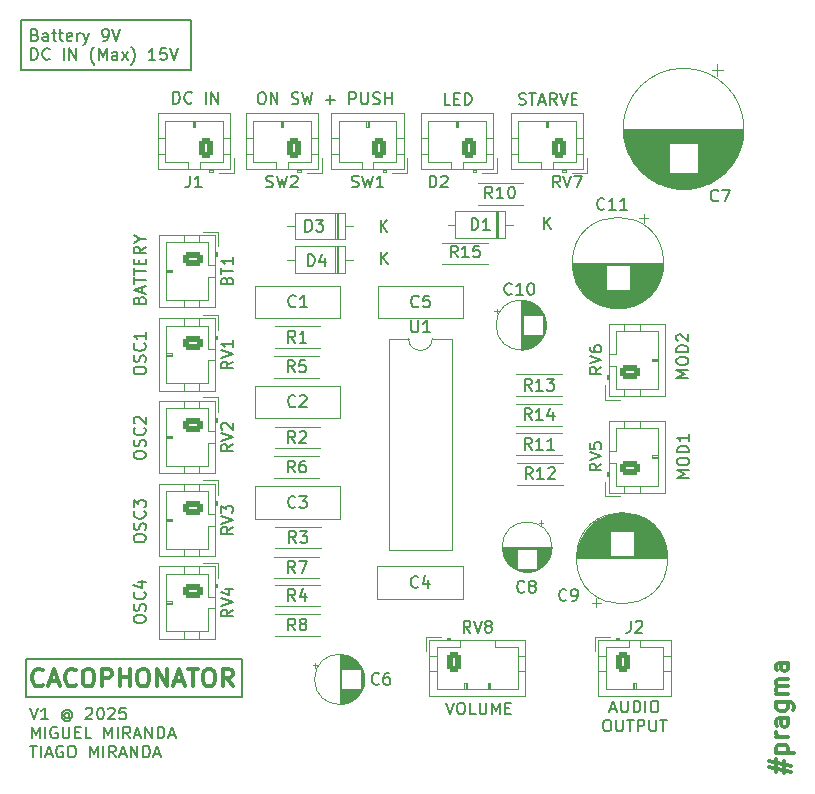
<source format=gbr>
%TF.GenerationSoftware,KiCad,Pcbnew,9.0.0*%
%TF.CreationDate,2025-03-04T12:56:54+00:00*%
%TF.ProjectId,cacophonator,6361636f-7068-46f6-9e61-746f722e6b69,1*%
%TF.SameCoordinates,Original*%
%TF.FileFunction,Legend,Top*%
%TF.FilePolarity,Positive*%
%FSLAX46Y46*%
G04 Gerber Fmt 4.6, Leading zero omitted, Abs format (unit mm)*
G04 Created by KiCad (PCBNEW 9.0.0) date 2025-03-04 12:56:54*
%MOMM*%
%LPD*%
G01*
G04 APERTURE LIST*
G04 Aperture macros list*
%AMRoundRect*
0 Rectangle with rounded corners*
0 $1 Rounding radius*
0 $2 $3 $4 $5 $6 $7 $8 $9 X,Y pos of 4 corners*
0 Add a 4 corners polygon primitive as box body*
4,1,4,$2,$3,$4,$5,$6,$7,$8,$9,$2,$3,0*
0 Add four circle primitives for the rounded corners*
1,1,$1+$1,$2,$3*
1,1,$1+$1,$4,$5*
1,1,$1+$1,$6,$7*
1,1,$1+$1,$8,$9*
0 Add four rect primitives between the rounded corners*
20,1,$1+$1,$2,$3,$4,$5,0*
20,1,$1+$1,$4,$5,$6,$7,0*
20,1,$1+$1,$6,$7,$8,$9,0*
20,1,$1+$1,$8,$9,$2,$3,0*%
G04 Aperture macros list end*
%ADD10C,0.200000*%
%ADD11C,0.300000*%
%ADD12C,0.150000*%
%ADD13C,0.120000*%
%ADD14C,5.700000*%
%ADD15RoundRect,0.250000X0.350000X0.625000X-0.350000X0.625000X-0.350000X-0.625000X0.350000X-0.625000X0*%
%ADD16O,1.200000X1.750000*%
%ADD17R,1.200000X1.200000*%
%ADD18C,1.200000*%
%ADD19O,1.750000X1.200000*%
%ADD20RoundRect,0.250000X-0.625000X0.350000X-0.625000X-0.350000X0.625000X-0.350000X0.625000X0.350000X0*%
%ADD21RoundRect,0.250000X0.625000X-0.350000X0.625000X0.350000X-0.625000X0.350000X-0.625000X-0.350000X0*%
%ADD22R,2.000000X2.000000*%
%ADD23C,2.000000*%
%ADD24RoundRect,0.250000X-0.350000X-0.625000X0.350000X-0.625000X0.350000X0.625000X-0.350000X0.625000X0*%
%ADD25C,1.600000*%
%ADD26R,1.600000X1.600000*%
%ADD27O,1.600000X1.600000*%
%ADD28C,1.400000*%
%ADD29O,1.400000X1.400000*%
G04 APERTURE END LIST*
D10*
X130295238Y-75252219D02*
X130295238Y-74252219D01*
X130295238Y-74252219D02*
X130533333Y-74252219D01*
X130533333Y-74252219D02*
X130676190Y-74299838D01*
X130676190Y-74299838D02*
X130771428Y-74395076D01*
X130771428Y-74395076D02*
X130819047Y-74490314D01*
X130819047Y-74490314D02*
X130866666Y-74680790D01*
X130866666Y-74680790D02*
X130866666Y-74823647D01*
X130866666Y-74823647D02*
X130819047Y-75014123D01*
X130819047Y-75014123D02*
X130771428Y-75109361D01*
X130771428Y-75109361D02*
X130676190Y-75204600D01*
X130676190Y-75204600D02*
X130533333Y-75252219D01*
X130533333Y-75252219D02*
X130295238Y-75252219D01*
X131866666Y-75156980D02*
X131819047Y-75204600D01*
X131819047Y-75204600D02*
X131676190Y-75252219D01*
X131676190Y-75252219D02*
X131580952Y-75252219D01*
X131580952Y-75252219D02*
X131438095Y-75204600D01*
X131438095Y-75204600D02*
X131342857Y-75109361D01*
X131342857Y-75109361D02*
X131295238Y-75014123D01*
X131295238Y-75014123D02*
X131247619Y-74823647D01*
X131247619Y-74823647D02*
X131247619Y-74680790D01*
X131247619Y-74680790D02*
X131295238Y-74490314D01*
X131295238Y-74490314D02*
X131342857Y-74395076D01*
X131342857Y-74395076D02*
X131438095Y-74299838D01*
X131438095Y-74299838D02*
X131580952Y-74252219D01*
X131580952Y-74252219D02*
X131676190Y-74252219D01*
X131676190Y-74252219D02*
X131819047Y-74299838D01*
X131819047Y-74299838D02*
X131866666Y-74347457D01*
X133057143Y-75252219D02*
X133057143Y-74252219D01*
X133533333Y-75252219D02*
X133533333Y-74252219D01*
X133533333Y-74252219D02*
X134104761Y-75252219D01*
X134104761Y-75252219D02*
X134104761Y-74252219D01*
X153745863Y-75367219D02*
X153269673Y-75367219D01*
X153269673Y-75367219D02*
X153269673Y-74367219D01*
X154079197Y-74843409D02*
X154412530Y-74843409D01*
X154555387Y-75367219D02*
X154079197Y-75367219D01*
X154079197Y-75367219D02*
X154079197Y-74367219D01*
X154079197Y-74367219D02*
X154555387Y-74367219D01*
X154983959Y-75367219D02*
X154983959Y-74367219D01*
X154983959Y-74367219D02*
X155222054Y-74367219D01*
X155222054Y-74367219D02*
X155364911Y-74414838D01*
X155364911Y-74414838D02*
X155460149Y-74510076D01*
X155460149Y-74510076D02*
X155507768Y-74605314D01*
X155507768Y-74605314D02*
X155555387Y-74795790D01*
X155555387Y-74795790D02*
X155555387Y-74938647D01*
X155555387Y-74938647D02*
X155507768Y-75129123D01*
X155507768Y-75129123D02*
X155460149Y-75224361D01*
X155460149Y-75224361D02*
X155364911Y-75319600D01*
X155364911Y-75319600D02*
X155222054Y-75367219D01*
X155222054Y-75367219D02*
X154983959Y-75367219D01*
X126952219Y-97947618D02*
X126952219Y-97757142D01*
X126952219Y-97757142D02*
X126999838Y-97661904D01*
X126999838Y-97661904D02*
X127095076Y-97566666D01*
X127095076Y-97566666D02*
X127285552Y-97519047D01*
X127285552Y-97519047D02*
X127618885Y-97519047D01*
X127618885Y-97519047D02*
X127809361Y-97566666D01*
X127809361Y-97566666D02*
X127904600Y-97661904D01*
X127904600Y-97661904D02*
X127952219Y-97757142D01*
X127952219Y-97757142D02*
X127952219Y-97947618D01*
X127952219Y-97947618D02*
X127904600Y-98042856D01*
X127904600Y-98042856D02*
X127809361Y-98138094D01*
X127809361Y-98138094D02*
X127618885Y-98185713D01*
X127618885Y-98185713D02*
X127285552Y-98185713D01*
X127285552Y-98185713D02*
X127095076Y-98138094D01*
X127095076Y-98138094D02*
X126999838Y-98042856D01*
X126999838Y-98042856D02*
X126952219Y-97947618D01*
X127904600Y-97138094D02*
X127952219Y-96995237D01*
X127952219Y-96995237D02*
X127952219Y-96757142D01*
X127952219Y-96757142D02*
X127904600Y-96661904D01*
X127904600Y-96661904D02*
X127856980Y-96614285D01*
X127856980Y-96614285D02*
X127761742Y-96566666D01*
X127761742Y-96566666D02*
X127666504Y-96566666D01*
X127666504Y-96566666D02*
X127571266Y-96614285D01*
X127571266Y-96614285D02*
X127523647Y-96661904D01*
X127523647Y-96661904D02*
X127476028Y-96757142D01*
X127476028Y-96757142D02*
X127428409Y-96947618D01*
X127428409Y-96947618D02*
X127380790Y-97042856D01*
X127380790Y-97042856D02*
X127333171Y-97090475D01*
X127333171Y-97090475D02*
X127237933Y-97138094D01*
X127237933Y-97138094D02*
X127142695Y-97138094D01*
X127142695Y-97138094D02*
X127047457Y-97090475D01*
X127047457Y-97090475D02*
X126999838Y-97042856D01*
X126999838Y-97042856D02*
X126952219Y-96947618D01*
X126952219Y-96947618D02*
X126952219Y-96709523D01*
X126952219Y-96709523D02*
X126999838Y-96566666D01*
X127856980Y-95566666D02*
X127904600Y-95614285D01*
X127904600Y-95614285D02*
X127952219Y-95757142D01*
X127952219Y-95757142D02*
X127952219Y-95852380D01*
X127952219Y-95852380D02*
X127904600Y-95995237D01*
X127904600Y-95995237D02*
X127809361Y-96090475D01*
X127809361Y-96090475D02*
X127714123Y-96138094D01*
X127714123Y-96138094D02*
X127523647Y-96185713D01*
X127523647Y-96185713D02*
X127380790Y-96185713D01*
X127380790Y-96185713D02*
X127190314Y-96138094D01*
X127190314Y-96138094D02*
X127095076Y-96090475D01*
X127095076Y-96090475D02*
X126999838Y-95995237D01*
X126999838Y-95995237D02*
X126952219Y-95852380D01*
X126952219Y-95852380D02*
X126952219Y-95757142D01*
X126952219Y-95757142D02*
X126999838Y-95614285D01*
X126999838Y-95614285D02*
X127047457Y-95566666D01*
X127952219Y-94614285D02*
X127952219Y-95185713D01*
X127952219Y-94899999D02*
X126952219Y-94899999D01*
X126952219Y-94899999D02*
X127095076Y-94995237D01*
X127095076Y-94995237D02*
X127190314Y-95090475D01*
X127190314Y-95090475D02*
X127237933Y-95185713D01*
D11*
X181350828Y-131816917D02*
X181350828Y-130745489D01*
X180707971Y-131388346D02*
X182636542Y-131816917D01*
X181993685Y-130888346D02*
X181993685Y-131959774D01*
X182636542Y-131316917D02*
X180707971Y-130888346D01*
X181350828Y-130245489D02*
X182850828Y-130245489D01*
X181422257Y-130245489D02*
X181350828Y-130102632D01*
X181350828Y-130102632D02*
X181350828Y-129816917D01*
X181350828Y-129816917D02*
X181422257Y-129674060D01*
X181422257Y-129674060D02*
X181493685Y-129602632D01*
X181493685Y-129602632D02*
X181636542Y-129531203D01*
X181636542Y-129531203D02*
X182065114Y-129531203D01*
X182065114Y-129531203D02*
X182207971Y-129602632D01*
X182207971Y-129602632D02*
X182279400Y-129674060D01*
X182279400Y-129674060D02*
X182350828Y-129816917D01*
X182350828Y-129816917D02*
X182350828Y-130102632D01*
X182350828Y-130102632D02*
X182279400Y-130245489D01*
X182350828Y-128888346D02*
X181350828Y-128888346D01*
X181636542Y-128888346D02*
X181493685Y-128816917D01*
X181493685Y-128816917D02*
X181422257Y-128745489D01*
X181422257Y-128745489D02*
X181350828Y-128602631D01*
X181350828Y-128602631D02*
X181350828Y-128459774D01*
X182350828Y-127316918D02*
X181565114Y-127316918D01*
X181565114Y-127316918D02*
X181422257Y-127388346D01*
X181422257Y-127388346D02*
X181350828Y-127531203D01*
X181350828Y-127531203D02*
X181350828Y-127816918D01*
X181350828Y-127816918D02*
X181422257Y-127959775D01*
X182279400Y-127316918D02*
X182350828Y-127459775D01*
X182350828Y-127459775D02*
X182350828Y-127816918D01*
X182350828Y-127816918D02*
X182279400Y-127959775D01*
X182279400Y-127959775D02*
X182136542Y-128031203D01*
X182136542Y-128031203D02*
X181993685Y-128031203D01*
X181993685Y-128031203D02*
X181850828Y-127959775D01*
X181850828Y-127959775D02*
X181779400Y-127816918D01*
X181779400Y-127816918D02*
X181779400Y-127459775D01*
X181779400Y-127459775D02*
X181707971Y-127316918D01*
X181350828Y-125959775D02*
X182565114Y-125959775D01*
X182565114Y-125959775D02*
X182707971Y-126031203D01*
X182707971Y-126031203D02*
X182779400Y-126102632D01*
X182779400Y-126102632D02*
X182850828Y-126245489D01*
X182850828Y-126245489D02*
X182850828Y-126459775D01*
X182850828Y-126459775D02*
X182779400Y-126602632D01*
X182279400Y-125959775D02*
X182350828Y-126102632D01*
X182350828Y-126102632D02*
X182350828Y-126388346D01*
X182350828Y-126388346D02*
X182279400Y-126531203D01*
X182279400Y-126531203D02*
X182207971Y-126602632D01*
X182207971Y-126602632D02*
X182065114Y-126674060D01*
X182065114Y-126674060D02*
X181636542Y-126674060D01*
X181636542Y-126674060D02*
X181493685Y-126602632D01*
X181493685Y-126602632D02*
X181422257Y-126531203D01*
X181422257Y-126531203D02*
X181350828Y-126388346D01*
X181350828Y-126388346D02*
X181350828Y-126102632D01*
X181350828Y-126102632D02*
X181422257Y-125959775D01*
X182350828Y-125245489D02*
X181350828Y-125245489D01*
X181493685Y-125245489D02*
X181422257Y-125174060D01*
X181422257Y-125174060D02*
X181350828Y-125031203D01*
X181350828Y-125031203D02*
X181350828Y-124816917D01*
X181350828Y-124816917D02*
X181422257Y-124674060D01*
X181422257Y-124674060D02*
X181565114Y-124602632D01*
X181565114Y-124602632D02*
X182350828Y-124602632D01*
X181565114Y-124602632D02*
X181422257Y-124531203D01*
X181422257Y-124531203D02*
X181350828Y-124388346D01*
X181350828Y-124388346D02*
X181350828Y-124174060D01*
X181350828Y-124174060D02*
X181422257Y-124031203D01*
X181422257Y-124031203D02*
X181565114Y-123959774D01*
X181565114Y-123959774D02*
X182350828Y-123959774D01*
X182350828Y-122602632D02*
X181565114Y-122602632D01*
X181565114Y-122602632D02*
X181422257Y-122674060D01*
X181422257Y-122674060D02*
X181350828Y-122816917D01*
X181350828Y-122816917D02*
X181350828Y-123102632D01*
X181350828Y-123102632D02*
X181422257Y-123245489D01*
X182279400Y-122602632D02*
X182350828Y-122745489D01*
X182350828Y-122745489D02*
X182350828Y-123102632D01*
X182350828Y-123102632D02*
X182279400Y-123245489D01*
X182279400Y-123245489D02*
X182136542Y-123316917D01*
X182136542Y-123316917D02*
X181993685Y-123316917D01*
X181993685Y-123316917D02*
X181850828Y-123245489D01*
X181850828Y-123245489D02*
X181779400Y-123102632D01*
X181779400Y-123102632D02*
X181779400Y-122745489D01*
X181779400Y-122745489D02*
X181707971Y-122602632D01*
D10*
X118603006Y-69433465D02*
X118745863Y-69481084D01*
X118745863Y-69481084D02*
X118793482Y-69528703D01*
X118793482Y-69528703D02*
X118841101Y-69623941D01*
X118841101Y-69623941D02*
X118841101Y-69766798D01*
X118841101Y-69766798D02*
X118793482Y-69862036D01*
X118793482Y-69862036D02*
X118745863Y-69909656D01*
X118745863Y-69909656D02*
X118650625Y-69957275D01*
X118650625Y-69957275D02*
X118269673Y-69957275D01*
X118269673Y-69957275D02*
X118269673Y-68957275D01*
X118269673Y-68957275D02*
X118603006Y-68957275D01*
X118603006Y-68957275D02*
X118698244Y-69004894D01*
X118698244Y-69004894D02*
X118745863Y-69052513D01*
X118745863Y-69052513D02*
X118793482Y-69147751D01*
X118793482Y-69147751D02*
X118793482Y-69242989D01*
X118793482Y-69242989D02*
X118745863Y-69338227D01*
X118745863Y-69338227D02*
X118698244Y-69385846D01*
X118698244Y-69385846D02*
X118603006Y-69433465D01*
X118603006Y-69433465D02*
X118269673Y-69433465D01*
X119698244Y-69957275D02*
X119698244Y-69433465D01*
X119698244Y-69433465D02*
X119650625Y-69338227D01*
X119650625Y-69338227D02*
X119555387Y-69290608D01*
X119555387Y-69290608D02*
X119364911Y-69290608D01*
X119364911Y-69290608D02*
X119269673Y-69338227D01*
X119698244Y-69909656D02*
X119603006Y-69957275D01*
X119603006Y-69957275D02*
X119364911Y-69957275D01*
X119364911Y-69957275D02*
X119269673Y-69909656D01*
X119269673Y-69909656D02*
X119222054Y-69814417D01*
X119222054Y-69814417D02*
X119222054Y-69719179D01*
X119222054Y-69719179D02*
X119269673Y-69623941D01*
X119269673Y-69623941D02*
X119364911Y-69576322D01*
X119364911Y-69576322D02*
X119603006Y-69576322D01*
X119603006Y-69576322D02*
X119698244Y-69528703D01*
X120031578Y-69290608D02*
X120412530Y-69290608D01*
X120174435Y-68957275D02*
X120174435Y-69814417D01*
X120174435Y-69814417D02*
X120222054Y-69909656D01*
X120222054Y-69909656D02*
X120317292Y-69957275D01*
X120317292Y-69957275D02*
X120412530Y-69957275D01*
X120603007Y-69290608D02*
X120983959Y-69290608D01*
X120745864Y-68957275D02*
X120745864Y-69814417D01*
X120745864Y-69814417D02*
X120793483Y-69909656D01*
X120793483Y-69909656D02*
X120888721Y-69957275D01*
X120888721Y-69957275D02*
X120983959Y-69957275D01*
X121698245Y-69909656D02*
X121603007Y-69957275D01*
X121603007Y-69957275D02*
X121412531Y-69957275D01*
X121412531Y-69957275D02*
X121317293Y-69909656D01*
X121317293Y-69909656D02*
X121269674Y-69814417D01*
X121269674Y-69814417D02*
X121269674Y-69433465D01*
X121269674Y-69433465D02*
X121317293Y-69338227D01*
X121317293Y-69338227D02*
X121412531Y-69290608D01*
X121412531Y-69290608D02*
X121603007Y-69290608D01*
X121603007Y-69290608D02*
X121698245Y-69338227D01*
X121698245Y-69338227D02*
X121745864Y-69433465D01*
X121745864Y-69433465D02*
X121745864Y-69528703D01*
X121745864Y-69528703D02*
X121269674Y-69623941D01*
X122174436Y-69957275D02*
X122174436Y-69290608D01*
X122174436Y-69481084D02*
X122222055Y-69385846D01*
X122222055Y-69385846D02*
X122269674Y-69338227D01*
X122269674Y-69338227D02*
X122364912Y-69290608D01*
X122364912Y-69290608D02*
X122460150Y-69290608D01*
X122698246Y-69290608D02*
X122936341Y-69957275D01*
X123174436Y-69290608D02*
X122936341Y-69957275D01*
X122936341Y-69957275D02*
X122841103Y-70195370D01*
X122841103Y-70195370D02*
X122793484Y-70242989D01*
X122793484Y-70242989D02*
X122698246Y-70290608D01*
X124364913Y-69957275D02*
X124555389Y-69957275D01*
X124555389Y-69957275D02*
X124650627Y-69909656D01*
X124650627Y-69909656D02*
X124698246Y-69862036D01*
X124698246Y-69862036D02*
X124793484Y-69719179D01*
X124793484Y-69719179D02*
X124841103Y-69528703D01*
X124841103Y-69528703D02*
X124841103Y-69147751D01*
X124841103Y-69147751D02*
X124793484Y-69052513D01*
X124793484Y-69052513D02*
X124745865Y-69004894D01*
X124745865Y-69004894D02*
X124650627Y-68957275D01*
X124650627Y-68957275D02*
X124460151Y-68957275D01*
X124460151Y-68957275D02*
X124364913Y-69004894D01*
X124364913Y-69004894D02*
X124317294Y-69052513D01*
X124317294Y-69052513D02*
X124269675Y-69147751D01*
X124269675Y-69147751D02*
X124269675Y-69385846D01*
X124269675Y-69385846D02*
X124317294Y-69481084D01*
X124317294Y-69481084D02*
X124364913Y-69528703D01*
X124364913Y-69528703D02*
X124460151Y-69576322D01*
X124460151Y-69576322D02*
X124650627Y-69576322D01*
X124650627Y-69576322D02*
X124745865Y-69528703D01*
X124745865Y-69528703D02*
X124793484Y-69481084D01*
X124793484Y-69481084D02*
X124841103Y-69385846D01*
X125126818Y-68957275D02*
X125460151Y-69957275D01*
X125460151Y-69957275D02*
X125793484Y-68957275D01*
X118269673Y-71567219D02*
X118269673Y-70567219D01*
X118269673Y-70567219D02*
X118507768Y-70567219D01*
X118507768Y-70567219D02*
X118650625Y-70614838D01*
X118650625Y-70614838D02*
X118745863Y-70710076D01*
X118745863Y-70710076D02*
X118793482Y-70805314D01*
X118793482Y-70805314D02*
X118841101Y-70995790D01*
X118841101Y-70995790D02*
X118841101Y-71138647D01*
X118841101Y-71138647D02*
X118793482Y-71329123D01*
X118793482Y-71329123D02*
X118745863Y-71424361D01*
X118745863Y-71424361D02*
X118650625Y-71519600D01*
X118650625Y-71519600D02*
X118507768Y-71567219D01*
X118507768Y-71567219D02*
X118269673Y-71567219D01*
X119841101Y-71471980D02*
X119793482Y-71519600D01*
X119793482Y-71519600D02*
X119650625Y-71567219D01*
X119650625Y-71567219D02*
X119555387Y-71567219D01*
X119555387Y-71567219D02*
X119412530Y-71519600D01*
X119412530Y-71519600D02*
X119317292Y-71424361D01*
X119317292Y-71424361D02*
X119269673Y-71329123D01*
X119269673Y-71329123D02*
X119222054Y-71138647D01*
X119222054Y-71138647D02*
X119222054Y-70995790D01*
X119222054Y-70995790D02*
X119269673Y-70805314D01*
X119269673Y-70805314D02*
X119317292Y-70710076D01*
X119317292Y-70710076D02*
X119412530Y-70614838D01*
X119412530Y-70614838D02*
X119555387Y-70567219D01*
X119555387Y-70567219D02*
X119650625Y-70567219D01*
X119650625Y-70567219D02*
X119793482Y-70614838D01*
X119793482Y-70614838D02*
X119841101Y-70662457D01*
X121031578Y-71567219D02*
X121031578Y-70567219D01*
X121507768Y-71567219D02*
X121507768Y-70567219D01*
X121507768Y-70567219D02*
X122079196Y-71567219D01*
X122079196Y-71567219D02*
X122079196Y-70567219D01*
X123603006Y-71948171D02*
X123555387Y-71900552D01*
X123555387Y-71900552D02*
X123460149Y-71757695D01*
X123460149Y-71757695D02*
X123412530Y-71662457D01*
X123412530Y-71662457D02*
X123364911Y-71519600D01*
X123364911Y-71519600D02*
X123317292Y-71281504D01*
X123317292Y-71281504D02*
X123317292Y-71091028D01*
X123317292Y-71091028D02*
X123364911Y-70852933D01*
X123364911Y-70852933D02*
X123412530Y-70710076D01*
X123412530Y-70710076D02*
X123460149Y-70614838D01*
X123460149Y-70614838D02*
X123555387Y-70471980D01*
X123555387Y-70471980D02*
X123603006Y-70424361D01*
X123983959Y-71567219D02*
X123983959Y-70567219D01*
X123983959Y-70567219D02*
X124317292Y-71281504D01*
X124317292Y-71281504D02*
X124650625Y-70567219D01*
X124650625Y-70567219D02*
X124650625Y-71567219D01*
X125555387Y-71567219D02*
X125555387Y-71043409D01*
X125555387Y-71043409D02*
X125507768Y-70948171D01*
X125507768Y-70948171D02*
X125412530Y-70900552D01*
X125412530Y-70900552D02*
X125222054Y-70900552D01*
X125222054Y-70900552D02*
X125126816Y-70948171D01*
X125555387Y-71519600D02*
X125460149Y-71567219D01*
X125460149Y-71567219D02*
X125222054Y-71567219D01*
X125222054Y-71567219D02*
X125126816Y-71519600D01*
X125126816Y-71519600D02*
X125079197Y-71424361D01*
X125079197Y-71424361D02*
X125079197Y-71329123D01*
X125079197Y-71329123D02*
X125126816Y-71233885D01*
X125126816Y-71233885D02*
X125222054Y-71186266D01*
X125222054Y-71186266D02*
X125460149Y-71186266D01*
X125460149Y-71186266D02*
X125555387Y-71138647D01*
X125936340Y-71567219D02*
X126460149Y-70900552D01*
X125936340Y-70900552D02*
X126460149Y-71567219D01*
X126745864Y-71948171D02*
X126793483Y-71900552D01*
X126793483Y-71900552D02*
X126888721Y-71757695D01*
X126888721Y-71757695D02*
X126936340Y-71662457D01*
X126936340Y-71662457D02*
X126983959Y-71519600D01*
X126983959Y-71519600D02*
X127031578Y-71281504D01*
X127031578Y-71281504D02*
X127031578Y-71091028D01*
X127031578Y-71091028D02*
X126983959Y-70852933D01*
X126983959Y-70852933D02*
X126936340Y-70710076D01*
X126936340Y-70710076D02*
X126888721Y-70614838D01*
X126888721Y-70614838D02*
X126793483Y-70471980D01*
X126793483Y-70471980D02*
X126745864Y-70424361D01*
X128793483Y-71567219D02*
X128222055Y-71567219D01*
X128507769Y-71567219D02*
X128507769Y-70567219D01*
X128507769Y-70567219D02*
X128412531Y-70710076D01*
X128412531Y-70710076D02*
X128317293Y-70805314D01*
X128317293Y-70805314D02*
X128222055Y-70852933D01*
X129698245Y-70567219D02*
X129222055Y-70567219D01*
X129222055Y-70567219D02*
X129174436Y-71043409D01*
X129174436Y-71043409D02*
X129222055Y-70995790D01*
X129222055Y-70995790D02*
X129317293Y-70948171D01*
X129317293Y-70948171D02*
X129555388Y-70948171D01*
X129555388Y-70948171D02*
X129650626Y-70995790D01*
X129650626Y-70995790D02*
X129698245Y-71043409D01*
X129698245Y-71043409D02*
X129745864Y-71138647D01*
X129745864Y-71138647D02*
X129745864Y-71376742D01*
X129745864Y-71376742D02*
X129698245Y-71471980D01*
X129698245Y-71471980D02*
X129650626Y-71519600D01*
X129650626Y-71519600D02*
X129555388Y-71567219D01*
X129555388Y-71567219D02*
X129317293Y-71567219D01*
X129317293Y-71567219D02*
X129222055Y-71519600D01*
X129222055Y-71519600D02*
X129174436Y-71471980D01*
X130031579Y-70567219D02*
X130364912Y-71567219D01*
X130364912Y-71567219D02*
X130698245Y-70567219D01*
X117375000Y-68200000D02*
X131825000Y-68200000D01*
X131825000Y-72450000D01*
X117375000Y-72450000D01*
X117375000Y-68200000D01*
X117800000Y-122300000D02*
X136100000Y-122300000D01*
X136100000Y-125500000D01*
X117800000Y-125500000D01*
X117800000Y-122300000D01*
X137697619Y-74302219D02*
X137888095Y-74302219D01*
X137888095Y-74302219D02*
X137983333Y-74349838D01*
X137983333Y-74349838D02*
X138078571Y-74445076D01*
X138078571Y-74445076D02*
X138126190Y-74635552D01*
X138126190Y-74635552D02*
X138126190Y-74968885D01*
X138126190Y-74968885D02*
X138078571Y-75159361D01*
X138078571Y-75159361D02*
X137983333Y-75254600D01*
X137983333Y-75254600D02*
X137888095Y-75302219D01*
X137888095Y-75302219D02*
X137697619Y-75302219D01*
X137697619Y-75302219D02*
X137602381Y-75254600D01*
X137602381Y-75254600D02*
X137507143Y-75159361D01*
X137507143Y-75159361D02*
X137459524Y-74968885D01*
X137459524Y-74968885D02*
X137459524Y-74635552D01*
X137459524Y-74635552D02*
X137507143Y-74445076D01*
X137507143Y-74445076D02*
X137602381Y-74349838D01*
X137602381Y-74349838D02*
X137697619Y-74302219D01*
X138554762Y-75302219D02*
X138554762Y-74302219D01*
X138554762Y-74302219D02*
X139126190Y-75302219D01*
X139126190Y-75302219D02*
X139126190Y-74302219D01*
X140316667Y-75254600D02*
X140459524Y-75302219D01*
X140459524Y-75302219D02*
X140697619Y-75302219D01*
X140697619Y-75302219D02*
X140792857Y-75254600D01*
X140792857Y-75254600D02*
X140840476Y-75206980D01*
X140840476Y-75206980D02*
X140888095Y-75111742D01*
X140888095Y-75111742D02*
X140888095Y-75016504D01*
X140888095Y-75016504D02*
X140840476Y-74921266D01*
X140840476Y-74921266D02*
X140792857Y-74873647D01*
X140792857Y-74873647D02*
X140697619Y-74826028D01*
X140697619Y-74826028D02*
X140507143Y-74778409D01*
X140507143Y-74778409D02*
X140411905Y-74730790D01*
X140411905Y-74730790D02*
X140364286Y-74683171D01*
X140364286Y-74683171D02*
X140316667Y-74587933D01*
X140316667Y-74587933D02*
X140316667Y-74492695D01*
X140316667Y-74492695D02*
X140364286Y-74397457D01*
X140364286Y-74397457D02*
X140411905Y-74349838D01*
X140411905Y-74349838D02*
X140507143Y-74302219D01*
X140507143Y-74302219D02*
X140745238Y-74302219D01*
X140745238Y-74302219D02*
X140888095Y-74349838D01*
X141221429Y-74302219D02*
X141459524Y-75302219D01*
X141459524Y-75302219D02*
X141650000Y-74587933D01*
X141650000Y-74587933D02*
X141840476Y-75302219D01*
X141840476Y-75302219D02*
X142078572Y-74302219D01*
X143221429Y-74921266D02*
X143983334Y-74921266D01*
X143602381Y-75302219D02*
X143602381Y-74540314D01*
X145221429Y-75302219D02*
X145221429Y-74302219D01*
X145221429Y-74302219D02*
X145602381Y-74302219D01*
X145602381Y-74302219D02*
X145697619Y-74349838D01*
X145697619Y-74349838D02*
X145745238Y-74397457D01*
X145745238Y-74397457D02*
X145792857Y-74492695D01*
X145792857Y-74492695D02*
X145792857Y-74635552D01*
X145792857Y-74635552D02*
X145745238Y-74730790D01*
X145745238Y-74730790D02*
X145697619Y-74778409D01*
X145697619Y-74778409D02*
X145602381Y-74826028D01*
X145602381Y-74826028D02*
X145221429Y-74826028D01*
X146221429Y-74302219D02*
X146221429Y-75111742D01*
X146221429Y-75111742D02*
X146269048Y-75206980D01*
X146269048Y-75206980D02*
X146316667Y-75254600D01*
X146316667Y-75254600D02*
X146411905Y-75302219D01*
X146411905Y-75302219D02*
X146602381Y-75302219D01*
X146602381Y-75302219D02*
X146697619Y-75254600D01*
X146697619Y-75254600D02*
X146745238Y-75206980D01*
X146745238Y-75206980D02*
X146792857Y-75111742D01*
X146792857Y-75111742D02*
X146792857Y-74302219D01*
X147221429Y-75254600D02*
X147364286Y-75302219D01*
X147364286Y-75302219D02*
X147602381Y-75302219D01*
X147602381Y-75302219D02*
X147697619Y-75254600D01*
X147697619Y-75254600D02*
X147745238Y-75206980D01*
X147745238Y-75206980D02*
X147792857Y-75111742D01*
X147792857Y-75111742D02*
X147792857Y-75016504D01*
X147792857Y-75016504D02*
X147745238Y-74921266D01*
X147745238Y-74921266D02*
X147697619Y-74873647D01*
X147697619Y-74873647D02*
X147602381Y-74826028D01*
X147602381Y-74826028D02*
X147411905Y-74778409D01*
X147411905Y-74778409D02*
X147316667Y-74730790D01*
X147316667Y-74730790D02*
X147269048Y-74683171D01*
X147269048Y-74683171D02*
X147221429Y-74587933D01*
X147221429Y-74587933D02*
X147221429Y-74492695D01*
X147221429Y-74492695D02*
X147269048Y-74397457D01*
X147269048Y-74397457D02*
X147316667Y-74349838D01*
X147316667Y-74349838D02*
X147411905Y-74302219D01*
X147411905Y-74302219D02*
X147650000Y-74302219D01*
X147650000Y-74302219D02*
X147792857Y-74349838D01*
X148221429Y-75302219D02*
X148221429Y-74302219D01*
X148221429Y-74778409D02*
X148792857Y-74778409D01*
X148792857Y-75302219D02*
X148792857Y-74302219D01*
X127428409Y-91900000D02*
X127476028Y-91757143D01*
X127476028Y-91757143D02*
X127523647Y-91709524D01*
X127523647Y-91709524D02*
X127618885Y-91661905D01*
X127618885Y-91661905D02*
X127761742Y-91661905D01*
X127761742Y-91661905D02*
X127856980Y-91709524D01*
X127856980Y-91709524D02*
X127904600Y-91757143D01*
X127904600Y-91757143D02*
X127952219Y-91852381D01*
X127952219Y-91852381D02*
X127952219Y-92233333D01*
X127952219Y-92233333D02*
X126952219Y-92233333D01*
X126952219Y-92233333D02*
X126952219Y-91900000D01*
X126952219Y-91900000D02*
X126999838Y-91804762D01*
X126999838Y-91804762D02*
X127047457Y-91757143D01*
X127047457Y-91757143D02*
X127142695Y-91709524D01*
X127142695Y-91709524D02*
X127237933Y-91709524D01*
X127237933Y-91709524D02*
X127333171Y-91757143D01*
X127333171Y-91757143D02*
X127380790Y-91804762D01*
X127380790Y-91804762D02*
X127428409Y-91900000D01*
X127428409Y-91900000D02*
X127428409Y-92233333D01*
X127666504Y-91280952D02*
X127666504Y-90804762D01*
X127952219Y-91376190D02*
X126952219Y-91042857D01*
X126952219Y-91042857D02*
X127952219Y-90709524D01*
X126952219Y-90519047D02*
X126952219Y-89947619D01*
X127952219Y-90233333D02*
X126952219Y-90233333D01*
X126952219Y-89757142D02*
X126952219Y-89185714D01*
X127952219Y-89471428D02*
X126952219Y-89471428D01*
X127428409Y-88852380D02*
X127428409Y-88519047D01*
X127952219Y-88376190D02*
X127952219Y-88852380D01*
X127952219Y-88852380D02*
X126952219Y-88852380D01*
X126952219Y-88852380D02*
X126952219Y-88376190D01*
X127952219Y-87376190D02*
X127476028Y-87709523D01*
X127952219Y-87947618D02*
X126952219Y-87947618D01*
X126952219Y-87947618D02*
X126952219Y-87566666D01*
X126952219Y-87566666D02*
X126999838Y-87471428D01*
X126999838Y-87471428D02*
X127047457Y-87423809D01*
X127047457Y-87423809D02*
X127142695Y-87376190D01*
X127142695Y-87376190D02*
X127285552Y-87376190D01*
X127285552Y-87376190D02*
X127380790Y-87423809D01*
X127380790Y-87423809D02*
X127428409Y-87471428D01*
X127428409Y-87471428D02*
X127476028Y-87566666D01*
X127476028Y-87566666D02*
X127476028Y-87947618D01*
X127476028Y-86757142D02*
X127952219Y-86757142D01*
X126952219Y-87090475D02*
X127476028Y-86757142D01*
X127476028Y-86757142D02*
X126952219Y-86423809D01*
X126952219Y-118997618D02*
X126952219Y-118807142D01*
X126952219Y-118807142D02*
X126999838Y-118711904D01*
X126999838Y-118711904D02*
X127095076Y-118616666D01*
X127095076Y-118616666D02*
X127285552Y-118569047D01*
X127285552Y-118569047D02*
X127618885Y-118569047D01*
X127618885Y-118569047D02*
X127809361Y-118616666D01*
X127809361Y-118616666D02*
X127904600Y-118711904D01*
X127904600Y-118711904D02*
X127952219Y-118807142D01*
X127952219Y-118807142D02*
X127952219Y-118997618D01*
X127952219Y-118997618D02*
X127904600Y-119092856D01*
X127904600Y-119092856D02*
X127809361Y-119188094D01*
X127809361Y-119188094D02*
X127618885Y-119235713D01*
X127618885Y-119235713D02*
X127285552Y-119235713D01*
X127285552Y-119235713D02*
X127095076Y-119188094D01*
X127095076Y-119188094D02*
X126999838Y-119092856D01*
X126999838Y-119092856D02*
X126952219Y-118997618D01*
X127904600Y-118188094D02*
X127952219Y-118045237D01*
X127952219Y-118045237D02*
X127952219Y-117807142D01*
X127952219Y-117807142D02*
X127904600Y-117711904D01*
X127904600Y-117711904D02*
X127856980Y-117664285D01*
X127856980Y-117664285D02*
X127761742Y-117616666D01*
X127761742Y-117616666D02*
X127666504Y-117616666D01*
X127666504Y-117616666D02*
X127571266Y-117664285D01*
X127571266Y-117664285D02*
X127523647Y-117711904D01*
X127523647Y-117711904D02*
X127476028Y-117807142D01*
X127476028Y-117807142D02*
X127428409Y-117997618D01*
X127428409Y-117997618D02*
X127380790Y-118092856D01*
X127380790Y-118092856D02*
X127333171Y-118140475D01*
X127333171Y-118140475D02*
X127237933Y-118188094D01*
X127237933Y-118188094D02*
X127142695Y-118188094D01*
X127142695Y-118188094D02*
X127047457Y-118140475D01*
X127047457Y-118140475D02*
X126999838Y-118092856D01*
X126999838Y-118092856D02*
X126952219Y-117997618D01*
X126952219Y-117997618D02*
X126952219Y-117759523D01*
X126952219Y-117759523D02*
X126999838Y-117616666D01*
X127856980Y-116616666D02*
X127904600Y-116664285D01*
X127904600Y-116664285D02*
X127952219Y-116807142D01*
X127952219Y-116807142D02*
X127952219Y-116902380D01*
X127952219Y-116902380D02*
X127904600Y-117045237D01*
X127904600Y-117045237D02*
X127809361Y-117140475D01*
X127809361Y-117140475D02*
X127714123Y-117188094D01*
X127714123Y-117188094D02*
X127523647Y-117235713D01*
X127523647Y-117235713D02*
X127380790Y-117235713D01*
X127380790Y-117235713D02*
X127190314Y-117188094D01*
X127190314Y-117188094D02*
X127095076Y-117140475D01*
X127095076Y-117140475D02*
X126999838Y-117045237D01*
X126999838Y-117045237D02*
X126952219Y-116902380D01*
X126952219Y-116902380D02*
X126952219Y-116807142D01*
X126952219Y-116807142D02*
X126999838Y-116664285D01*
X126999838Y-116664285D02*
X127047457Y-116616666D01*
X127285552Y-115759523D02*
X127952219Y-115759523D01*
X126904600Y-115997618D02*
X127618885Y-116235713D01*
X127618885Y-116235713D02*
X127618885Y-115616666D01*
X126952219Y-112147618D02*
X126952219Y-111957142D01*
X126952219Y-111957142D02*
X126999838Y-111861904D01*
X126999838Y-111861904D02*
X127095076Y-111766666D01*
X127095076Y-111766666D02*
X127285552Y-111719047D01*
X127285552Y-111719047D02*
X127618885Y-111719047D01*
X127618885Y-111719047D02*
X127809361Y-111766666D01*
X127809361Y-111766666D02*
X127904600Y-111861904D01*
X127904600Y-111861904D02*
X127952219Y-111957142D01*
X127952219Y-111957142D02*
X127952219Y-112147618D01*
X127952219Y-112147618D02*
X127904600Y-112242856D01*
X127904600Y-112242856D02*
X127809361Y-112338094D01*
X127809361Y-112338094D02*
X127618885Y-112385713D01*
X127618885Y-112385713D02*
X127285552Y-112385713D01*
X127285552Y-112385713D02*
X127095076Y-112338094D01*
X127095076Y-112338094D02*
X126999838Y-112242856D01*
X126999838Y-112242856D02*
X126952219Y-112147618D01*
X127904600Y-111338094D02*
X127952219Y-111195237D01*
X127952219Y-111195237D02*
X127952219Y-110957142D01*
X127952219Y-110957142D02*
X127904600Y-110861904D01*
X127904600Y-110861904D02*
X127856980Y-110814285D01*
X127856980Y-110814285D02*
X127761742Y-110766666D01*
X127761742Y-110766666D02*
X127666504Y-110766666D01*
X127666504Y-110766666D02*
X127571266Y-110814285D01*
X127571266Y-110814285D02*
X127523647Y-110861904D01*
X127523647Y-110861904D02*
X127476028Y-110957142D01*
X127476028Y-110957142D02*
X127428409Y-111147618D01*
X127428409Y-111147618D02*
X127380790Y-111242856D01*
X127380790Y-111242856D02*
X127333171Y-111290475D01*
X127333171Y-111290475D02*
X127237933Y-111338094D01*
X127237933Y-111338094D02*
X127142695Y-111338094D01*
X127142695Y-111338094D02*
X127047457Y-111290475D01*
X127047457Y-111290475D02*
X126999838Y-111242856D01*
X126999838Y-111242856D02*
X126952219Y-111147618D01*
X126952219Y-111147618D02*
X126952219Y-110909523D01*
X126952219Y-110909523D02*
X126999838Y-110766666D01*
X127856980Y-109766666D02*
X127904600Y-109814285D01*
X127904600Y-109814285D02*
X127952219Y-109957142D01*
X127952219Y-109957142D02*
X127952219Y-110052380D01*
X127952219Y-110052380D02*
X127904600Y-110195237D01*
X127904600Y-110195237D02*
X127809361Y-110290475D01*
X127809361Y-110290475D02*
X127714123Y-110338094D01*
X127714123Y-110338094D02*
X127523647Y-110385713D01*
X127523647Y-110385713D02*
X127380790Y-110385713D01*
X127380790Y-110385713D02*
X127190314Y-110338094D01*
X127190314Y-110338094D02*
X127095076Y-110290475D01*
X127095076Y-110290475D02*
X126999838Y-110195237D01*
X126999838Y-110195237D02*
X126952219Y-110052380D01*
X126952219Y-110052380D02*
X126952219Y-109957142D01*
X126952219Y-109957142D02*
X126999838Y-109814285D01*
X126999838Y-109814285D02*
X127047457Y-109766666D01*
X126952219Y-109433332D02*
X126952219Y-108814285D01*
X126952219Y-108814285D02*
X127333171Y-109147618D01*
X127333171Y-109147618D02*
X127333171Y-109004761D01*
X127333171Y-109004761D02*
X127380790Y-108909523D01*
X127380790Y-108909523D02*
X127428409Y-108861904D01*
X127428409Y-108861904D02*
X127523647Y-108814285D01*
X127523647Y-108814285D02*
X127761742Y-108814285D01*
X127761742Y-108814285D02*
X127856980Y-108861904D01*
X127856980Y-108861904D02*
X127904600Y-108909523D01*
X127904600Y-108909523D02*
X127952219Y-109004761D01*
X127952219Y-109004761D02*
X127952219Y-109290475D01*
X127952219Y-109290475D02*
X127904600Y-109385713D01*
X127904600Y-109385713D02*
X127856980Y-109433332D01*
X118176816Y-126397331D02*
X118510149Y-127397331D01*
X118510149Y-127397331D02*
X118843482Y-126397331D01*
X119700625Y-127397331D02*
X119129197Y-127397331D01*
X119414911Y-127397331D02*
X119414911Y-126397331D01*
X119414911Y-126397331D02*
X119319673Y-126540188D01*
X119319673Y-126540188D02*
X119224435Y-126635426D01*
X119224435Y-126635426D02*
X119129197Y-126683045D01*
X121510149Y-126921140D02*
X121462530Y-126873521D01*
X121462530Y-126873521D02*
X121367292Y-126825902D01*
X121367292Y-126825902D02*
X121272054Y-126825902D01*
X121272054Y-126825902D02*
X121176816Y-126873521D01*
X121176816Y-126873521D02*
X121129197Y-126921140D01*
X121129197Y-126921140D02*
X121081578Y-127016378D01*
X121081578Y-127016378D02*
X121081578Y-127111616D01*
X121081578Y-127111616D02*
X121129197Y-127206854D01*
X121129197Y-127206854D02*
X121176816Y-127254473D01*
X121176816Y-127254473D02*
X121272054Y-127302092D01*
X121272054Y-127302092D02*
X121367292Y-127302092D01*
X121367292Y-127302092D02*
X121462530Y-127254473D01*
X121462530Y-127254473D02*
X121510149Y-127206854D01*
X121510149Y-126825902D02*
X121510149Y-127206854D01*
X121510149Y-127206854D02*
X121557768Y-127254473D01*
X121557768Y-127254473D02*
X121605387Y-127254473D01*
X121605387Y-127254473D02*
X121700626Y-127206854D01*
X121700626Y-127206854D02*
X121748245Y-127111616D01*
X121748245Y-127111616D02*
X121748245Y-126873521D01*
X121748245Y-126873521D02*
X121653007Y-126730664D01*
X121653007Y-126730664D02*
X121510149Y-126635426D01*
X121510149Y-126635426D02*
X121319673Y-126587807D01*
X121319673Y-126587807D02*
X121129197Y-126635426D01*
X121129197Y-126635426D02*
X120986340Y-126730664D01*
X120986340Y-126730664D02*
X120891102Y-126873521D01*
X120891102Y-126873521D02*
X120843483Y-127063997D01*
X120843483Y-127063997D02*
X120891102Y-127254473D01*
X120891102Y-127254473D02*
X120986340Y-127397331D01*
X120986340Y-127397331D02*
X121129197Y-127492569D01*
X121129197Y-127492569D02*
X121319673Y-127540188D01*
X121319673Y-127540188D02*
X121510149Y-127492569D01*
X121510149Y-127492569D02*
X121653007Y-127397331D01*
X122891102Y-126492569D02*
X122938721Y-126444950D01*
X122938721Y-126444950D02*
X123033959Y-126397331D01*
X123033959Y-126397331D02*
X123272054Y-126397331D01*
X123272054Y-126397331D02*
X123367292Y-126444950D01*
X123367292Y-126444950D02*
X123414911Y-126492569D01*
X123414911Y-126492569D02*
X123462530Y-126587807D01*
X123462530Y-126587807D02*
X123462530Y-126683045D01*
X123462530Y-126683045D02*
X123414911Y-126825902D01*
X123414911Y-126825902D02*
X122843483Y-127397331D01*
X122843483Y-127397331D02*
X123462530Y-127397331D01*
X124081578Y-126397331D02*
X124176816Y-126397331D01*
X124176816Y-126397331D02*
X124272054Y-126444950D01*
X124272054Y-126444950D02*
X124319673Y-126492569D01*
X124319673Y-126492569D02*
X124367292Y-126587807D01*
X124367292Y-126587807D02*
X124414911Y-126778283D01*
X124414911Y-126778283D02*
X124414911Y-127016378D01*
X124414911Y-127016378D02*
X124367292Y-127206854D01*
X124367292Y-127206854D02*
X124319673Y-127302092D01*
X124319673Y-127302092D02*
X124272054Y-127349712D01*
X124272054Y-127349712D02*
X124176816Y-127397331D01*
X124176816Y-127397331D02*
X124081578Y-127397331D01*
X124081578Y-127397331D02*
X123986340Y-127349712D01*
X123986340Y-127349712D02*
X123938721Y-127302092D01*
X123938721Y-127302092D02*
X123891102Y-127206854D01*
X123891102Y-127206854D02*
X123843483Y-127016378D01*
X123843483Y-127016378D02*
X123843483Y-126778283D01*
X123843483Y-126778283D02*
X123891102Y-126587807D01*
X123891102Y-126587807D02*
X123938721Y-126492569D01*
X123938721Y-126492569D02*
X123986340Y-126444950D01*
X123986340Y-126444950D02*
X124081578Y-126397331D01*
X124795864Y-126492569D02*
X124843483Y-126444950D01*
X124843483Y-126444950D02*
X124938721Y-126397331D01*
X124938721Y-126397331D02*
X125176816Y-126397331D01*
X125176816Y-126397331D02*
X125272054Y-126444950D01*
X125272054Y-126444950D02*
X125319673Y-126492569D01*
X125319673Y-126492569D02*
X125367292Y-126587807D01*
X125367292Y-126587807D02*
X125367292Y-126683045D01*
X125367292Y-126683045D02*
X125319673Y-126825902D01*
X125319673Y-126825902D02*
X124748245Y-127397331D01*
X124748245Y-127397331D02*
X125367292Y-127397331D01*
X126272054Y-126397331D02*
X125795864Y-126397331D01*
X125795864Y-126397331D02*
X125748245Y-126873521D01*
X125748245Y-126873521D02*
X125795864Y-126825902D01*
X125795864Y-126825902D02*
X125891102Y-126778283D01*
X125891102Y-126778283D02*
X126129197Y-126778283D01*
X126129197Y-126778283D02*
X126224435Y-126825902D01*
X126224435Y-126825902D02*
X126272054Y-126873521D01*
X126272054Y-126873521D02*
X126319673Y-126968759D01*
X126319673Y-126968759D02*
X126319673Y-127206854D01*
X126319673Y-127206854D02*
X126272054Y-127302092D01*
X126272054Y-127302092D02*
X126224435Y-127349712D01*
X126224435Y-127349712D02*
X126129197Y-127397331D01*
X126129197Y-127397331D02*
X125891102Y-127397331D01*
X125891102Y-127397331D02*
X125795864Y-127349712D01*
X125795864Y-127349712D02*
X125748245Y-127302092D01*
X118319673Y-129007275D02*
X118319673Y-128007275D01*
X118319673Y-128007275D02*
X118653006Y-128721560D01*
X118653006Y-128721560D02*
X118986339Y-128007275D01*
X118986339Y-128007275D02*
X118986339Y-129007275D01*
X119462530Y-129007275D02*
X119462530Y-128007275D01*
X120462529Y-128054894D02*
X120367291Y-128007275D01*
X120367291Y-128007275D02*
X120224434Y-128007275D01*
X120224434Y-128007275D02*
X120081577Y-128054894D01*
X120081577Y-128054894D02*
X119986339Y-128150132D01*
X119986339Y-128150132D02*
X119938720Y-128245370D01*
X119938720Y-128245370D02*
X119891101Y-128435846D01*
X119891101Y-128435846D02*
X119891101Y-128578703D01*
X119891101Y-128578703D02*
X119938720Y-128769179D01*
X119938720Y-128769179D02*
X119986339Y-128864417D01*
X119986339Y-128864417D02*
X120081577Y-128959656D01*
X120081577Y-128959656D02*
X120224434Y-129007275D01*
X120224434Y-129007275D02*
X120319672Y-129007275D01*
X120319672Y-129007275D02*
X120462529Y-128959656D01*
X120462529Y-128959656D02*
X120510148Y-128912036D01*
X120510148Y-128912036D02*
X120510148Y-128578703D01*
X120510148Y-128578703D02*
X120319672Y-128578703D01*
X120938720Y-128007275D02*
X120938720Y-128816798D01*
X120938720Y-128816798D02*
X120986339Y-128912036D01*
X120986339Y-128912036D02*
X121033958Y-128959656D01*
X121033958Y-128959656D02*
X121129196Y-129007275D01*
X121129196Y-129007275D02*
X121319672Y-129007275D01*
X121319672Y-129007275D02*
X121414910Y-128959656D01*
X121414910Y-128959656D02*
X121462529Y-128912036D01*
X121462529Y-128912036D02*
X121510148Y-128816798D01*
X121510148Y-128816798D02*
X121510148Y-128007275D01*
X121986339Y-128483465D02*
X122319672Y-128483465D01*
X122462529Y-129007275D02*
X121986339Y-129007275D01*
X121986339Y-129007275D02*
X121986339Y-128007275D01*
X121986339Y-128007275D02*
X122462529Y-128007275D01*
X123367291Y-129007275D02*
X122891101Y-129007275D01*
X122891101Y-129007275D02*
X122891101Y-128007275D01*
X124462530Y-129007275D02*
X124462530Y-128007275D01*
X124462530Y-128007275D02*
X124795863Y-128721560D01*
X124795863Y-128721560D02*
X125129196Y-128007275D01*
X125129196Y-128007275D02*
X125129196Y-129007275D01*
X125605387Y-129007275D02*
X125605387Y-128007275D01*
X126653005Y-129007275D02*
X126319672Y-128531084D01*
X126081577Y-129007275D02*
X126081577Y-128007275D01*
X126081577Y-128007275D02*
X126462529Y-128007275D01*
X126462529Y-128007275D02*
X126557767Y-128054894D01*
X126557767Y-128054894D02*
X126605386Y-128102513D01*
X126605386Y-128102513D02*
X126653005Y-128197751D01*
X126653005Y-128197751D02*
X126653005Y-128340608D01*
X126653005Y-128340608D02*
X126605386Y-128435846D01*
X126605386Y-128435846D02*
X126557767Y-128483465D01*
X126557767Y-128483465D02*
X126462529Y-128531084D01*
X126462529Y-128531084D02*
X126081577Y-128531084D01*
X127033958Y-128721560D02*
X127510148Y-128721560D01*
X126938720Y-129007275D02*
X127272053Y-128007275D01*
X127272053Y-128007275D02*
X127605386Y-129007275D01*
X127938720Y-129007275D02*
X127938720Y-128007275D01*
X127938720Y-128007275D02*
X128510148Y-129007275D01*
X128510148Y-129007275D02*
X128510148Y-128007275D01*
X128986339Y-129007275D02*
X128986339Y-128007275D01*
X128986339Y-128007275D02*
X129224434Y-128007275D01*
X129224434Y-128007275D02*
X129367291Y-128054894D01*
X129367291Y-128054894D02*
X129462529Y-128150132D01*
X129462529Y-128150132D02*
X129510148Y-128245370D01*
X129510148Y-128245370D02*
X129557767Y-128435846D01*
X129557767Y-128435846D02*
X129557767Y-128578703D01*
X129557767Y-128578703D02*
X129510148Y-128769179D01*
X129510148Y-128769179D02*
X129462529Y-128864417D01*
X129462529Y-128864417D02*
X129367291Y-128959656D01*
X129367291Y-128959656D02*
X129224434Y-129007275D01*
X129224434Y-129007275D02*
X128986339Y-129007275D01*
X129938720Y-128721560D02*
X130414910Y-128721560D01*
X129843482Y-129007275D02*
X130176815Y-128007275D01*
X130176815Y-128007275D02*
X130510148Y-129007275D01*
X118176816Y-129617219D02*
X118748244Y-129617219D01*
X118462530Y-130617219D02*
X118462530Y-129617219D01*
X119081578Y-130617219D02*
X119081578Y-129617219D01*
X119510149Y-130331504D02*
X119986339Y-130331504D01*
X119414911Y-130617219D02*
X119748244Y-129617219D01*
X119748244Y-129617219D02*
X120081577Y-130617219D01*
X120938720Y-129664838D02*
X120843482Y-129617219D01*
X120843482Y-129617219D02*
X120700625Y-129617219D01*
X120700625Y-129617219D02*
X120557768Y-129664838D01*
X120557768Y-129664838D02*
X120462530Y-129760076D01*
X120462530Y-129760076D02*
X120414911Y-129855314D01*
X120414911Y-129855314D02*
X120367292Y-130045790D01*
X120367292Y-130045790D02*
X120367292Y-130188647D01*
X120367292Y-130188647D02*
X120414911Y-130379123D01*
X120414911Y-130379123D02*
X120462530Y-130474361D01*
X120462530Y-130474361D02*
X120557768Y-130569600D01*
X120557768Y-130569600D02*
X120700625Y-130617219D01*
X120700625Y-130617219D02*
X120795863Y-130617219D01*
X120795863Y-130617219D02*
X120938720Y-130569600D01*
X120938720Y-130569600D02*
X120986339Y-130521980D01*
X120986339Y-130521980D02*
X120986339Y-130188647D01*
X120986339Y-130188647D02*
X120795863Y-130188647D01*
X121605387Y-129617219D02*
X121795863Y-129617219D01*
X121795863Y-129617219D02*
X121891101Y-129664838D01*
X121891101Y-129664838D02*
X121986339Y-129760076D01*
X121986339Y-129760076D02*
X122033958Y-129950552D01*
X122033958Y-129950552D02*
X122033958Y-130283885D01*
X122033958Y-130283885D02*
X121986339Y-130474361D01*
X121986339Y-130474361D02*
X121891101Y-130569600D01*
X121891101Y-130569600D02*
X121795863Y-130617219D01*
X121795863Y-130617219D02*
X121605387Y-130617219D01*
X121605387Y-130617219D02*
X121510149Y-130569600D01*
X121510149Y-130569600D02*
X121414911Y-130474361D01*
X121414911Y-130474361D02*
X121367292Y-130283885D01*
X121367292Y-130283885D02*
X121367292Y-129950552D01*
X121367292Y-129950552D02*
X121414911Y-129760076D01*
X121414911Y-129760076D02*
X121510149Y-129664838D01*
X121510149Y-129664838D02*
X121605387Y-129617219D01*
X123224435Y-130617219D02*
X123224435Y-129617219D01*
X123224435Y-129617219D02*
X123557768Y-130331504D01*
X123557768Y-130331504D02*
X123891101Y-129617219D01*
X123891101Y-129617219D02*
X123891101Y-130617219D01*
X124367292Y-130617219D02*
X124367292Y-129617219D01*
X125414910Y-130617219D02*
X125081577Y-130141028D01*
X124843482Y-130617219D02*
X124843482Y-129617219D01*
X124843482Y-129617219D02*
X125224434Y-129617219D01*
X125224434Y-129617219D02*
X125319672Y-129664838D01*
X125319672Y-129664838D02*
X125367291Y-129712457D01*
X125367291Y-129712457D02*
X125414910Y-129807695D01*
X125414910Y-129807695D02*
X125414910Y-129950552D01*
X125414910Y-129950552D02*
X125367291Y-130045790D01*
X125367291Y-130045790D02*
X125319672Y-130093409D01*
X125319672Y-130093409D02*
X125224434Y-130141028D01*
X125224434Y-130141028D02*
X124843482Y-130141028D01*
X125795863Y-130331504D02*
X126272053Y-130331504D01*
X125700625Y-130617219D02*
X126033958Y-129617219D01*
X126033958Y-129617219D02*
X126367291Y-130617219D01*
X126700625Y-130617219D02*
X126700625Y-129617219D01*
X126700625Y-129617219D02*
X127272053Y-130617219D01*
X127272053Y-130617219D02*
X127272053Y-129617219D01*
X127748244Y-130617219D02*
X127748244Y-129617219D01*
X127748244Y-129617219D02*
X127986339Y-129617219D01*
X127986339Y-129617219D02*
X128129196Y-129664838D01*
X128129196Y-129664838D02*
X128224434Y-129760076D01*
X128224434Y-129760076D02*
X128272053Y-129855314D01*
X128272053Y-129855314D02*
X128319672Y-130045790D01*
X128319672Y-130045790D02*
X128319672Y-130188647D01*
X128319672Y-130188647D02*
X128272053Y-130379123D01*
X128272053Y-130379123D02*
X128224434Y-130474361D01*
X128224434Y-130474361D02*
X128129196Y-130569600D01*
X128129196Y-130569600D02*
X127986339Y-130617219D01*
X127986339Y-130617219D02*
X127748244Y-130617219D01*
X128700625Y-130331504D02*
X129176815Y-130331504D01*
X128605387Y-130617219D02*
X128938720Y-129617219D01*
X128938720Y-129617219D02*
X129272053Y-130617219D01*
D11*
X119261653Y-124457971D02*
X119190225Y-124529400D01*
X119190225Y-124529400D02*
X118975939Y-124600828D01*
X118975939Y-124600828D02*
X118833082Y-124600828D01*
X118833082Y-124600828D02*
X118618796Y-124529400D01*
X118618796Y-124529400D02*
X118475939Y-124386542D01*
X118475939Y-124386542D02*
X118404510Y-124243685D01*
X118404510Y-124243685D02*
X118333082Y-123957971D01*
X118333082Y-123957971D02*
X118333082Y-123743685D01*
X118333082Y-123743685D02*
X118404510Y-123457971D01*
X118404510Y-123457971D02*
X118475939Y-123315114D01*
X118475939Y-123315114D02*
X118618796Y-123172257D01*
X118618796Y-123172257D02*
X118833082Y-123100828D01*
X118833082Y-123100828D02*
X118975939Y-123100828D01*
X118975939Y-123100828D02*
X119190225Y-123172257D01*
X119190225Y-123172257D02*
X119261653Y-123243685D01*
X119833082Y-124172257D02*
X120547368Y-124172257D01*
X119690225Y-124600828D02*
X120190225Y-123100828D01*
X120190225Y-123100828D02*
X120690225Y-124600828D01*
X122047367Y-124457971D02*
X121975939Y-124529400D01*
X121975939Y-124529400D02*
X121761653Y-124600828D01*
X121761653Y-124600828D02*
X121618796Y-124600828D01*
X121618796Y-124600828D02*
X121404510Y-124529400D01*
X121404510Y-124529400D02*
X121261653Y-124386542D01*
X121261653Y-124386542D02*
X121190224Y-124243685D01*
X121190224Y-124243685D02*
X121118796Y-123957971D01*
X121118796Y-123957971D02*
X121118796Y-123743685D01*
X121118796Y-123743685D02*
X121190224Y-123457971D01*
X121190224Y-123457971D02*
X121261653Y-123315114D01*
X121261653Y-123315114D02*
X121404510Y-123172257D01*
X121404510Y-123172257D02*
X121618796Y-123100828D01*
X121618796Y-123100828D02*
X121761653Y-123100828D01*
X121761653Y-123100828D02*
X121975939Y-123172257D01*
X121975939Y-123172257D02*
X122047367Y-123243685D01*
X122975939Y-123100828D02*
X123261653Y-123100828D01*
X123261653Y-123100828D02*
X123404510Y-123172257D01*
X123404510Y-123172257D02*
X123547367Y-123315114D01*
X123547367Y-123315114D02*
X123618796Y-123600828D01*
X123618796Y-123600828D02*
X123618796Y-124100828D01*
X123618796Y-124100828D02*
X123547367Y-124386542D01*
X123547367Y-124386542D02*
X123404510Y-124529400D01*
X123404510Y-124529400D02*
X123261653Y-124600828D01*
X123261653Y-124600828D02*
X122975939Y-124600828D01*
X122975939Y-124600828D02*
X122833082Y-124529400D01*
X122833082Y-124529400D02*
X122690224Y-124386542D01*
X122690224Y-124386542D02*
X122618796Y-124100828D01*
X122618796Y-124100828D02*
X122618796Y-123600828D01*
X122618796Y-123600828D02*
X122690224Y-123315114D01*
X122690224Y-123315114D02*
X122833082Y-123172257D01*
X122833082Y-123172257D02*
X122975939Y-123100828D01*
X124261653Y-124600828D02*
X124261653Y-123100828D01*
X124261653Y-123100828D02*
X124833082Y-123100828D01*
X124833082Y-123100828D02*
X124975939Y-123172257D01*
X124975939Y-123172257D02*
X125047368Y-123243685D01*
X125047368Y-123243685D02*
X125118796Y-123386542D01*
X125118796Y-123386542D02*
X125118796Y-123600828D01*
X125118796Y-123600828D02*
X125047368Y-123743685D01*
X125047368Y-123743685D02*
X124975939Y-123815114D01*
X124975939Y-123815114D02*
X124833082Y-123886542D01*
X124833082Y-123886542D02*
X124261653Y-123886542D01*
X125761653Y-124600828D02*
X125761653Y-123100828D01*
X125761653Y-123815114D02*
X126618796Y-123815114D01*
X126618796Y-124600828D02*
X126618796Y-123100828D01*
X127618797Y-123100828D02*
X127904511Y-123100828D01*
X127904511Y-123100828D02*
X128047368Y-123172257D01*
X128047368Y-123172257D02*
X128190225Y-123315114D01*
X128190225Y-123315114D02*
X128261654Y-123600828D01*
X128261654Y-123600828D02*
X128261654Y-124100828D01*
X128261654Y-124100828D02*
X128190225Y-124386542D01*
X128190225Y-124386542D02*
X128047368Y-124529400D01*
X128047368Y-124529400D02*
X127904511Y-124600828D01*
X127904511Y-124600828D02*
X127618797Y-124600828D01*
X127618797Y-124600828D02*
X127475940Y-124529400D01*
X127475940Y-124529400D02*
X127333082Y-124386542D01*
X127333082Y-124386542D02*
X127261654Y-124100828D01*
X127261654Y-124100828D02*
X127261654Y-123600828D01*
X127261654Y-123600828D02*
X127333082Y-123315114D01*
X127333082Y-123315114D02*
X127475940Y-123172257D01*
X127475940Y-123172257D02*
X127618797Y-123100828D01*
X128904511Y-124600828D02*
X128904511Y-123100828D01*
X128904511Y-123100828D02*
X129761654Y-124600828D01*
X129761654Y-124600828D02*
X129761654Y-123100828D01*
X130404512Y-124172257D02*
X131118798Y-124172257D01*
X130261655Y-124600828D02*
X130761655Y-123100828D01*
X130761655Y-123100828D02*
X131261655Y-124600828D01*
X131547369Y-123100828D02*
X132404512Y-123100828D01*
X131975940Y-124600828D02*
X131975940Y-123100828D01*
X133190226Y-123100828D02*
X133475940Y-123100828D01*
X133475940Y-123100828D02*
X133618797Y-123172257D01*
X133618797Y-123172257D02*
X133761654Y-123315114D01*
X133761654Y-123315114D02*
X133833083Y-123600828D01*
X133833083Y-123600828D02*
X133833083Y-124100828D01*
X133833083Y-124100828D02*
X133761654Y-124386542D01*
X133761654Y-124386542D02*
X133618797Y-124529400D01*
X133618797Y-124529400D02*
X133475940Y-124600828D01*
X133475940Y-124600828D02*
X133190226Y-124600828D01*
X133190226Y-124600828D02*
X133047369Y-124529400D01*
X133047369Y-124529400D02*
X132904511Y-124386542D01*
X132904511Y-124386542D02*
X132833083Y-124100828D01*
X132833083Y-124100828D02*
X132833083Y-123600828D01*
X132833083Y-123600828D02*
X132904511Y-123315114D01*
X132904511Y-123315114D02*
X133047369Y-123172257D01*
X133047369Y-123172257D02*
X133190226Y-123100828D01*
X135333083Y-124600828D02*
X134833083Y-123886542D01*
X134475940Y-124600828D02*
X134475940Y-123100828D01*
X134475940Y-123100828D02*
X135047369Y-123100828D01*
X135047369Y-123100828D02*
X135190226Y-123172257D01*
X135190226Y-123172257D02*
X135261655Y-123243685D01*
X135261655Y-123243685D02*
X135333083Y-123386542D01*
X135333083Y-123386542D02*
X135333083Y-123600828D01*
X135333083Y-123600828D02*
X135261655Y-123743685D01*
X135261655Y-123743685D02*
X135190226Y-123815114D01*
X135190226Y-123815114D02*
X135047369Y-123886542D01*
X135047369Y-123886542D02*
X134475940Y-123886542D01*
D10*
X173902219Y-98483332D02*
X172902219Y-98483332D01*
X172902219Y-98483332D02*
X173616504Y-98149999D01*
X173616504Y-98149999D02*
X172902219Y-97816666D01*
X172902219Y-97816666D02*
X173902219Y-97816666D01*
X172902219Y-97149999D02*
X172902219Y-96959523D01*
X172902219Y-96959523D02*
X172949838Y-96864285D01*
X172949838Y-96864285D02*
X173045076Y-96769047D01*
X173045076Y-96769047D02*
X173235552Y-96721428D01*
X173235552Y-96721428D02*
X173568885Y-96721428D01*
X173568885Y-96721428D02*
X173759361Y-96769047D01*
X173759361Y-96769047D02*
X173854600Y-96864285D01*
X173854600Y-96864285D02*
X173902219Y-96959523D01*
X173902219Y-96959523D02*
X173902219Y-97149999D01*
X173902219Y-97149999D02*
X173854600Y-97245237D01*
X173854600Y-97245237D02*
X173759361Y-97340475D01*
X173759361Y-97340475D02*
X173568885Y-97388094D01*
X173568885Y-97388094D02*
X173235552Y-97388094D01*
X173235552Y-97388094D02*
X173045076Y-97340475D01*
X173045076Y-97340475D02*
X172949838Y-97245237D01*
X172949838Y-97245237D02*
X172902219Y-97149999D01*
X173902219Y-96292856D02*
X172902219Y-96292856D01*
X172902219Y-96292856D02*
X172902219Y-96054761D01*
X172902219Y-96054761D02*
X172949838Y-95911904D01*
X172949838Y-95911904D02*
X173045076Y-95816666D01*
X173045076Y-95816666D02*
X173140314Y-95769047D01*
X173140314Y-95769047D02*
X173330790Y-95721428D01*
X173330790Y-95721428D02*
X173473647Y-95721428D01*
X173473647Y-95721428D02*
X173664123Y-95769047D01*
X173664123Y-95769047D02*
X173759361Y-95816666D01*
X173759361Y-95816666D02*
X173854600Y-95911904D01*
X173854600Y-95911904D02*
X173902219Y-96054761D01*
X173902219Y-96054761D02*
X173902219Y-96292856D01*
X172997457Y-95340475D02*
X172949838Y-95292856D01*
X172949838Y-95292856D02*
X172902219Y-95197618D01*
X172902219Y-95197618D02*
X172902219Y-94959523D01*
X172902219Y-94959523D02*
X172949838Y-94864285D01*
X172949838Y-94864285D02*
X172997457Y-94816666D01*
X172997457Y-94816666D02*
X173092695Y-94769047D01*
X173092695Y-94769047D02*
X173187933Y-94769047D01*
X173187933Y-94769047D02*
X173330790Y-94816666D01*
X173330790Y-94816666D02*
X173902219Y-95388094D01*
X173902219Y-95388094D02*
X173902219Y-94769047D01*
X173952219Y-106983332D02*
X172952219Y-106983332D01*
X172952219Y-106983332D02*
X173666504Y-106649999D01*
X173666504Y-106649999D02*
X172952219Y-106316666D01*
X172952219Y-106316666D02*
X173952219Y-106316666D01*
X172952219Y-105649999D02*
X172952219Y-105459523D01*
X172952219Y-105459523D02*
X172999838Y-105364285D01*
X172999838Y-105364285D02*
X173095076Y-105269047D01*
X173095076Y-105269047D02*
X173285552Y-105221428D01*
X173285552Y-105221428D02*
X173618885Y-105221428D01*
X173618885Y-105221428D02*
X173809361Y-105269047D01*
X173809361Y-105269047D02*
X173904600Y-105364285D01*
X173904600Y-105364285D02*
X173952219Y-105459523D01*
X173952219Y-105459523D02*
X173952219Y-105649999D01*
X173952219Y-105649999D02*
X173904600Y-105745237D01*
X173904600Y-105745237D02*
X173809361Y-105840475D01*
X173809361Y-105840475D02*
X173618885Y-105888094D01*
X173618885Y-105888094D02*
X173285552Y-105888094D01*
X173285552Y-105888094D02*
X173095076Y-105840475D01*
X173095076Y-105840475D02*
X172999838Y-105745237D01*
X172999838Y-105745237D02*
X172952219Y-105649999D01*
X173952219Y-104792856D02*
X172952219Y-104792856D01*
X172952219Y-104792856D02*
X172952219Y-104554761D01*
X172952219Y-104554761D02*
X172999838Y-104411904D01*
X172999838Y-104411904D02*
X173095076Y-104316666D01*
X173095076Y-104316666D02*
X173190314Y-104269047D01*
X173190314Y-104269047D02*
X173380790Y-104221428D01*
X173380790Y-104221428D02*
X173523647Y-104221428D01*
X173523647Y-104221428D02*
X173714123Y-104269047D01*
X173714123Y-104269047D02*
X173809361Y-104316666D01*
X173809361Y-104316666D02*
X173904600Y-104411904D01*
X173904600Y-104411904D02*
X173952219Y-104554761D01*
X173952219Y-104554761D02*
X173952219Y-104792856D01*
X173952219Y-103269047D02*
X173952219Y-103840475D01*
X173952219Y-103554761D02*
X172952219Y-103554761D01*
X172952219Y-103554761D02*
X173095076Y-103649999D01*
X173095076Y-103649999D02*
X173190314Y-103745237D01*
X173190314Y-103745237D02*
X173237933Y-103840475D01*
X159572054Y-75319600D02*
X159714911Y-75367219D01*
X159714911Y-75367219D02*
X159953006Y-75367219D01*
X159953006Y-75367219D02*
X160048244Y-75319600D01*
X160048244Y-75319600D02*
X160095863Y-75271980D01*
X160095863Y-75271980D02*
X160143482Y-75176742D01*
X160143482Y-75176742D02*
X160143482Y-75081504D01*
X160143482Y-75081504D02*
X160095863Y-74986266D01*
X160095863Y-74986266D02*
X160048244Y-74938647D01*
X160048244Y-74938647D02*
X159953006Y-74891028D01*
X159953006Y-74891028D02*
X159762530Y-74843409D01*
X159762530Y-74843409D02*
X159667292Y-74795790D01*
X159667292Y-74795790D02*
X159619673Y-74748171D01*
X159619673Y-74748171D02*
X159572054Y-74652933D01*
X159572054Y-74652933D02*
X159572054Y-74557695D01*
X159572054Y-74557695D02*
X159619673Y-74462457D01*
X159619673Y-74462457D02*
X159667292Y-74414838D01*
X159667292Y-74414838D02*
X159762530Y-74367219D01*
X159762530Y-74367219D02*
X160000625Y-74367219D01*
X160000625Y-74367219D02*
X160143482Y-74414838D01*
X160429197Y-74367219D02*
X161000625Y-74367219D01*
X160714911Y-75367219D02*
X160714911Y-74367219D01*
X161286340Y-75081504D02*
X161762530Y-75081504D01*
X161191102Y-75367219D02*
X161524435Y-74367219D01*
X161524435Y-74367219D02*
X161857768Y-75367219D01*
X162762530Y-75367219D02*
X162429197Y-74891028D01*
X162191102Y-75367219D02*
X162191102Y-74367219D01*
X162191102Y-74367219D02*
X162572054Y-74367219D01*
X162572054Y-74367219D02*
X162667292Y-74414838D01*
X162667292Y-74414838D02*
X162714911Y-74462457D01*
X162714911Y-74462457D02*
X162762530Y-74557695D01*
X162762530Y-74557695D02*
X162762530Y-74700552D01*
X162762530Y-74700552D02*
X162714911Y-74795790D01*
X162714911Y-74795790D02*
X162667292Y-74843409D01*
X162667292Y-74843409D02*
X162572054Y-74891028D01*
X162572054Y-74891028D02*
X162191102Y-74891028D01*
X163048245Y-74367219D02*
X163381578Y-75367219D01*
X163381578Y-75367219D02*
X163714911Y-74367219D01*
X164048245Y-74843409D02*
X164381578Y-74843409D01*
X164524435Y-75367219D02*
X164048245Y-75367219D01*
X164048245Y-75367219D02*
X164048245Y-74367219D01*
X164048245Y-74367219D02*
X164524435Y-74367219D01*
X126952219Y-105097618D02*
X126952219Y-104907142D01*
X126952219Y-104907142D02*
X126999838Y-104811904D01*
X126999838Y-104811904D02*
X127095076Y-104716666D01*
X127095076Y-104716666D02*
X127285552Y-104669047D01*
X127285552Y-104669047D02*
X127618885Y-104669047D01*
X127618885Y-104669047D02*
X127809361Y-104716666D01*
X127809361Y-104716666D02*
X127904600Y-104811904D01*
X127904600Y-104811904D02*
X127952219Y-104907142D01*
X127952219Y-104907142D02*
X127952219Y-105097618D01*
X127952219Y-105097618D02*
X127904600Y-105192856D01*
X127904600Y-105192856D02*
X127809361Y-105288094D01*
X127809361Y-105288094D02*
X127618885Y-105335713D01*
X127618885Y-105335713D02*
X127285552Y-105335713D01*
X127285552Y-105335713D02*
X127095076Y-105288094D01*
X127095076Y-105288094D02*
X126999838Y-105192856D01*
X126999838Y-105192856D02*
X126952219Y-105097618D01*
X127904600Y-104288094D02*
X127952219Y-104145237D01*
X127952219Y-104145237D02*
X127952219Y-103907142D01*
X127952219Y-103907142D02*
X127904600Y-103811904D01*
X127904600Y-103811904D02*
X127856980Y-103764285D01*
X127856980Y-103764285D02*
X127761742Y-103716666D01*
X127761742Y-103716666D02*
X127666504Y-103716666D01*
X127666504Y-103716666D02*
X127571266Y-103764285D01*
X127571266Y-103764285D02*
X127523647Y-103811904D01*
X127523647Y-103811904D02*
X127476028Y-103907142D01*
X127476028Y-103907142D02*
X127428409Y-104097618D01*
X127428409Y-104097618D02*
X127380790Y-104192856D01*
X127380790Y-104192856D02*
X127333171Y-104240475D01*
X127333171Y-104240475D02*
X127237933Y-104288094D01*
X127237933Y-104288094D02*
X127142695Y-104288094D01*
X127142695Y-104288094D02*
X127047457Y-104240475D01*
X127047457Y-104240475D02*
X126999838Y-104192856D01*
X126999838Y-104192856D02*
X126952219Y-104097618D01*
X126952219Y-104097618D02*
X126952219Y-103859523D01*
X126952219Y-103859523D02*
X126999838Y-103716666D01*
X127856980Y-102716666D02*
X127904600Y-102764285D01*
X127904600Y-102764285D02*
X127952219Y-102907142D01*
X127952219Y-102907142D02*
X127952219Y-103002380D01*
X127952219Y-103002380D02*
X127904600Y-103145237D01*
X127904600Y-103145237D02*
X127809361Y-103240475D01*
X127809361Y-103240475D02*
X127714123Y-103288094D01*
X127714123Y-103288094D02*
X127523647Y-103335713D01*
X127523647Y-103335713D02*
X127380790Y-103335713D01*
X127380790Y-103335713D02*
X127190314Y-103288094D01*
X127190314Y-103288094D02*
X127095076Y-103240475D01*
X127095076Y-103240475D02*
X126999838Y-103145237D01*
X126999838Y-103145237D02*
X126952219Y-103002380D01*
X126952219Y-103002380D02*
X126952219Y-102907142D01*
X126952219Y-102907142D02*
X126999838Y-102764285D01*
X126999838Y-102764285D02*
X127047457Y-102716666D01*
X127047457Y-102335713D02*
X126999838Y-102288094D01*
X126999838Y-102288094D02*
X126952219Y-102192856D01*
X126952219Y-102192856D02*
X126952219Y-101954761D01*
X126952219Y-101954761D02*
X126999838Y-101859523D01*
X126999838Y-101859523D02*
X127047457Y-101811904D01*
X127047457Y-101811904D02*
X127142695Y-101764285D01*
X127142695Y-101764285D02*
X127237933Y-101764285D01*
X127237933Y-101764285D02*
X127380790Y-101811904D01*
X127380790Y-101811904D02*
X127952219Y-102383332D01*
X127952219Y-102383332D02*
X127952219Y-101764285D01*
X153376816Y-125967219D02*
X153710149Y-126967219D01*
X153710149Y-126967219D02*
X154043482Y-125967219D01*
X154567292Y-125967219D02*
X154757768Y-125967219D01*
X154757768Y-125967219D02*
X154853006Y-126014838D01*
X154853006Y-126014838D02*
X154948244Y-126110076D01*
X154948244Y-126110076D02*
X154995863Y-126300552D01*
X154995863Y-126300552D02*
X154995863Y-126633885D01*
X154995863Y-126633885D02*
X154948244Y-126824361D01*
X154948244Y-126824361D02*
X154853006Y-126919600D01*
X154853006Y-126919600D02*
X154757768Y-126967219D01*
X154757768Y-126967219D02*
X154567292Y-126967219D01*
X154567292Y-126967219D02*
X154472054Y-126919600D01*
X154472054Y-126919600D02*
X154376816Y-126824361D01*
X154376816Y-126824361D02*
X154329197Y-126633885D01*
X154329197Y-126633885D02*
X154329197Y-126300552D01*
X154329197Y-126300552D02*
X154376816Y-126110076D01*
X154376816Y-126110076D02*
X154472054Y-126014838D01*
X154472054Y-126014838D02*
X154567292Y-125967219D01*
X155900625Y-126967219D02*
X155424435Y-126967219D01*
X155424435Y-126967219D02*
X155424435Y-125967219D01*
X156233959Y-125967219D02*
X156233959Y-126776742D01*
X156233959Y-126776742D02*
X156281578Y-126871980D01*
X156281578Y-126871980D02*
X156329197Y-126919600D01*
X156329197Y-126919600D02*
X156424435Y-126967219D01*
X156424435Y-126967219D02*
X156614911Y-126967219D01*
X156614911Y-126967219D02*
X156710149Y-126919600D01*
X156710149Y-126919600D02*
X156757768Y-126871980D01*
X156757768Y-126871980D02*
X156805387Y-126776742D01*
X156805387Y-126776742D02*
X156805387Y-125967219D01*
X157281578Y-126967219D02*
X157281578Y-125967219D01*
X157281578Y-125967219D02*
X157614911Y-126681504D01*
X157614911Y-126681504D02*
X157948244Y-125967219D01*
X157948244Y-125967219D02*
X157948244Y-126967219D01*
X158424435Y-126443409D02*
X158757768Y-126443409D01*
X158900625Y-126967219D02*
X158424435Y-126967219D01*
X158424435Y-126967219D02*
X158424435Y-125967219D01*
X158424435Y-125967219D02*
X158900625Y-125967219D01*
X167326191Y-126521560D02*
X167802381Y-126521560D01*
X167230953Y-126807275D02*
X167564286Y-125807275D01*
X167564286Y-125807275D02*
X167897619Y-126807275D01*
X168230953Y-125807275D02*
X168230953Y-126616798D01*
X168230953Y-126616798D02*
X168278572Y-126712036D01*
X168278572Y-126712036D02*
X168326191Y-126759656D01*
X168326191Y-126759656D02*
X168421429Y-126807275D01*
X168421429Y-126807275D02*
X168611905Y-126807275D01*
X168611905Y-126807275D02*
X168707143Y-126759656D01*
X168707143Y-126759656D02*
X168754762Y-126712036D01*
X168754762Y-126712036D02*
X168802381Y-126616798D01*
X168802381Y-126616798D02*
X168802381Y-125807275D01*
X169278572Y-126807275D02*
X169278572Y-125807275D01*
X169278572Y-125807275D02*
X169516667Y-125807275D01*
X169516667Y-125807275D02*
X169659524Y-125854894D01*
X169659524Y-125854894D02*
X169754762Y-125950132D01*
X169754762Y-125950132D02*
X169802381Y-126045370D01*
X169802381Y-126045370D02*
X169850000Y-126235846D01*
X169850000Y-126235846D02*
X169850000Y-126378703D01*
X169850000Y-126378703D02*
X169802381Y-126569179D01*
X169802381Y-126569179D02*
X169754762Y-126664417D01*
X169754762Y-126664417D02*
X169659524Y-126759656D01*
X169659524Y-126759656D02*
X169516667Y-126807275D01*
X169516667Y-126807275D02*
X169278572Y-126807275D01*
X170278572Y-126807275D02*
X170278572Y-125807275D01*
X170945238Y-125807275D02*
X171135714Y-125807275D01*
X171135714Y-125807275D02*
X171230952Y-125854894D01*
X171230952Y-125854894D02*
X171326190Y-125950132D01*
X171326190Y-125950132D02*
X171373809Y-126140608D01*
X171373809Y-126140608D02*
X171373809Y-126473941D01*
X171373809Y-126473941D02*
X171326190Y-126664417D01*
X171326190Y-126664417D02*
X171230952Y-126759656D01*
X171230952Y-126759656D02*
X171135714Y-126807275D01*
X171135714Y-126807275D02*
X170945238Y-126807275D01*
X170945238Y-126807275D02*
X170850000Y-126759656D01*
X170850000Y-126759656D02*
X170754762Y-126664417D01*
X170754762Y-126664417D02*
X170707143Y-126473941D01*
X170707143Y-126473941D02*
X170707143Y-126140608D01*
X170707143Y-126140608D02*
X170754762Y-125950132D01*
X170754762Y-125950132D02*
X170850000Y-125854894D01*
X170850000Y-125854894D02*
X170945238Y-125807275D01*
X166945238Y-127417219D02*
X167135714Y-127417219D01*
X167135714Y-127417219D02*
X167230952Y-127464838D01*
X167230952Y-127464838D02*
X167326190Y-127560076D01*
X167326190Y-127560076D02*
X167373809Y-127750552D01*
X167373809Y-127750552D02*
X167373809Y-128083885D01*
X167373809Y-128083885D02*
X167326190Y-128274361D01*
X167326190Y-128274361D02*
X167230952Y-128369600D01*
X167230952Y-128369600D02*
X167135714Y-128417219D01*
X167135714Y-128417219D02*
X166945238Y-128417219D01*
X166945238Y-128417219D02*
X166850000Y-128369600D01*
X166850000Y-128369600D02*
X166754762Y-128274361D01*
X166754762Y-128274361D02*
X166707143Y-128083885D01*
X166707143Y-128083885D02*
X166707143Y-127750552D01*
X166707143Y-127750552D02*
X166754762Y-127560076D01*
X166754762Y-127560076D02*
X166850000Y-127464838D01*
X166850000Y-127464838D02*
X166945238Y-127417219D01*
X167802381Y-127417219D02*
X167802381Y-128226742D01*
X167802381Y-128226742D02*
X167850000Y-128321980D01*
X167850000Y-128321980D02*
X167897619Y-128369600D01*
X167897619Y-128369600D02*
X167992857Y-128417219D01*
X167992857Y-128417219D02*
X168183333Y-128417219D01*
X168183333Y-128417219D02*
X168278571Y-128369600D01*
X168278571Y-128369600D02*
X168326190Y-128321980D01*
X168326190Y-128321980D02*
X168373809Y-128226742D01*
X168373809Y-128226742D02*
X168373809Y-127417219D01*
X168707143Y-127417219D02*
X169278571Y-127417219D01*
X168992857Y-128417219D02*
X168992857Y-127417219D01*
X169611905Y-128417219D02*
X169611905Y-127417219D01*
X169611905Y-127417219D02*
X169992857Y-127417219D01*
X169992857Y-127417219D02*
X170088095Y-127464838D01*
X170088095Y-127464838D02*
X170135714Y-127512457D01*
X170135714Y-127512457D02*
X170183333Y-127607695D01*
X170183333Y-127607695D02*
X170183333Y-127750552D01*
X170183333Y-127750552D02*
X170135714Y-127845790D01*
X170135714Y-127845790D02*
X170088095Y-127893409D01*
X170088095Y-127893409D02*
X169992857Y-127941028D01*
X169992857Y-127941028D02*
X169611905Y-127941028D01*
X170611905Y-127417219D02*
X170611905Y-128226742D01*
X170611905Y-128226742D02*
X170659524Y-128321980D01*
X170659524Y-128321980D02*
X170707143Y-128369600D01*
X170707143Y-128369600D02*
X170802381Y-128417219D01*
X170802381Y-128417219D02*
X170992857Y-128417219D01*
X170992857Y-128417219D02*
X171088095Y-128369600D01*
X171088095Y-128369600D02*
X171135714Y-128321980D01*
X171135714Y-128321980D02*
X171183333Y-128226742D01*
X171183333Y-128226742D02*
X171183333Y-127417219D01*
X171516667Y-127417219D02*
X172088095Y-127417219D01*
X171802381Y-128417219D02*
X171802381Y-127417219D01*
D12*
X131716666Y-81354819D02*
X131716666Y-82069104D01*
X131716666Y-82069104D02*
X131669047Y-82211961D01*
X131669047Y-82211961D02*
X131573809Y-82307200D01*
X131573809Y-82307200D02*
X131430952Y-82354819D01*
X131430952Y-82354819D02*
X131335714Y-82354819D01*
X132716666Y-82354819D02*
X132145238Y-82354819D01*
X132430952Y-82354819D02*
X132430952Y-81354819D01*
X132430952Y-81354819D02*
X132335714Y-81497676D01*
X132335714Y-81497676D02*
X132240476Y-81592914D01*
X132240476Y-81592914D02*
X132145238Y-81640533D01*
X147710734Y-124359580D02*
X147663115Y-124407200D01*
X147663115Y-124407200D02*
X147520258Y-124454819D01*
X147520258Y-124454819D02*
X147425020Y-124454819D01*
X147425020Y-124454819D02*
X147282163Y-124407200D01*
X147282163Y-124407200D02*
X147186925Y-124311961D01*
X147186925Y-124311961D02*
X147139306Y-124216723D01*
X147139306Y-124216723D02*
X147091687Y-124026247D01*
X147091687Y-124026247D02*
X147091687Y-123883390D01*
X147091687Y-123883390D02*
X147139306Y-123692914D01*
X147139306Y-123692914D02*
X147186925Y-123597676D01*
X147186925Y-123597676D02*
X147282163Y-123502438D01*
X147282163Y-123502438D02*
X147425020Y-123454819D01*
X147425020Y-123454819D02*
X147520258Y-123454819D01*
X147520258Y-123454819D02*
X147663115Y-123502438D01*
X147663115Y-123502438D02*
X147710734Y-123550057D01*
X148567877Y-123454819D02*
X148377401Y-123454819D01*
X148377401Y-123454819D02*
X148282163Y-123502438D01*
X148282163Y-123502438D02*
X148234544Y-123550057D01*
X148234544Y-123550057D02*
X148139306Y-123692914D01*
X148139306Y-123692914D02*
X148091687Y-123883390D01*
X148091687Y-123883390D02*
X148091687Y-124264342D01*
X148091687Y-124264342D02*
X148139306Y-124359580D01*
X148139306Y-124359580D02*
X148186925Y-124407200D01*
X148186925Y-124407200D02*
X148282163Y-124454819D01*
X148282163Y-124454819D02*
X148472639Y-124454819D01*
X148472639Y-124454819D02*
X148567877Y-124407200D01*
X148567877Y-124407200D02*
X148615496Y-124359580D01*
X148615496Y-124359580D02*
X148663115Y-124264342D01*
X148663115Y-124264342D02*
X148663115Y-124026247D01*
X148663115Y-124026247D02*
X148615496Y-123931009D01*
X148615496Y-123931009D02*
X148567877Y-123883390D01*
X148567877Y-123883390D02*
X148472639Y-123835771D01*
X148472639Y-123835771D02*
X148282163Y-123835771D01*
X148282163Y-123835771D02*
X148186925Y-123883390D01*
X148186925Y-123883390D02*
X148139306Y-123931009D01*
X148139306Y-123931009D02*
X148091687Y-124026247D01*
X134831009Y-90235714D02*
X134878628Y-90092857D01*
X134878628Y-90092857D02*
X134926247Y-90045238D01*
X134926247Y-90045238D02*
X135021485Y-89997619D01*
X135021485Y-89997619D02*
X135164342Y-89997619D01*
X135164342Y-89997619D02*
X135259580Y-90045238D01*
X135259580Y-90045238D02*
X135307200Y-90092857D01*
X135307200Y-90092857D02*
X135354819Y-90188095D01*
X135354819Y-90188095D02*
X135354819Y-90569047D01*
X135354819Y-90569047D02*
X134354819Y-90569047D01*
X134354819Y-90569047D02*
X134354819Y-90235714D01*
X134354819Y-90235714D02*
X134402438Y-90140476D01*
X134402438Y-90140476D02*
X134450057Y-90092857D01*
X134450057Y-90092857D02*
X134545295Y-90045238D01*
X134545295Y-90045238D02*
X134640533Y-90045238D01*
X134640533Y-90045238D02*
X134735771Y-90092857D01*
X134735771Y-90092857D02*
X134783390Y-90140476D01*
X134783390Y-90140476D02*
X134831009Y-90235714D01*
X134831009Y-90235714D02*
X134831009Y-90569047D01*
X134354819Y-89711904D02*
X134354819Y-89140476D01*
X135354819Y-89426190D02*
X134354819Y-89426190D01*
X135354819Y-88283333D02*
X135354819Y-88854761D01*
X135354819Y-88569047D02*
X134354819Y-88569047D01*
X134354819Y-88569047D02*
X134497676Y-88664285D01*
X134497676Y-88664285D02*
X134592914Y-88759523D01*
X134592914Y-88759523D02*
X134640533Y-88854761D01*
X160033333Y-116559580D02*
X159985714Y-116607200D01*
X159985714Y-116607200D02*
X159842857Y-116654819D01*
X159842857Y-116654819D02*
X159747619Y-116654819D01*
X159747619Y-116654819D02*
X159604762Y-116607200D01*
X159604762Y-116607200D02*
X159509524Y-116511961D01*
X159509524Y-116511961D02*
X159461905Y-116416723D01*
X159461905Y-116416723D02*
X159414286Y-116226247D01*
X159414286Y-116226247D02*
X159414286Y-116083390D01*
X159414286Y-116083390D02*
X159461905Y-115892914D01*
X159461905Y-115892914D02*
X159509524Y-115797676D01*
X159509524Y-115797676D02*
X159604762Y-115702438D01*
X159604762Y-115702438D02*
X159747619Y-115654819D01*
X159747619Y-115654819D02*
X159842857Y-115654819D01*
X159842857Y-115654819D02*
X159985714Y-115702438D01*
X159985714Y-115702438D02*
X160033333Y-115750057D01*
X160604762Y-116083390D02*
X160509524Y-116035771D01*
X160509524Y-116035771D02*
X160461905Y-115988152D01*
X160461905Y-115988152D02*
X160414286Y-115892914D01*
X160414286Y-115892914D02*
X160414286Y-115845295D01*
X160414286Y-115845295D02*
X160461905Y-115750057D01*
X160461905Y-115750057D02*
X160509524Y-115702438D01*
X160509524Y-115702438D02*
X160604762Y-115654819D01*
X160604762Y-115654819D02*
X160795238Y-115654819D01*
X160795238Y-115654819D02*
X160890476Y-115702438D01*
X160890476Y-115702438D02*
X160938095Y-115750057D01*
X160938095Y-115750057D02*
X160985714Y-115845295D01*
X160985714Y-115845295D02*
X160985714Y-115892914D01*
X160985714Y-115892914D02*
X160938095Y-115988152D01*
X160938095Y-115988152D02*
X160890476Y-116035771D01*
X160890476Y-116035771D02*
X160795238Y-116083390D01*
X160795238Y-116083390D02*
X160604762Y-116083390D01*
X160604762Y-116083390D02*
X160509524Y-116131009D01*
X160509524Y-116131009D02*
X160461905Y-116178628D01*
X160461905Y-116178628D02*
X160414286Y-116273866D01*
X160414286Y-116273866D02*
X160414286Y-116464342D01*
X160414286Y-116464342D02*
X160461905Y-116559580D01*
X160461905Y-116559580D02*
X160509524Y-116607200D01*
X160509524Y-116607200D02*
X160604762Y-116654819D01*
X160604762Y-116654819D02*
X160795238Y-116654819D01*
X160795238Y-116654819D02*
X160890476Y-116607200D01*
X160890476Y-116607200D02*
X160938095Y-116559580D01*
X160938095Y-116559580D02*
X160985714Y-116464342D01*
X160985714Y-116464342D02*
X160985714Y-116273866D01*
X160985714Y-116273866D02*
X160938095Y-116178628D01*
X160938095Y-116178628D02*
X160890476Y-116131009D01*
X160890476Y-116131009D02*
X160795238Y-116083390D01*
X166554819Y-105745238D02*
X166078628Y-106078571D01*
X166554819Y-106316666D02*
X165554819Y-106316666D01*
X165554819Y-106316666D02*
X165554819Y-105935714D01*
X165554819Y-105935714D02*
X165602438Y-105840476D01*
X165602438Y-105840476D02*
X165650057Y-105792857D01*
X165650057Y-105792857D02*
X165745295Y-105745238D01*
X165745295Y-105745238D02*
X165888152Y-105745238D01*
X165888152Y-105745238D02*
X165983390Y-105792857D01*
X165983390Y-105792857D02*
X166031009Y-105840476D01*
X166031009Y-105840476D02*
X166078628Y-105935714D01*
X166078628Y-105935714D02*
X166078628Y-106316666D01*
X165554819Y-105459523D02*
X166554819Y-105126190D01*
X166554819Y-105126190D02*
X165554819Y-104792857D01*
X165554819Y-103983333D02*
X165554819Y-104459523D01*
X165554819Y-104459523D02*
X166031009Y-104507142D01*
X166031009Y-104507142D02*
X165983390Y-104459523D01*
X165983390Y-104459523D02*
X165935771Y-104364285D01*
X165935771Y-104364285D02*
X165935771Y-104126190D01*
X165935771Y-104126190D02*
X165983390Y-104030952D01*
X165983390Y-104030952D02*
X166031009Y-103983333D01*
X166031009Y-103983333D02*
X166126247Y-103935714D01*
X166126247Y-103935714D02*
X166364342Y-103935714D01*
X166364342Y-103935714D02*
X166459580Y-103983333D01*
X166459580Y-103983333D02*
X166507200Y-104030952D01*
X166507200Y-104030952D02*
X166554819Y-104126190D01*
X166554819Y-104126190D02*
X166554819Y-104364285D01*
X166554819Y-104364285D02*
X166507200Y-104459523D01*
X166507200Y-104459523D02*
X166459580Y-104507142D01*
X176433333Y-83441903D02*
X176385714Y-83489523D01*
X176385714Y-83489523D02*
X176242857Y-83537142D01*
X176242857Y-83537142D02*
X176147619Y-83537142D01*
X176147619Y-83537142D02*
X176004762Y-83489523D01*
X176004762Y-83489523D02*
X175909524Y-83394284D01*
X175909524Y-83394284D02*
X175861905Y-83299046D01*
X175861905Y-83299046D02*
X175814286Y-83108570D01*
X175814286Y-83108570D02*
X175814286Y-82965713D01*
X175814286Y-82965713D02*
X175861905Y-82775237D01*
X175861905Y-82775237D02*
X175909524Y-82679999D01*
X175909524Y-82679999D02*
X176004762Y-82584761D01*
X176004762Y-82584761D02*
X176147619Y-82537142D01*
X176147619Y-82537142D02*
X176242857Y-82537142D01*
X176242857Y-82537142D02*
X176385714Y-82584761D01*
X176385714Y-82584761D02*
X176433333Y-82632380D01*
X176766667Y-82537142D02*
X177433333Y-82537142D01*
X177433333Y-82537142D02*
X177004762Y-83537142D01*
X169016666Y-119054819D02*
X169016666Y-119769104D01*
X169016666Y-119769104D02*
X168969047Y-119911961D01*
X168969047Y-119911961D02*
X168873809Y-120007200D01*
X168873809Y-120007200D02*
X168730952Y-120054819D01*
X168730952Y-120054819D02*
X168635714Y-120054819D01*
X169445238Y-119150057D02*
X169492857Y-119102438D01*
X169492857Y-119102438D02*
X169588095Y-119054819D01*
X169588095Y-119054819D02*
X169826190Y-119054819D01*
X169826190Y-119054819D02*
X169921428Y-119102438D01*
X169921428Y-119102438D02*
X169969047Y-119150057D01*
X169969047Y-119150057D02*
X170016666Y-119245295D01*
X170016666Y-119245295D02*
X170016666Y-119340533D01*
X170016666Y-119340533D02*
X169969047Y-119483390D01*
X169969047Y-119483390D02*
X169397619Y-120054819D01*
X169397619Y-120054819D02*
X170016666Y-120054819D01*
X138166667Y-82307200D02*
X138309524Y-82354819D01*
X138309524Y-82354819D02*
X138547619Y-82354819D01*
X138547619Y-82354819D02*
X138642857Y-82307200D01*
X138642857Y-82307200D02*
X138690476Y-82259580D01*
X138690476Y-82259580D02*
X138738095Y-82164342D01*
X138738095Y-82164342D02*
X138738095Y-82069104D01*
X138738095Y-82069104D02*
X138690476Y-81973866D01*
X138690476Y-81973866D02*
X138642857Y-81926247D01*
X138642857Y-81926247D02*
X138547619Y-81878628D01*
X138547619Y-81878628D02*
X138357143Y-81831009D01*
X138357143Y-81831009D02*
X138261905Y-81783390D01*
X138261905Y-81783390D02*
X138214286Y-81735771D01*
X138214286Y-81735771D02*
X138166667Y-81640533D01*
X138166667Y-81640533D02*
X138166667Y-81545295D01*
X138166667Y-81545295D02*
X138214286Y-81450057D01*
X138214286Y-81450057D02*
X138261905Y-81402438D01*
X138261905Y-81402438D02*
X138357143Y-81354819D01*
X138357143Y-81354819D02*
X138595238Y-81354819D01*
X138595238Y-81354819D02*
X138738095Y-81402438D01*
X139071429Y-81354819D02*
X139309524Y-82354819D01*
X139309524Y-82354819D02*
X139500000Y-81640533D01*
X139500000Y-81640533D02*
X139690476Y-82354819D01*
X139690476Y-82354819D02*
X139928572Y-81354819D01*
X140261905Y-81450057D02*
X140309524Y-81402438D01*
X140309524Y-81402438D02*
X140404762Y-81354819D01*
X140404762Y-81354819D02*
X140642857Y-81354819D01*
X140642857Y-81354819D02*
X140738095Y-81402438D01*
X140738095Y-81402438D02*
X140785714Y-81450057D01*
X140785714Y-81450057D02*
X140833333Y-81545295D01*
X140833333Y-81545295D02*
X140833333Y-81640533D01*
X140833333Y-81640533D02*
X140785714Y-81783390D01*
X140785714Y-81783390D02*
X140214286Y-82354819D01*
X140214286Y-82354819D02*
X140833333Y-82354819D01*
X145416667Y-82307200D02*
X145559524Y-82354819D01*
X145559524Y-82354819D02*
X145797619Y-82354819D01*
X145797619Y-82354819D02*
X145892857Y-82307200D01*
X145892857Y-82307200D02*
X145940476Y-82259580D01*
X145940476Y-82259580D02*
X145988095Y-82164342D01*
X145988095Y-82164342D02*
X145988095Y-82069104D01*
X145988095Y-82069104D02*
X145940476Y-81973866D01*
X145940476Y-81973866D02*
X145892857Y-81926247D01*
X145892857Y-81926247D02*
X145797619Y-81878628D01*
X145797619Y-81878628D02*
X145607143Y-81831009D01*
X145607143Y-81831009D02*
X145511905Y-81783390D01*
X145511905Y-81783390D02*
X145464286Y-81735771D01*
X145464286Y-81735771D02*
X145416667Y-81640533D01*
X145416667Y-81640533D02*
X145416667Y-81545295D01*
X145416667Y-81545295D02*
X145464286Y-81450057D01*
X145464286Y-81450057D02*
X145511905Y-81402438D01*
X145511905Y-81402438D02*
X145607143Y-81354819D01*
X145607143Y-81354819D02*
X145845238Y-81354819D01*
X145845238Y-81354819D02*
X145988095Y-81402438D01*
X146321429Y-81354819D02*
X146559524Y-82354819D01*
X146559524Y-82354819D02*
X146750000Y-81640533D01*
X146750000Y-81640533D02*
X146940476Y-82354819D01*
X146940476Y-82354819D02*
X147178572Y-81354819D01*
X148083333Y-82354819D02*
X147511905Y-82354819D01*
X147797619Y-82354819D02*
X147797619Y-81354819D01*
X147797619Y-81354819D02*
X147702381Y-81497676D01*
X147702381Y-81497676D02*
X147607143Y-81592914D01*
X147607143Y-81592914D02*
X147511905Y-81640533D01*
X155454761Y-120054819D02*
X155121428Y-119578628D01*
X154883333Y-120054819D02*
X154883333Y-119054819D01*
X154883333Y-119054819D02*
X155264285Y-119054819D01*
X155264285Y-119054819D02*
X155359523Y-119102438D01*
X155359523Y-119102438D02*
X155407142Y-119150057D01*
X155407142Y-119150057D02*
X155454761Y-119245295D01*
X155454761Y-119245295D02*
X155454761Y-119388152D01*
X155454761Y-119388152D02*
X155407142Y-119483390D01*
X155407142Y-119483390D02*
X155359523Y-119531009D01*
X155359523Y-119531009D02*
X155264285Y-119578628D01*
X155264285Y-119578628D02*
X154883333Y-119578628D01*
X155740476Y-119054819D02*
X156073809Y-120054819D01*
X156073809Y-120054819D02*
X156407142Y-119054819D01*
X156883333Y-119483390D02*
X156788095Y-119435771D01*
X156788095Y-119435771D02*
X156740476Y-119388152D01*
X156740476Y-119388152D02*
X156692857Y-119292914D01*
X156692857Y-119292914D02*
X156692857Y-119245295D01*
X156692857Y-119245295D02*
X156740476Y-119150057D01*
X156740476Y-119150057D02*
X156788095Y-119102438D01*
X156788095Y-119102438D02*
X156883333Y-119054819D01*
X156883333Y-119054819D02*
X157073809Y-119054819D01*
X157073809Y-119054819D02*
X157169047Y-119102438D01*
X157169047Y-119102438D02*
X157216666Y-119150057D01*
X157216666Y-119150057D02*
X157264285Y-119245295D01*
X157264285Y-119245295D02*
X157264285Y-119292914D01*
X157264285Y-119292914D02*
X157216666Y-119388152D01*
X157216666Y-119388152D02*
X157169047Y-119435771D01*
X157169047Y-119435771D02*
X157073809Y-119483390D01*
X157073809Y-119483390D02*
X156883333Y-119483390D01*
X156883333Y-119483390D02*
X156788095Y-119531009D01*
X156788095Y-119531009D02*
X156740476Y-119578628D01*
X156740476Y-119578628D02*
X156692857Y-119673866D01*
X156692857Y-119673866D02*
X156692857Y-119864342D01*
X156692857Y-119864342D02*
X156740476Y-119959580D01*
X156740476Y-119959580D02*
X156788095Y-120007200D01*
X156788095Y-120007200D02*
X156883333Y-120054819D01*
X156883333Y-120054819D02*
X157073809Y-120054819D01*
X157073809Y-120054819D02*
X157169047Y-120007200D01*
X157169047Y-120007200D02*
X157216666Y-119959580D01*
X157216666Y-119959580D02*
X157264285Y-119864342D01*
X157264285Y-119864342D02*
X157264285Y-119673866D01*
X157264285Y-119673866D02*
X157216666Y-119578628D01*
X157216666Y-119578628D02*
X157169047Y-119531009D01*
X157169047Y-119531009D02*
X157073809Y-119483390D01*
X163054761Y-82354819D02*
X162721428Y-81878628D01*
X162483333Y-82354819D02*
X162483333Y-81354819D01*
X162483333Y-81354819D02*
X162864285Y-81354819D01*
X162864285Y-81354819D02*
X162959523Y-81402438D01*
X162959523Y-81402438D02*
X163007142Y-81450057D01*
X163007142Y-81450057D02*
X163054761Y-81545295D01*
X163054761Y-81545295D02*
X163054761Y-81688152D01*
X163054761Y-81688152D02*
X163007142Y-81783390D01*
X163007142Y-81783390D02*
X162959523Y-81831009D01*
X162959523Y-81831009D02*
X162864285Y-81878628D01*
X162864285Y-81878628D02*
X162483333Y-81878628D01*
X163340476Y-81354819D02*
X163673809Y-82354819D01*
X163673809Y-82354819D02*
X164007142Y-81354819D01*
X164245238Y-81354819D02*
X164911904Y-81354819D01*
X164911904Y-81354819D02*
X164483333Y-82354819D01*
X166554819Y-97545238D02*
X166078628Y-97878571D01*
X166554819Y-98116666D02*
X165554819Y-98116666D01*
X165554819Y-98116666D02*
X165554819Y-97735714D01*
X165554819Y-97735714D02*
X165602438Y-97640476D01*
X165602438Y-97640476D02*
X165650057Y-97592857D01*
X165650057Y-97592857D02*
X165745295Y-97545238D01*
X165745295Y-97545238D02*
X165888152Y-97545238D01*
X165888152Y-97545238D02*
X165983390Y-97592857D01*
X165983390Y-97592857D02*
X166031009Y-97640476D01*
X166031009Y-97640476D02*
X166078628Y-97735714D01*
X166078628Y-97735714D02*
X166078628Y-98116666D01*
X165554819Y-97259523D02*
X166554819Y-96926190D01*
X166554819Y-96926190D02*
X165554819Y-96592857D01*
X165554819Y-95830952D02*
X165554819Y-96021428D01*
X165554819Y-96021428D02*
X165602438Y-96116666D01*
X165602438Y-96116666D02*
X165650057Y-96164285D01*
X165650057Y-96164285D02*
X165792914Y-96259523D01*
X165792914Y-96259523D02*
X165983390Y-96307142D01*
X165983390Y-96307142D02*
X166364342Y-96307142D01*
X166364342Y-96307142D02*
X166459580Y-96259523D01*
X166459580Y-96259523D02*
X166507200Y-96211904D01*
X166507200Y-96211904D02*
X166554819Y-96116666D01*
X166554819Y-96116666D02*
X166554819Y-95926190D01*
X166554819Y-95926190D02*
X166507200Y-95830952D01*
X166507200Y-95830952D02*
X166459580Y-95783333D01*
X166459580Y-95783333D02*
X166364342Y-95735714D01*
X166364342Y-95735714D02*
X166126247Y-95735714D01*
X166126247Y-95735714D02*
X166031009Y-95783333D01*
X166031009Y-95783333D02*
X165983390Y-95830952D01*
X165983390Y-95830952D02*
X165935771Y-95926190D01*
X165935771Y-95926190D02*
X165935771Y-96116666D01*
X165935771Y-96116666D02*
X165983390Y-96211904D01*
X165983390Y-96211904D02*
X166031009Y-96259523D01*
X166031009Y-96259523D02*
X166126247Y-96307142D01*
X135354819Y-118095238D02*
X134878628Y-118428571D01*
X135354819Y-118666666D02*
X134354819Y-118666666D01*
X134354819Y-118666666D02*
X134354819Y-118285714D01*
X134354819Y-118285714D02*
X134402438Y-118190476D01*
X134402438Y-118190476D02*
X134450057Y-118142857D01*
X134450057Y-118142857D02*
X134545295Y-118095238D01*
X134545295Y-118095238D02*
X134688152Y-118095238D01*
X134688152Y-118095238D02*
X134783390Y-118142857D01*
X134783390Y-118142857D02*
X134831009Y-118190476D01*
X134831009Y-118190476D02*
X134878628Y-118285714D01*
X134878628Y-118285714D02*
X134878628Y-118666666D01*
X134354819Y-117809523D02*
X135354819Y-117476190D01*
X135354819Y-117476190D02*
X134354819Y-117142857D01*
X134688152Y-116380952D02*
X135354819Y-116380952D01*
X134307200Y-116619047D02*
X135021485Y-116857142D01*
X135021485Y-116857142D02*
X135021485Y-116238095D01*
X135354819Y-111095238D02*
X134878628Y-111428571D01*
X135354819Y-111666666D02*
X134354819Y-111666666D01*
X134354819Y-111666666D02*
X134354819Y-111285714D01*
X134354819Y-111285714D02*
X134402438Y-111190476D01*
X134402438Y-111190476D02*
X134450057Y-111142857D01*
X134450057Y-111142857D02*
X134545295Y-111095238D01*
X134545295Y-111095238D02*
X134688152Y-111095238D01*
X134688152Y-111095238D02*
X134783390Y-111142857D01*
X134783390Y-111142857D02*
X134831009Y-111190476D01*
X134831009Y-111190476D02*
X134878628Y-111285714D01*
X134878628Y-111285714D02*
X134878628Y-111666666D01*
X134354819Y-110809523D02*
X135354819Y-110476190D01*
X135354819Y-110476190D02*
X134354819Y-110142857D01*
X134354819Y-109904761D02*
X134354819Y-109285714D01*
X134354819Y-109285714D02*
X134735771Y-109619047D01*
X134735771Y-109619047D02*
X134735771Y-109476190D01*
X134735771Y-109476190D02*
X134783390Y-109380952D01*
X134783390Y-109380952D02*
X134831009Y-109333333D01*
X134831009Y-109333333D02*
X134926247Y-109285714D01*
X134926247Y-109285714D02*
X135164342Y-109285714D01*
X135164342Y-109285714D02*
X135259580Y-109333333D01*
X135259580Y-109333333D02*
X135307200Y-109380952D01*
X135307200Y-109380952D02*
X135354819Y-109476190D01*
X135354819Y-109476190D02*
X135354819Y-109761904D01*
X135354819Y-109761904D02*
X135307200Y-109857142D01*
X135307200Y-109857142D02*
X135259580Y-109904761D01*
X135354819Y-104095238D02*
X134878628Y-104428571D01*
X135354819Y-104666666D02*
X134354819Y-104666666D01*
X134354819Y-104666666D02*
X134354819Y-104285714D01*
X134354819Y-104285714D02*
X134402438Y-104190476D01*
X134402438Y-104190476D02*
X134450057Y-104142857D01*
X134450057Y-104142857D02*
X134545295Y-104095238D01*
X134545295Y-104095238D02*
X134688152Y-104095238D01*
X134688152Y-104095238D02*
X134783390Y-104142857D01*
X134783390Y-104142857D02*
X134831009Y-104190476D01*
X134831009Y-104190476D02*
X134878628Y-104285714D01*
X134878628Y-104285714D02*
X134878628Y-104666666D01*
X134354819Y-103809523D02*
X135354819Y-103476190D01*
X135354819Y-103476190D02*
X134354819Y-103142857D01*
X134450057Y-102857142D02*
X134402438Y-102809523D01*
X134402438Y-102809523D02*
X134354819Y-102714285D01*
X134354819Y-102714285D02*
X134354819Y-102476190D01*
X134354819Y-102476190D02*
X134402438Y-102380952D01*
X134402438Y-102380952D02*
X134450057Y-102333333D01*
X134450057Y-102333333D02*
X134545295Y-102285714D01*
X134545295Y-102285714D02*
X134640533Y-102285714D01*
X134640533Y-102285714D02*
X134783390Y-102333333D01*
X134783390Y-102333333D02*
X135354819Y-102904761D01*
X135354819Y-102904761D02*
X135354819Y-102285714D01*
X135354819Y-97095238D02*
X134878628Y-97428571D01*
X135354819Y-97666666D02*
X134354819Y-97666666D01*
X134354819Y-97666666D02*
X134354819Y-97285714D01*
X134354819Y-97285714D02*
X134402438Y-97190476D01*
X134402438Y-97190476D02*
X134450057Y-97142857D01*
X134450057Y-97142857D02*
X134545295Y-97095238D01*
X134545295Y-97095238D02*
X134688152Y-97095238D01*
X134688152Y-97095238D02*
X134783390Y-97142857D01*
X134783390Y-97142857D02*
X134831009Y-97190476D01*
X134831009Y-97190476D02*
X134878628Y-97285714D01*
X134878628Y-97285714D02*
X134878628Y-97666666D01*
X134354819Y-96809523D02*
X135354819Y-96476190D01*
X135354819Y-96476190D02*
X134354819Y-96142857D01*
X135354819Y-95285714D02*
X135354819Y-95857142D01*
X135354819Y-95571428D02*
X134354819Y-95571428D01*
X134354819Y-95571428D02*
X134497676Y-95666666D01*
X134497676Y-95666666D02*
X134592914Y-95761904D01*
X134592914Y-95761904D02*
X134640533Y-95857142D01*
X152011905Y-82354819D02*
X152011905Y-81354819D01*
X152011905Y-81354819D02*
X152250000Y-81354819D01*
X152250000Y-81354819D02*
X152392857Y-81402438D01*
X152392857Y-81402438D02*
X152488095Y-81497676D01*
X152488095Y-81497676D02*
X152535714Y-81592914D01*
X152535714Y-81592914D02*
X152583333Y-81783390D01*
X152583333Y-81783390D02*
X152583333Y-81926247D01*
X152583333Y-81926247D02*
X152535714Y-82116723D01*
X152535714Y-82116723D02*
X152488095Y-82211961D01*
X152488095Y-82211961D02*
X152392857Y-82307200D01*
X152392857Y-82307200D02*
X152250000Y-82354819D01*
X152250000Y-82354819D02*
X152011905Y-82354819D01*
X152964286Y-81450057D02*
X153011905Y-81402438D01*
X153011905Y-81402438D02*
X153107143Y-81354819D01*
X153107143Y-81354819D02*
X153345238Y-81354819D01*
X153345238Y-81354819D02*
X153440476Y-81402438D01*
X153440476Y-81402438D02*
X153488095Y-81450057D01*
X153488095Y-81450057D02*
X153535714Y-81545295D01*
X153535714Y-81545295D02*
X153535714Y-81640533D01*
X153535714Y-81640533D02*
X153488095Y-81783390D01*
X153488095Y-81783390D02*
X152916667Y-82354819D01*
X152916667Y-82354819D02*
X153535714Y-82354819D01*
X140633333Y-109394580D02*
X140585714Y-109442200D01*
X140585714Y-109442200D02*
X140442857Y-109489819D01*
X140442857Y-109489819D02*
X140347619Y-109489819D01*
X140347619Y-109489819D02*
X140204762Y-109442200D01*
X140204762Y-109442200D02*
X140109524Y-109346961D01*
X140109524Y-109346961D02*
X140061905Y-109251723D01*
X140061905Y-109251723D02*
X140014286Y-109061247D01*
X140014286Y-109061247D02*
X140014286Y-108918390D01*
X140014286Y-108918390D02*
X140061905Y-108727914D01*
X140061905Y-108727914D02*
X140109524Y-108632676D01*
X140109524Y-108632676D02*
X140204762Y-108537438D01*
X140204762Y-108537438D02*
X140347619Y-108489819D01*
X140347619Y-108489819D02*
X140442857Y-108489819D01*
X140442857Y-108489819D02*
X140585714Y-108537438D01*
X140585714Y-108537438D02*
X140633333Y-108585057D01*
X140966667Y-108489819D02*
X141585714Y-108489819D01*
X141585714Y-108489819D02*
X141252381Y-108870771D01*
X141252381Y-108870771D02*
X141395238Y-108870771D01*
X141395238Y-108870771D02*
X141490476Y-108918390D01*
X141490476Y-108918390D02*
X141538095Y-108966009D01*
X141538095Y-108966009D02*
X141585714Y-109061247D01*
X141585714Y-109061247D02*
X141585714Y-109299342D01*
X141585714Y-109299342D02*
X141538095Y-109394580D01*
X141538095Y-109394580D02*
X141490476Y-109442200D01*
X141490476Y-109442200D02*
X141395238Y-109489819D01*
X141395238Y-109489819D02*
X141109524Y-109489819D01*
X141109524Y-109489819D02*
X141014286Y-109442200D01*
X141014286Y-109442200D02*
X140966667Y-109394580D01*
X150460418Y-93609819D02*
X150460418Y-94419342D01*
X150460418Y-94419342D02*
X150508037Y-94514580D01*
X150508037Y-94514580D02*
X150555656Y-94562200D01*
X150555656Y-94562200D02*
X150650894Y-94609819D01*
X150650894Y-94609819D02*
X150841370Y-94609819D01*
X150841370Y-94609819D02*
X150936608Y-94562200D01*
X150936608Y-94562200D02*
X150984227Y-94514580D01*
X150984227Y-94514580D02*
X151031846Y-94419342D01*
X151031846Y-94419342D02*
X151031846Y-93609819D01*
X152031846Y-94609819D02*
X151460418Y-94609819D01*
X151746132Y-94609819D02*
X151746132Y-93609819D01*
X151746132Y-93609819D02*
X151650894Y-93752676D01*
X151650894Y-93752676D02*
X151555656Y-93847914D01*
X151555656Y-93847914D02*
X151460418Y-93895533D01*
X166807142Y-84159580D02*
X166759523Y-84207200D01*
X166759523Y-84207200D02*
X166616666Y-84254819D01*
X166616666Y-84254819D02*
X166521428Y-84254819D01*
X166521428Y-84254819D02*
X166378571Y-84207200D01*
X166378571Y-84207200D02*
X166283333Y-84111961D01*
X166283333Y-84111961D02*
X166235714Y-84016723D01*
X166235714Y-84016723D02*
X166188095Y-83826247D01*
X166188095Y-83826247D02*
X166188095Y-83683390D01*
X166188095Y-83683390D02*
X166235714Y-83492914D01*
X166235714Y-83492914D02*
X166283333Y-83397676D01*
X166283333Y-83397676D02*
X166378571Y-83302438D01*
X166378571Y-83302438D02*
X166521428Y-83254819D01*
X166521428Y-83254819D02*
X166616666Y-83254819D01*
X166616666Y-83254819D02*
X166759523Y-83302438D01*
X166759523Y-83302438D02*
X166807142Y-83350057D01*
X167759523Y-84254819D02*
X167188095Y-84254819D01*
X167473809Y-84254819D02*
X167473809Y-83254819D01*
X167473809Y-83254819D02*
X167378571Y-83397676D01*
X167378571Y-83397676D02*
X167283333Y-83492914D01*
X167283333Y-83492914D02*
X167188095Y-83540533D01*
X168711904Y-84254819D02*
X168140476Y-84254819D01*
X168426190Y-84254819D02*
X168426190Y-83254819D01*
X168426190Y-83254819D02*
X168330952Y-83397676D01*
X168330952Y-83397676D02*
X168235714Y-83492914D01*
X168235714Y-83492914D02*
X168140476Y-83540533D01*
X158957142Y-91359580D02*
X158909523Y-91407200D01*
X158909523Y-91407200D02*
X158766666Y-91454819D01*
X158766666Y-91454819D02*
X158671428Y-91454819D01*
X158671428Y-91454819D02*
X158528571Y-91407200D01*
X158528571Y-91407200D02*
X158433333Y-91311961D01*
X158433333Y-91311961D02*
X158385714Y-91216723D01*
X158385714Y-91216723D02*
X158338095Y-91026247D01*
X158338095Y-91026247D02*
X158338095Y-90883390D01*
X158338095Y-90883390D02*
X158385714Y-90692914D01*
X158385714Y-90692914D02*
X158433333Y-90597676D01*
X158433333Y-90597676D02*
X158528571Y-90502438D01*
X158528571Y-90502438D02*
X158671428Y-90454819D01*
X158671428Y-90454819D02*
X158766666Y-90454819D01*
X158766666Y-90454819D02*
X158909523Y-90502438D01*
X158909523Y-90502438D02*
X158957142Y-90550057D01*
X159909523Y-91454819D02*
X159338095Y-91454819D01*
X159623809Y-91454819D02*
X159623809Y-90454819D01*
X159623809Y-90454819D02*
X159528571Y-90597676D01*
X159528571Y-90597676D02*
X159433333Y-90692914D01*
X159433333Y-90692914D02*
X159338095Y-90740533D01*
X160528571Y-90454819D02*
X160623809Y-90454819D01*
X160623809Y-90454819D02*
X160719047Y-90502438D01*
X160719047Y-90502438D02*
X160766666Y-90550057D01*
X160766666Y-90550057D02*
X160814285Y-90645295D01*
X160814285Y-90645295D02*
X160861904Y-90835771D01*
X160861904Y-90835771D02*
X160861904Y-91073866D01*
X160861904Y-91073866D02*
X160814285Y-91264342D01*
X160814285Y-91264342D02*
X160766666Y-91359580D01*
X160766666Y-91359580D02*
X160719047Y-91407200D01*
X160719047Y-91407200D02*
X160623809Y-91454819D01*
X160623809Y-91454819D02*
X160528571Y-91454819D01*
X160528571Y-91454819D02*
X160433333Y-91407200D01*
X160433333Y-91407200D02*
X160385714Y-91359580D01*
X160385714Y-91359580D02*
X160338095Y-91264342D01*
X160338095Y-91264342D02*
X160290476Y-91073866D01*
X160290476Y-91073866D02*
X160290476Y-90835771D01*
X160290476Y-90835771D02*
X160338095Y-90645295D01*
X160338095Y-90645295D02*
X160385714Y-90550057D01*
X160385714Y-90550057D02*
X160433333Y-90502438D01*
X160433333Y-90502438D02*
X160528571Y-90454819D01*
X140625656Y-95489819D02*
X140292323Y-95013628D01*
X140054228Y-95489819D02*
X140054228Y-94489819D01*
X140054228Y-94489819D02*
X140435180Y-94489819D01*
X140435180Y-94489819D02*
X140530418Y-94537438D01*
X140530418Y-94537438D02*
X140578037Y-94585057D01*
X140578037Y-94585057D02*
X140625656Y-94680295D01*
X140625656Y-94680295D02*
X140625656Y-94823152D01*
X140625656Y-94823152D02*
X140578037Y-94918390D01*
X140578037Y-94918390D02*
X140530418Y-94966009D01*
X140530418Y-94966009D02*
X140435180Y-95013628D01*
X140435180Y-95013628D02*
X140054228Y-95013628D01*
X141578037Y-95489819D02*
X141006609Y-95489819D01*
X141292323Y-95489819D02*
X141292323Y-94489819D01*
X141292323Y-94489819D02*
X141197085Y-94632676D01*
X141197085Y-94632676D02*
X141101847Y-94727914D01*
X141101847Y-94727914D02*
X141006609Y-94775533D01*
X160637142Y-104554819D02*
X160303809Y-104078628D01*
X160065714Y-104554819D02*
X160065714Y-103554819D01*
X160065714Y-103554819D02*
X160446666Y-103554819D01*
X160446666Y-103554819D02*
X160541904Y-103602438D01*
X160541904Y-103602438D02*
X160589523Y-103650057D01*
X160589523Y-103650057D02*
X160637142Y-103745295D01*
X160637142Y-103745295D02*
X160637142Y-103888152D01*
X160637142Y-103888152D02*
X160589523Y-103983390D01*
X160589523Y-103983390D02*
X160541904Y-104031009D01*
X160541904Y-104031009D02*
X160446666Y-104078628D01*
X160446666Y-104078628D02*
X160065714Y-104078628D01*
X161589523Y-104554819D02*
X161018095Y-104554819D01*
X161303809Y-104554819D02*
X161303809Y-103554819D01*
X161303809Y-103554819D02*
X161208571Y-103697676D01*
X161208571Y-103697676D02*
X161113333Y-103792914D01*
X161113333Y-103792914D02*
X161018095Y-103840533D01*
X162541904Y-104554819D02*
X161970476Y-104554819D01*
X162256190Y-104554819D02*
X162256190Y-103554819D01*
X162256190Y-103554819D02*
X162160952Y-103697676D01*
X162160952Y-103697676D02*
X162065714Y-103792914D01*
X162065714Y-103792914D02*
X161970476Y-103840533D01*
X140625656Y-117354819D02*
X140292323Y-116878628D01*
X140054228Y-117354819D02*
X140054228Y-116354819D01*
X140054228Y-116354819D02*
X140435180Y-116354819D01*
X140435180Y-116354819D02*
X140530418Y-116402438D01*
X140530418Y-116402438D02*
X140578037Y-116450057D01*
X140578037Y-116450057D02*
X140625656Y-116545295D01*
X140625656Y-116545295D02*
X140625656Y-116688152D01*
X140625656Y-116688152D02*
X140578037Y-116783390D01*
X140578037Y-116783390D02*
X140530418Y-116831009D01*
X140530418Y-116831009D02*
X140435180Y-116878628D01*
X140435180Y-116878628D02*
X140054228Y-116878628D01*
X141482799Y-116688152D02*
X141482799Y-117354819D01*
X141244704Y-116307200D02*
X141006609Y-117021485D01*
X141006609Y-117021485D02*
X141625656Y-117021485D01*
X140665656Y-92394580D02*
X140618037Y-92442200D01*
X140618037Y-92442200D02*
X140475180Y-92489819D01*
X140475180Y-92489819D02*
X140379942Y-92489819D01*
X140379942Y-92489819D02*
X140237085Y-92442200D01*
X140237085Y-92442200D02*
X140141847Y-92346961D01*
X140141847Y-92346961D02*
X140094228Y-92251723D01*
X140094228Y-92251723D02*
X140046609Y-92061247D01*
X140046609Y-92061247D02*
X140046609Y-91918390D01*
X140046609Y-91918390D02*
X140094228Y-91727914D01*
X140094228Y-91727914D02*
X140141847Y-91632676D01*
X140141847Y-91632676D02*
X140237085Y-91537438D01*
X140237085Y-91537438D02*
X140379942Y-91489819D01*
X140379942Y-91489819D02*
X140475180Y-91489819D01*
X140475180Y-91489819D02*
X140618037Y-91537438D01*
X140618037Y-91537438D02*
X140665656Y-91585057D01*
X141618037Y-92489819D02*
X141046609Y-92489819D01*
X141332323Y-92489819D02*
X141332323Y-91489819D01*
X141332323Y-91489819D02*
X141237085Y-91632676D01*
X141237085Y-91632676D02*
X141141847Y-91727914D01*
X141141847Y-91727914D02*
X141046609Y-91775533D01*
X151065656Y-92419580D02*
X151018037Y-92467200D01*
X151018037Y-92467200D02*
X150875180Y-92514819D01*
X150875180Y-92514819D02*
X150779942Y-92514819D01*
X150779942Y-92514819D02*
X150637085Y-92467200D01*
X150637085Y-92467200D02*
X150541847Y-92371961D01*
X150541847Y-92371961D02*
X150494228Y-92276723D01*
X150494228Y-92276723D02*
X150446609Y-92086247D01*
X150446609Y-92086247D02*
X150446609Y-91943390D01*
X150446609Y-91943390D02*
X150494228Y-91752914D01*
X150494228Y-91752914D02*
X150541847Y-91657676D01*
X150541847Y-91657676D02*
X150637085Y-91562438D01*
X150637085Y-91562438D02*
X150779942Y-91514819D01*
X150779942Y-91514819D02*
X150875180Y-91514819D01*
X150875180Y-91514819D02*
X151018037Y-91562438D01*
X151018037Y-91562438D02*
X151065656Y-91610057D01*
X151970418Y-91514819D02*
X151494228Y-91514819D01*
X151494228Y-91514819D02*
X151446609Y-91991009D01*
X151446609Y-91991009D02*
X151494228Y-91943390D01*
X151494228Y-91943390D02*
X151589466Y-91895771D01*
X151589466Y-91895771D02*
X151827561Y-91895771D01*
X151827561Y-91895771D02*
X151922799Y-91943390D01*
X151922799Y-91943390D02*
X151970418Y-91991009D01*
X151970418Y-91991009D02*
X152018037Y-92086247D01*
X152018037Y-92086247D02*
X152018037Y-92324342D01*
X152018037Y-92324342D02*
X151970418Y-92419580D01*
X151970418Y-92419580D02*
X151922799Y-92467200D01*
X151922799Y-92467200D02*
X151827561Y-92514819D01*
X151827561Y-92514819D02*
X151589466Y-92514819D01*
X151589466Y-92514819D02*
X151494228Y-92467200D01*
X151494228Y-92467200D02*
X151446609Y-92419580D01*
X140593333Y-106489819D02*
X140260000Y-106013628D01*
X140021905Y-106489819D02*
X140021905Y-105489819D01*
X140021905Y-105489819D02*
X140402857Y-105489819D01*
X140402857Y-105489819D02*
X140498095Y-105537438D01*
X140498095Y-105537438D02*
X140545714Y-105585057D01*
X140545714Y-105585057D02*
X140593333Y-105680295D01*
X140593333Y-105680295D02*
X140593333Y-105823152D01*
X140593333Y-105823152D02*
X140545714Y-105918390D01*
X140545714Y-105918390D02*
X140498095Y-105966009D01*
X140498095Y-105966009D02*
X140402857Y-106013628D01*
X140402857Y-106013628D02*
X140021905Y-106013628D01*
X141450476Y-105489819D02*
X141260000Y-105489819D01*
X141260000Y-105489819D02*
X141164762Y-105537438D01*
X141164762Y-105537438D02*
X141117143Y-105585057D01*
X141117143Y-105585057D02*
X141021905Y-105727914D01*
X141021905Y-105727914D02*
X140974286Y-105918390D01*
X140974286Y-105918390D02*
X140974286Y-106299342D01*
X140974286Y-106299342D02*
X141021905Y-106394580D01*
X141021905Y-106394580D02*
X141069524Y-106442200D01*
X141069524Y-106442200D02*
X141164762Y-106489819D01*
X141164762Y-106489819D02*
X141355238Y-106489819D01*
X141355238Y-106489819D02*
X141450476Y-106442200D01*
X141450476Y-106442200D02*
X141498095Y-106394580D01*
X141498095Y-106394580D02*
X141545714Y-106299342D01*
X141545714Y-106299342D02*
X141545714Y-106061247D01*
X141545714Y-106061247D02*
X141498095Y-105966009D01*
X141498095Y-105966009D02*
X141450476Y-105918390D01*
X141450476Y-105918390D02*
X141355238Y-105870771D01*
X141355238Y-105870771D02*
X141164762Y-105870771D01*
X141164762Y-105870771D02*
X141069524Y-105918390D01*
X141069524Y-105918390D02*
X141021905Y-105966009D01*
X141021905Y-105966009D02*
X140974286Y-106061247D01*
X141695705Y-89024619D02*
X141695705Y-88024619D01*
X141695705Y-88024619D02*
X141933800Y-88024619D01*
X141933800Y-88024619D02*
X142076657Y-88072238D01*
X142076657Y-88072238D02*
X142171895Y-88167476D01*
X142171895Y-88167476D02*
X142219514Y-88262714D01*
X142219514Y-88262714D02*
X142267133Y-88453190D01*
X142267133Y-88453190D02*
X142267133Y-88596047D01*
X142267133Y-88596047D02*
X142219514Y-88786523D01*
X142219514Y-88786523D02*
X142171895Y-88881761D01*
X142171895Y-88881761D02*
X142076657Y-88977000D01*
X142076657Y-88977000D02*
X141933800Y-89024619D01*
X141933800Y-89024619D02*
X141695705Y-89024619D01*
X143124276Y-88357952D02*
X143124276Y-89024619D01*
X142886181Y-87977000D02*
X142648086Y-88691285D01*
X142648086Y-88691285D02*
X143267133Y-88691285D01*
X147871895Y-88824619D02*
X147871895Y-87824619D01*
X148443323Y-88824619D02*
X148014752Y-88253190D01*
X148443323Y-87824619D02*
X147871895Y-88396047D01*
X141481905Y-86094819D02*
X141481905Y-85094819D01*
X141481905Y-85094819D02*
X141720000Y-85094819D01*
X141720000Y-85094819D02*
X141862857Y-85142438D01*
X141862857Y-85142438D02*
X141958095Y-85237676D01*
X141958095Y-85237676D02*
X142005714Y-85332914D01*
X142005714Y-85332914D02*
X142053333Y-85523390D01*
X142053333Y-85523390D02*
X142053333Y-85666247D01*
X142053333Y-85666247D02*
X142005714Y-85856723D01*
X142005714Y-85856723D02*
X141958095Y-85951961D01*
X141958095Y-85951961D02*
X141862857Y-86047200D01*
X141862857Y-86047200D02*
X141720000Y-86094819D01*
X141720000Y-86094819D02*
X141481905Y-86094819D01*
X142386667Y-85094819D02*
X143005714Y-85094819D01*
X143005714Y-85094819D02*
X142672381Y-85475771D01*
X142672381Y-85475771D02*
X142815238Y-85475771D01*
X142815238Y-85475771D02*
X142910476Y-85523390D01*
X142910476Y-85523390D02*
X142958095Y-85571009D01*
X142958095Y-85571009D02*
X143005714Y-85666247D01*
X143005714Y-85666247D02*
X143005714Y-85904342D01*
X143005714Y-85904342D02*
X142958095Y-85999580D01*
X142958095Y-85999580D02*
X142910476Y-86047200D01*
X142910476Y-86047200D02*
X142815238Y-86094819D01*
X142815238Y-86094819D02*
X142529524Y-86094819D01*
X142529524Y-86094819D02*
X142434286Y-86047200D01*
X142434286Y-86047200D02*
X142386667Y-85999580D01*
X147858095Y-86094819D02*
X147858095Y-85094819D01*
X148429523Y-86094819D02*
X148000952Y-85523390D01*
X148429523Y-85094819D02*
X147858095Y-85666247D01*
X151033333Y-116159580D02*
X150985714Y-116207200D01*
X150985714Y-116207200D02*
X150842857Y-116254819D01*
X150842857Y-116254819D02*
X150747619Y-116254819D01*
X150747619Y-116254819D02*
X150604762Y-116207200D01*
X150604762Y-116207200D02*
X150509524Y-116111961D01*
X150509524Y-116111961D02*
X150461905Y-116016723D01*
X150461905Y-116016723D02*
X150414286Y-115826247D01*
X150414286Y-115826247D02*
X150414286Y-115683390D01*
X150414286Y-115683390D02*
X150461905Y-115492914D01*
X150461905Y-115492914D02*
X150509524Y-115397676D01*
X150509524Y-115397676D02*
X150604762Y-115302438D01*
X150604762Y-115302438D02*
X150747619Y-115254819D01*
X150747619Y-115254819D02*
X150842857Y-115254819D01*
X150842857Y-115254819D02*
X150985714Y-115302438D01*
X150985714Y-115302438D02*
X151033333Y-115350057D01*
X151890476Y-115588152D02*
X151890476Y-116254819D01*
X151652381Y-115207200D02*
X151414286Y-115921485D01*
X151414286Y-115921485D02*
X152033333Y-115921485D01*
X160637142Y-102054819D02*
X160303809Y-101578628D01*
X160065714Y-102054819D02*
X160065714Y-101054819D01*
X160065714Y-101054819D02*
X160446666Y-101054819D01*
X160446666Y-101054819D02*
X160541904Y-101102438D01*
X160541904Y-101102438D02*
X160589523Y-101150057D01*
X160589523Y-101150057D02*
X160637142Y-101245295D01*
X160637142Y-101245295D02*
X160637142Y-101388152D01*
X160637142Y-101388152D02*
X160589523Y-101483390D01*
X160589523Y-101483390D02*
X160541904Y-101531009D01*
X160541904Y-101531009D02*
X160446666Y-101578628D01*
X160446666Y-101578628D02*
X160065714Y-101578628D01*
X161589523Y-102054819D02*
X161018095Y-102054819D01*
X161303809Y-102054819D02*
X161303809Y-101054819D01*
X161303809Y-101054819D02*
X161208571Y-101197676D01*
X161208571Y-101197676D02*
X161113333Y-101292914D01*
X161113333Y-101292914D02*
X161018095Y-101340533D01*
X162446666Y-101388152D02*
X162446666Y-102054819D01*
X162208571Y-101007200D02*
X161970476Y-101721485D01*
X161970476Y-101721485D02*
X162589523Y-101721485D01*
X140693333Y-112454819D02*
X140360000Y-111978628D01*
X140121905Y-112454819D02*
X140121905Y-111454819D01*
X140121905Y-111454819D02*
X140502857Y-111454819D01*
X140502857Y-111454819D02*
X140598095Y-111502438D01*
X140598095Y-111502438D02*
X140645714Y-111550057D01*
X140645714Y-111550057D02*
X140693333Y-111645295D01*
X140693333Y-111645295D02*
X140693333Y-111788152D01*
X140693333Y-111788152D02*
X140645714Y-111883390D01*
X140645714Y-111883390D02*
X140598095Y-111931009D01*
X140598095Y-111931009D02*
X140502857Y-111978628D01*
X140502857Y-111978628D02*
X140121905Y-111978628D01*
X141026667Y-111454819D02*
X141645714Y-111454819D01*
X141645714Y-111454819D02*
X141312381Y-111835771D01*
X141312381Y-111835771D02*
X141455238Y-111835771D01*
X141455238Y-111835771D02*
X141550476Y-111883390D01*
X141550476Y-111883390D02*
X141598095Y-111931009D01*
X141598095Y-111931009D02*
X141645714Y-112026247D01*
X141645714Y-112026247D02*
X141645714Y-112264342D01*
X141645714Y-112264342D02*
X141598095Y-112359580D01*
X141598095Y-112359580D02*
X141550476Y-112407200D01*
X141550476Y-112407200D02*
X141455238Y-112454819D01*
X141455238Y-112454819D02*
X141169524Y-112454819D01*
X141169524Y-112454819D02*
X141074286Y-112407200D01*
X141074286Y-112407200D02*
X141026667Y-112359580D01*
X163583333Y-117259580D02*
X163535714Y-117307200D01*
X163535714Y-117307200D02*
X163392857Y-117354819D01*
X163392857Y-117354819D02*
X163297619Y-117354819D01*
X163297619Y-117354819D02*
X163154762Y-117307200D01*
X163154762Y-117307200D02*
X163059524Y-117211961D01*
X163059524Y-117211961D02*
X163011905Y-117116723D01*
X163011905Y-117116723D02*
X162964286Y-116926247D01*
X162964286Y-116926247D02*
X162964286Y-116783390D01*
X162964286Y-116783390D02*
X163011905Y-116592914D01*
X163011905Y-116592914D02*
X163059524Y-116497676D01*
X163059524Y-116497676D02*
X163154762Y-116402438D01*
X163154762Y-116402438D02*
X163297619Y-116354819D01*
X163297619Y-116354819D02*
X163392857Y-116354819D01*
X163392857Y-116354819D02*
X163535714Y-116402438D01*
X163535714Y-116402438D02*
X163583333Y-116450057D01*
X164059524Y-117354819D02*
X164250000Y-117354819D01*
X164250000Y-117354819D02*
X164345238Y-117307200D01*
X164345238Y-117307200D02*
X164392857Y-117259580D01*
X164392857Y-117259580D02*
X164488095Y-117116723D01*
X164488095Y-117116723D02*
X164535714Y-116926247D01*
X164535714Y-116926247D02*
X164535714Y-116545295D01*
X164535714Y-116545295D02*
X164488095Y-116450057D01*
X164488095Y-116450057D02*
X164440476Y-116402438D01*
X164440476Y-116402438D02*
X164345238Y-116354819D01*
X164345238Y-116354819D02*
X164154762Y-116354819D01*
X164154762Y-116354819D02*
X164059524Y-116402438D01*
X164059524Y-116402438D02*
X164011905Y-116450057D01*
X164011905Y-116450057D02*
X163964286Y-116545295D01*
X163964286Y-116545295D02*
X163964286Y-116783390D01*
X163964286Y-116783390D02*
X164011905Y-116878628D01*
X164011905Y-116878628D02*
X164059524Y-116926247D01*
X164059524Y-116926247D02*
X164154762Y-116973866D01*
X164154762Y-116973866D02*
X164345238Y-116973866D01*
X164345238Y-116973866D02*
X164440476Y-116926247D01*
X164440476Y-116926247D02*
X164488095Y-116878628D01*
X164488095Y-116878628D02*
X164535714Y-116783390D01*
X140593333Y-114989819D02*
X140260000Y-114513628D01*
X140021905Y-114989819D02*
X140021905Y-113989819D01*
X140021905Y-113989819D02*
X140402857Y-113989819D01*
X140402857Y-113989819D02*
X140498095Y-114037438D01*
X140498095Y-114037438D02*
X140545714Y-114085057D01*
X140545714Y-114085057D02*
X140593333Y-114180295D01*
X140593333Y-114180295D02*
X140593333Y-114323152D01*
X140593333Y-114323152D02*
X140545714Y-114418390D01*
X140545714Y-114418390D02*
X140498095Y-114466009D01*
X140498095Y-114466009D02*
X140402857Y-114513628D01*
X140402857Y-114513628D02*
X140021905Y-114513628D01*
X140926667Y-113989819D02*
X141593333Y-113989819D01*
X141593333Y-113989819D02*
X141164762Y-114989819D01*
X160717142Y-107054819D02*
X160383809Y-106578628D01*
X160145714Y-107054819D02*
X160145714Y-106054819D01*
X160145714Y-106054819D02*
X160526666Y-106054819D01*
X160526666Y-106054819D02*
X160621904Y-106102438D01*
X160621904Y-106102438D02*
X160669523Y-106150057D01*
X160669523Y-106150057D02*
X160717142Y-106245295D01*
X160717142Y-106245295D02*
X160717142Y-106388152D01*
X160717142Y-106388152D02*
X160669523Y-106483390D01*
X160669523Y-106483390D02*
X160621904Y-106531009D01*
X160621904Y-106531009D02*
X160526666Y-106578628D01*
X160526666Y-106578628D02*
X160145714Y-106578628D01*
X161669523Y-107054819D02*
X161098095Y-107054819D01*
X161383809Y-107054819D02*
X161383809Y-106054819D01*
X161383809Y-106054819D02*
X161288571Y-106197676D01*
X161288571Y-106197676D02*
X161193333Y-106292914D01*
X161193333Y-106292914D02*
X161098095Y-106340533D01*
X162050476Y-106150057D02*
X162098095Y-106102438D01*
X162098095Y-106102438D02*
X162193333Y-106054819D01*
X162193333Y-106054819D02*
X162431428Y-106054819D01*
X162431428Y-106054819D02*
X162526666Y-106102438D01*
X162526666Y-106102438D02*
X162574285Y-106150057D01*
X162574285Y-106150057D02*
X162621904Y-106245295D01*
X162621904Y-106245295D02*
X162621904Y-106340533D01*
X162621904Y-106340533D02*
X162574285Y-106483390D01*
X162574285Y-106483390D02*
X162002857Y-107054819D01*
X162002857Y-107054819D02*
X162621904Y-107054819D01*
X157307142Y-83279819D02*
X156973809Y-82803628D01*
X156735714Y-83279819D02*
X156735714Y-82279819D01*
X156735714Y-82279819D02*
X157116666Y-82279819D01*
X157116666Y-82279819D02*
X157211904Y-82327438D01*
X157211904Y-82327438D02*
X157259523Y-82375057D01*
X157259523Y-82375057D02*
X157307142Y-82470295D01*
X157307142Y-82470295D02*
X157307142Y-82613152D01*
X157307142Y-82613152D02*
X157259523Y-82708390D01*
X157259523Y-82708390D02*
X157211904Y-82756009D01*
X157211904Y-82756009D02*
X157116666Y-82803628D01*
X157116666Y-82803628D02*
X156735714Y-82803628D01*
X158259523Y-83279819D02*
X157688095Y-83279819D01*
X157973809Y-83279819D02*
X157973809Y-82279819D01*
X157973809Y-82279819D02*
X157878571Y-82422676D01*
X157878571Y-82422676D02*
X157783333Y-82517914D01*
X157783333Y-82517914D02*
X157688095Y-82565533D01*
X158878571Y-82279819D02*
X158973809Y-82279819D01*
X158973809Y-82279819D02*
X159069047Y-82327438D01*
X159069047Y-82327438D02*
X159116666Y-82375057D01*
X159116666Y-82375057D02*
X159164285Y-82470295D01*
X159164285Y-82470295D02*
X159211904Y-82660771D01*
X159211904Y-82660771D02*
X159211904Y-82898866D01*
X159211904Y-82898866D02*
X159164285Y-83089342D01*
X159164285Y-83089342D02*
X159116666Y-83184580D01*
X159116666Y-83184580D02*
X159069047Y-83232200D01*
X159069047Y-83232200D02*
X158973809Y-83279819D01*
X158973809Y-83279819D02*
X158878571Y-83279819D01*
X158878571Y-83279819D02*
X158783333Y-83232200D01*
X158783333Y-83232200D02*
X158735714Y-83184580D01*
X158735714Y-83184580D02*
X158688095Y-83089342D01*
X158688095Y-83089342D02*
X158640476Y-82898866D01*
X158640476Y-82898866D02*
X158640476Y-82660771D01*
X158640476Y-82660771D02*
X158688095Y-82470295D01*
X158688095Y-82470295D02*
X158735714Y-82375057D01*
X158735714Y-82375057D02*
X158783333Y-82327438D01*
X158783333Y-82327438D02*
X158878571Y-82279819D01*
X140633333Y-100859580D02*
X140585714Y-100907200D01*
X140585714Y-100907200D02*
X140442857Y-100954819D01*
X140442857Y-100954819D02*
X140347619Y-100954819D01*
X140347619Y-100954819D02*
X140204762Y-100907200D01*
X140204762Y-100907200D02*
X140109524Y-100811961D01*
X140109524Y-100811961D02*
X140061905Y-100716723D01*
X140061905Y-100716723D02*
X140014286Y-100526247D01*
X140014286Y-100526247D02*
X140014286Y-100383390D01*
X140014286Y-100383390D02*
X140061905Y-100192914D01*
X140061905Y-100192914D02*
X140109524Y-100097676D01*
X140109524Y-100097676D02*
X140204762Y-100002438D01*
X140204762Y-100002438D02*
X140347619Y-99954819D01*
X140347619Y-99954819D02*
X140442857Y-99954819D01*
X140442857Y-99954819D02*
X140585714Y-100002438D01*
X140585714Y-100002438D02*
X140633333Y-100050057D01*
X141014286Y-100050057D02*
X141061905Y-100002438D01*
X141061905Y-100002438D02*
X141157143Y-99954819D01*
X141157143Y-99954819D02*
X141395238Y-99954819D01*
X141395238Y-99954819D02*
X141490476Y-100002438D01*
X141490476Y-100002438D02*
X141538095Y-100050057D01*
X141538095Y-100050057D02*
X141585714Y-100145295D01*
X141585714Y-100145295D02*
X141585714Y-100240533D01*
X141585714Y-100240533D02*
X141538095Y-100383390D01*
X141538095Y-100383390D02*
X140966667Y-100954819D01*
X140966667Y-100954819D02*
X141585714Y-100954819D01*
X160637142Y-99554819D02*
X160303809Y-99078628D01*
X160065714Y-99554819D02*
X160065714Y-98554819D01*
X160065714Y-98554819D02*
X160446666Y-98554819D01*
X160446666Y-98554819D02*
X160541904Y-98602438D01*
X160541904Y-98602438D02*
X160589523Y-98650057D01*
X160589523Y-98650057D02*
X160637142Y-98745295D01*
X160637142Y-98745295D02*
X160637142Y-98888152D01*
X160637142Y-98888152D02*
X160589523Y-98983390D01*
X160589523Y-98983390D02*
X160541904Y-99031009D01*
X160541904Y-99031009D02*
X160446666Y-99078628D01*
X160446666Y-99078628D02*
X160065714Y-99078628D01*
X161589523Y-99554819D02*
X161018095Y-99554819D01*
X161303809Y-99554819D02*
X161303809Y-98554819D01*
X161303809Y-98554819D02*
X161208571Y-98697676D01*
X161208571Y-98697676D02*
X161113333Y-98792914D01*
X161113333Y-98792914D02*
X161018095Y-98840533D01*
X161922857Y-98554819D02*
X162541904Y-98554819D01*
X162541904Y-98554819D02*
X162208571Y-98935771D01*
X162208571Y-98935771D02*
X162351428Y-98935771D01*
X162351428Y-98935771D02*
X162446666Y-98983390D01*
X162446666Y-98983390D02*
X162494285Y-99031009D01*
X162494285Y-99031009D02*
X162541904Y-99126247D01*
X162541904Y-99126247D02*
X162541904Y-99364342D01*
X162541904Y-99364342D02*
X162494285Y-99459580D01*
X162494285Y-99459580D02*
X162446666Y-99507200D01*
X162446666Y-99507200D02*
X162351428Y-99554819D01*
X162351428Y-99554819D02*
X162065714Y-99554819D01*
X162065714Y-99554819D02*
X161970476Y-99507200D01*
X161970476Y-99507200D02*
X161922857Y-99459580D01*
X140625656Y-119854819D02*
X140292323Y-119378628D01*
X140054228Y-119854819D02*
X140054228Y-118854819D01*
X140054228Y-118854819D02*
X140435180Y-118854819D01*
X140435180Y-118854819D02*
X140530418Y-118902438D01*
X140530418Y-118902438D02*
X140578037Y-118950057D01*
X140578037Y-118950057D02*
X140625656Y-119045295D01*
X140625656Y-119045295D02*
X140625656Y-119188152D01*
X140625656Y-119188152D02*
X140578037Y-119283390D01*
X140578037Y-119283390D02*
X140530418Y-119331009D01*
X140530418Y-119331009D02*
X140435180Y-119378628D01*
X140435180Y-119378628D02*
X140054228Y-119378628D01*
X141197085Y-119283390D02*
X141101847Y-119235771D01*
X141101847Y-119235771D02*
X141054228Y-119188152D01*
X141054228Y-119188152D02*
X141006609Y-119092914D01*
X141006609Y-119092914D02*
X141006609Y-119045295D01*
X141006609Y-119045295D02*
X141054228Y-118950057D01*
X141054228Y-118950057D02*
X141101847Y-118902438D01*
X141101847Y-118902438D02*
X141197085Y-118854819D01*
X141197085Y-118854819D02*
X141387561Y-118854819D01*
X141387561Y-118854819D02*
X141482799Y-118902438D01*
X141482799Y-118902438D02*
X141530418Y-118950057D01*
X141530418Y-118950057D02*
X141578037Y-119045295D01*
X141578037Y-119045295D02*
X141578037Y-119092914D01*
X141578037Y-119092914D02*
X141530418Y-119188152D01*
X141530418Y-119188152D02*
X141482799Y-119235771D01*
X141482799Y-119235771D02*
X141387561Y-119283390D01*
X141387561Y-119283390D02*
X141197085Y-119283390D01*
X141197085Y-119283390D02*
X141101847Y-119331009D01*
X141101847Y-119331009D02*
X141054228Y-119378628D01*
X141054228Y-119378628D02*
X141006609Y-119473866D01*
X141006609Y-119473866D02*
X141006609Y-119664342D01*
X141006609Y-119664342D02*
X141054228Y-119759580D01*
X141054228Y-119759580D02*
X141101847Y-119807200D01*
X141101847Y-119807200D02*
X141197085Y-119854819D01*
X141197085Y-119854819D02*
X141387561Y-119854819D01*
X141387561Y-119854819D02*
X141482799Y-119807200D01*
X141482799Y-119807200D02*
X141530418Y-119759580D01*
X141530418Y-119759580D02*
X141578037Y-119664342D01*
X141578037Y-119664342D02*
X141578037Y-119473866D01*
X141578037Y-119473866D02*
X141530418Y-119378628D01*
X141530418Y-119378628D02*
X141482799Y-119331009D01*
X141482799Y-119331009D02*
X141387561Y-119283390D01*
X154367142Y-88279819D02*
X154033809Y-87803628D01*
X153795714Y-88279819D02*
X153795714Y-87279819D01*
X153795714Y-87279819D02*
X154176666Y-87279819D01*
X154176666Y-87279819D02*
X154271904Y-87327438D01*
X154271904Y-87327438D02*
X154319523Y-87375057D01*
X154319523Y-87375057D02*
X154367142Y-87470295D01*
X154367142Y-87470295D02*
X154367142Y-87613152D01*
X154367142Y-87613152D02*
X154319523Y-87708390D01*
X154319523Y-87708390D02*
X154271904Y-87756009D01*
X154271904Y-87756009D02*
X154176666Y-87803628D01*
X154176666Y-87803628D02*
X153795714Y-87803628D01*
X155319523Y-88279819D02*
X154748095Y-88279819D01*
X155033809Y-88279819D02*
X155033809Y-87279819D01*
X155033809Y-87279819D02*
X154938571Y-87422676D01*
X154938571Y-87422676D02*
X154843333Y-87517914D01*
X154843333Y-87517914D02*
X154748095Y-87565533D01*
X156224285Y-87279819D02*
X155748095Y-87279819D01*
X155748095Y-87279819D02*
X155700476Y-87756009D01*
X155700476Y-87756009D02*
X155748095Y-87708390D01*
X155748095Y-87708390D02*
X155843333Y-87660771D01*
X155843333Y-87660771D02*
X156081428Y-87660771D01*
X156081428Y-87660771D02*
X156176666Y-87708390D01*
X156176666Y-87708390D02*
X156224285Y-87756009D01*
X156224285Y-87756009D02*
X156271904Y-87851247D01*
X156271904Y-87851247D02*
X156271904Y-88089342D01*
X156271904Y-88089342D02*
X156224285Y-88184580D01*
X156224285Y-88184580D02*
X156176666Y-88232200D01*
X156176666Y-88232200D02*
X156081428Y-88279819D01*
X156081428Y-88279819D02*
X155843333Y-88279819D01*
X155843333Y-88279819D02*
X155748095Y-88232200D01*
X155748095Y-88232200D02*
X155700476Y-88184580D01*
X140573333Y-97989819D02*
X140240000Y-97513628D01*
X140001905Y-97989819D02*
X140001905Y-96989819D01*
X140001905Y-96989819D02*
X140382857Y-96989819D01*
X140382857Y-96989819D02*
X140478095Y-97037438D01*
X140478095Y-97037438D02*
X140525714Y-97085057D01*
X140525714Y-97085057D02*
X140573333Y-97180295D01*
X140573333Y-97180295D02*
X140573333Y-97323152D01*
X140573333Y-97323152D02*
X140525714Y-97418390D01*
X140525714Y-97418390D02*
X140478095Y-97466009D01*
X140478095Y-97466009D02*
X140382857Y-97513628D01*
X140382857Y-97513628D02*
X140001905Y-97513628D01*
X141478095Y-96989819D02*
X141001905Y-96989819D01*
X141001905Y-96989819D02*
X140954286Y-97466009D01*
X140954286Y-97466009D02*
X141001905Y-97418390D01*
X141001905Y-97418390D02*
X141097143Y-97370771D01*
X141097143Y-97370771D02*
X141335238Y-97370771D01*
X141335238Y-97370771D02*
X141430476Y-97418390D01*
X141430476Y-97418390D02*
X141478095Y-97466009D01*
X141478095Y-97466009D02*
X141525714Y-97561247D01*
X141525714Y-97561247D02*
X141525714Y-97799342D01*
X141525714Y-97799342D02*
X141478095Y-97894580D01*
X141478095Y-97894580D02*
X141430476Y-97942200D01*
X141430476Y-97942200D02*
X141335238Y-97989819D01*
X141335238Y-97989819D02*
X141097143Y-97989819D01*
X141097143Y-97989819D02*
X141001905Y-97942200D01*
X141001905Y-97942200D02*
X140954286Y-97894580D01*
X140625656Y-103989819D02*
X140292323Y-103513628D01*
X140054228Y-103989819D02*
X140054228Y-102989819D01*
X140054228Y-102989819D02*
X140435180Y-102989819D01*
X140435180Y-102989819D02*
X140530418Y-103037438D01*
X140530418Y-103037438D02*
X140578037Y-103085057D01*
X140578037Y-103085057D02*
X140625656Y-103180295D01*
X140625656Y-103180295D02*
X140625656Y-103323152D01*
X140625656Y-103323152D02*
X140578037Y-103418390D01*
X140578037Y-103418390D02*
X140530418Y-103466009D01*
X140530418Y-103466009D02*
X140435180Y-103513628D01*
X140435180Y-103513628D02*
X140054228Y-103513628D01*
X141006609Y-103085057D02*
X141054228Y-103037438D01*
X141054228Y-103037438D02*
X141149466Y-102989819D01*
X141149466Y-102989819D02*
X141387561Y-102989819D01*
X141387561Y-102989819D02*
X141482799Y-103037438D01*
X141482799Y-103037438D02*
X141530418Y-103085057D01*
X141530418Y-103085057D02*
X141578037Y-103180295D01*
X141578037Y-103180295D02*
X141578037Y-103275533D01*
X141578037Y-103275533D02*
X141530418Y-103418390D01*
X141530418Y-103418390D02*
X140958990Y-103989819D01*
X140958990Y-103989819D02*
X141578037Y-103989819D01*
X155571905Y-85954819D02*
X155571905Y-84954819D01*
X155571905Y-84954819D02*
X155810000Y-84954819D01*
X155810000Y-84954819D02*
X155952857Y-85002438D01*
X155952857Y-85002438D02*
X156048095Y-85097676D01*
X156048095Y-85097676D02*
X156095714Y-85192914D01*
X156095714Y-85192914D02*
X156143333Y-85383390D01*
X156143333Y-85383390D02*
X156143333Y-85526247D01*
X156143333Y-85526247D02*
X156095714Y-85716723D01*
X156095714Y-85716723D02*
X156048095Y-85811961D01*
X156048095Y-85811961D02*
X155952857Y-85907200D01*
X155952857Y-85907200D02*
X155810000Y-85954819D01*
X155810000Y-85954819D02*
X155571905Y-85954819D01*
X157095714Y-85954819D02*
X156524286Y-85954819D01*
X156810000Y-85954819D02*
X156810000Y-84954819D01*
X156810000Y-84954819D02*
X156714762Y-85097676D01*
X156714762Y-85097676D02*
X156619524Y-85192914D01*
X156619524Y-85192914D02*
X156524286Y-85240533D01*
X161708095Y-85854819D02*
X161708095Y-84854819D01*
X162279523Y-85854819D02*
X161850952Y-85283390D01*
X162279523Y-84854819D02*
X161708095Y-85426247D01*
D13*
%TO.C,J1*%
X135410000Y-81110000D02*
X135410000Y-79860000D01*
X135110000Y-80810000D02*
X135110000Y-76090000D01*
X135110000Y-79500000D02*
X134500000Y-79500000D01*
X135110000Y-78200000D02*
X134500000Y-78200000D01*
X135110000Y-76090000D02*
X128990000Y-76090000D01*
X134500000Y-80200000D02*
X134500000Y-76700000D01*
X134500000Y-76700000D02*
X129600000Y-76700000D01*
X134160000Y-81110000D02*
X135410000Y-81110000D01*
X133650000Y-81010000D02*
X133650000Y-80810000D01*
X133350000Y-81010000D02*
X133650000Y-81010000D01*
X133350000Y-80910000D02*
X133650000Y-80910000D01*
X133350000Y-80810000D02*
X133350000Y-81010000D01*
X132550000Y-80810000D02*
X132550000Y-80200000D01*
X132550000Y-80200000D02*
X134500000Y-80200000D01*
X132150000Y-77200000D02*
X131950000Y-77200000D01*
X132150000Y-76700000D02*
X132150000Y-77200000D01*
X132050000Y-76700000D02*
X132050000Y-77200000D01*
X131950000Y-77200000D02*
X131950000Y-76700000D01*
X131550000Y-80200000D02*
X131550000Y-80810000D01*
X129600000Y-80200000D02*
X131550000Y-80200000D01*
X129600000Y-76700000D02*
X129600000Y-80200000D01*
X128990000Y-80810000D02*
X135110000Y-80810000D01*
X128990000Y-79500000D02*
X129600000Y-79500000D01*
X128990000Y-78200000D02*
X129600000Y-78200000D01*
X128990000Y-76090000D02*
X128990000Y-80810000D01*
%TO.C,C6*%
X142107600Y-122805000D02*
X142507600Y-122805000D01*
X142307600Y-122605000D02*
X142307600Y-123005000D01*
X144377401Y-121920000D02*
X144377401Y-126080000D01*
X144417401Y-121920000D02*
X144417401Y-126080000D01*
X144457401Y-121921000D02*
X144457401Y-126079000D01*
X144497401Y-121923000D02*
X144497401Y-126077000D01*
X144537401Y-121926000D02*
X144537401Y-126074000D01*
X144577401Y-121929000D02*
X144577401Y-123160000D01*
X144577401Y-124840000D02*
X144577401Y-126071000D01*
X144617401Y-121933000D02*
X144617401Y-123160000D01*
X144617401Y-124840000D02*
X144617401Y-126067000D01*
X144657401Y-121938000D02*
X144657401Y-123160000D01*
X144657401Y-124840000D02*
X144657401Y-126062000D01*
X144697401Y-121944000D02*
X144697401Y-123160000D01*
X144697401Y-124840000D02*
X144697401Y-126056000D01*
X144737401Y-121950000D02*
X144737401Y-123160000D01*
X144737401Y-124840000D02*
X144737401Y-126050000D01*
X144777401Y-121958000D02*
X144777401Y-123160000D01*
X144777401Y-124840000D02*
X144777401Y-126042000D01*
X144817401Y-121966000D02*
X144817401Y-123160000D01*
X144817401Y-124840000D02*
X144817401Y-126034000D01*
X144857401Y-121975000D02*
X144857401Y-123160000D01*
X144857401Y-124840000D02*
X144857401Y-126025000D01*
X144897401Y-121984000D02*
X144897401Y-123160000D01*
X144897401Y-124840000D02*
X144897401Y-126016000D01*
X144937401Y-121995000D02*
X144937401Y-123160000D01*
X144937401Y-124840000D02*
X144937401Y-126005000D01*
X144977401Y-122006000D02*
X144977401Y-123160000D01*
X144977401Y-124840000D02*
X144977401Y-125994000D01*
X145017401Y-122018000D02*
X145017401Y-123160000D01*
X145017401Y-124840000D02*
X145017401Y-125982000D01*
X145057401Y-122032000D02*
X145057401Y-123160000D01*
X145057401Y-124840000D02*
X145057401Y-125968000D01*
X145098401Y-122046000D02*
X145098401Y-123160000D01*
X145098401Y-124840000D02*
X145098401Y-125954000D01*
X145138401Y-122060000D02*
X145138401Y-123160000D01*
X145138401Y-124840000D02*
X145138401Y-125940000D01*
X145178401Y-122076000D02*
X145178401Y-123160000D01*
X145178401Y-124840000D02*
X145178401Y-125924000D01*
X145218401Y-122093000D02*
X145218401Y-123160000D01*
X145218401Y-124840000D02*
X145218401Y-125907000D01*
X145258401Y-122111000D02*
X145258401Y-123160000D01*
X145258401Y-124840000D02*
X145258401Y-125889000D01*
X145298401Y-122130000D02*
X145298401Y-123160000D01*
X145298401Y-124840000D02*
X145298401Y-125870000D01*
X145338401Y-122149000D02*
X145338401Y-123160000D01*
X145338401Y-124840000D02*
X145338401Y-125851000D01*
X145378401Y-122170000D02*
X145378401Y-123160000D01*
X145378401Y-124840000D02*
X145378401Y-125830000D01*
X145418401Y-122192000D02*
X145418401Y-123160000D01*
X145418401Y-124840000D02*
X145418401Y-125808000D01*
X145458401Y-122215000D02*
X145458401Y-123160000D01*
X145458401Y-124840000D02*
X145458401Y-125785000D01*
X145498401Y-122240000D02*
X145498401Y-123160000D01*
X145498401Y-124840000D02*
X145498401Y-125760000D01*
X145538401Y-122265000D02*
X145538401Y-123160000D01*
X145538401Y-124840000D02*
X145538401Y-125735000D01*
X145578401Y-122292000D02*
X145578401Y-123160000D01*
X145578401Y-124840000D02*
X145578401Y-125708000D01*
X145618401Y-122320000D02*
X145618401Y-123160000D01*
X145618401Y-124840000D02*
X145618401Y-125680000D01*
X145658401Y-122350000D02*
X145658401Y-123160000D01*
X145658401Y-124840000D02*
X145658401Y-125650000D01*
X145698401Y-122381000D02*
X145698401Y-123160000D01*
X145698401Y-124840000D02*
X145698401Y-125619000D01*
X145738401Y-122413000D02*
X145738401Y-123160000D01*
X145738401Y-124840000D02*
X145738401Y-125587000D01*
X145778401Y-122448000D02*
X145778401Y-123160000D01*
X145778401Y-124840000D02*
X145778401Y-125552000D01*
X145818401Y-122484000D02*
X145818401Y-123160000D01*
X145818401Y-124840000D02*
X145818401Y-125516000D01*
X145858401Y-122522000D02*
X145858401Y-123160000D01*
X145858401Y-124840000D02*
X145858401Y-125478000D01*
X145898401Y-122562000D02*
X145898401Y-123160000D01*
X145898401Y-124840000D02*
X145898401Y-125438000D01*
X145938401Y-122604000D02*
X145938401Y-123160000D01*
X145938401Y-124840000D02*
X145938401Y-125396000D01*
X145978401Y-122649000D02*
X145978401Y-123160000D01*
X145978401Y-124840000D02*
X145978401Y-125351000D01*
X146018401Y-122696000D02*
X146018401Y-123160000D01*
X146018401Y-124840000D02*
X146018401Y-125304000D01*
X146058401Y-122746000D02*
X146058401Y-123160000D01*
X146058401Y-124840000D02*
X146058401Y-125254000D01*
X146098401Y-122800000D02*
X146098401Y-123160000D01*
X146098401Y-124840000D02*
X146098401Y-125200000D01*
X146138401Y-122858000D02*
X146138401Y-123160000D01*
X146138401Y-124840000D02*
X146138401Y-125142000D01*
X146178401Y-122920000D02*
X146178401Y-123160000D01*
X146178401Y-124840000D02*
X146178401Y-125080000D01*
X146218401Y-122987000D02*
X146218401Y-125013000D01*
X146258401Y-123060000D02*
X146258401Y-124940000D01*
X146298401Y-123141000D02*
X146298401Y-124859000D01*
X146338401Y-123232000D02*
X146338401Y-124768000D01*
X146378401Y-123336000D02*
X146378401Y-124664000D01*
X146418401Y-123463000D02*
X146418401Y-124537000D01*
X146458401Y-123630000D02*
X146458401Y-124370000D01*
X146497401Y-124000000D02*
G75*
G02*
X142257401Y-124000000I-2120000J0D01*
G01*
X142257401Y-124000000D02*
G75*
G02*
X146497401Y-124000000I2120000J0D01*
G01*
%TO.C,BT1*%
X129090000Y-92510000D02*
X133810000Y-92510000D01*
X131200000Y-92510000D02*
X131200000Y-91900000D01*
X132500000Y-92510000D02*
X132500000Y-91900000D01*
X133810000Y-92510000D02*
X133810000Y-86390000D01*
X129700000Y-91900000D02*
X133200000Y-91900000D01*
X133200000Y-91900000D02*
X133200000Y-89950000D01*
X133200000Y-89950000D02*
X133810000Y-89950000D01*
X130200000Y-89550000D02*
X129700000Y-89550000D01*
X129700000Y-89450000D02*
X130200000Y-89450000D01*
X129700000Y-89350000D02*
X130200000Y-89350000D01*
X130200000Y-89350000D02*
X130200000Y-89550000D01*
X133200000Y-88950000D02*
X133200000Y-87000000D01*
X133810000Y-88950000D02*
X133200000Y-88950000D01*
X133810000Y-88150000D02*
X134010000Y-88150000D01*
X133910000Y-88150000D02*
X133910000Y-87850000D01*
X134010000Y-88150000D02*
X134010000Y-87850000D01*
X134010000Y-87850000D02*
X133810000Y-87850000D01*
X134110000Y-87340000D02*
X134110000Y-86090000D01*
X129700000Y-87000000D02*
X129700000Y-91900000D01*
X133200000Y-87000000D02*
X129700000Y-87000000D01*
X129090000Y-86390000D02*
X129090000Y-92510000D01*
X131200000Y-86390000D02*
X131200000Y-87000000D01*
X132500000Y-86390000D02*
X132500000Y-87000000D01*
X133810000Y-86390000D02*
X129090000Y-86390000D01*
X134110000Y-86090000D02*
X132860000Y-86090000D01*
%TO.C,C8*%
X162370000Y-112800000D02*
G75*
G02*
X158130000Y-112800000I-2120000J0D01*
G01*
X158130000Y-112800000D02*
G75*
G02*
X162370000Y-112800000I2120000J0D01*
G01*
X159410000Y-113000000D02*
X158179000Y-113000000D01*
X159410000Y-113040000D02*
X158183000Y-113040000D01*
X159410000Y-113080000D02*
X158188000Y-113080000D01*
X159410000Y-113120000D02*
X158194000Y-113120000D01*
X159410000Y-113160000D02*
X158200000Y-113160000D01*
X159410000Y-113200000D02*
X158208000Y-113200000D01*
X159410000Y-113240000D02*
X158216000Y-113240000D01*
X159410000Y-113280000D02*
X158225000Y-113280000D01*
X159410000Y-113320000D02*
X158234000Y-113320000D01*
X159410000Y-113360000D02*
X158245000Y-113360000D01*
X159410000Y-113400000D02*
X158256000Y-113400000D01*
X159410000Y-113440000D02*
X158268000Y-113440000D01*
X159410000Y-113480000D02*
X158282000Y-113480000D01*
X159410000Y-113521000D02*
X158296000Y-113521000D01*
X159410000Y-113561000D02*
X158310000Y-113561000D01*
X159410000Y-113601000D02*
X158326000Y-113601000D01*
X159410000Y-113641000D02*
X158343000Y-113641000D01*
X159410000Y-113681000D02*
X158361000Y-113681000D01*
X159410000Y-113721000D02*
X158380000Y-113721000D01*
X159410000Y-113761000D02*
X158399000Y-113761000D01*
X159410000Y-113801000D02*
X158420000Y-113801000D01*
X159410000Y-113841000D02*
X158442000Y-113841000D01*
X159410000Y-113881000D02*
X158465000Y-113881000D01*
X159410000Y-113921000D02*
X158490000Y-113921000D01*
X159410000Y-113961000D02*
X158515000Y-113961000D01*
X159410000Y-114001000D02*
X158542000Y-114001000D01*
X159410000Y-114041000D02*
X158570000Y-114041000D01*
X159410000Y-114081000D02*
X158600000Y-114081000D01*
X159410000Y-114121000D02*
X158631000Y-114121000D01*
X159410000Y-114161000D02*
X158663000Y-114161000D01*
X159410000Y-114201000D02*
X158698000Y-114201000D01*
X159410000Y-114241000D02*
X158734000Y-114241000D01*
X159410000Y-114281000D02*
X158772000Y-114281000D01*
X159410000Y-114321000D02*
X158812000Y-114321000D01*
X159410000Y-114361000D02*
X158854000Y-114361000D01*
X159410000Y-114401000D02*
X158899000Y-114401000D01*
X159410000Y-114441000D02*
X158946000Y-114441000D01*
X159410000Y-114481000D02*
X158996000Y-114481000D01*
X159410000Y-114521000D02*
X159050000Y-114521000D01*
X159410000Y-114561000D02*
X159108000Y-114561000D01*
X159410000Y-114601000D02*
X159170000Y-114601000D01*
X160620000Y-114881000D02*
X159880000Y-114881000D01*
X160787000Y-114841000D02*
X159713000Y-114841000D01*
X160914000Y-114801000D02*
X159586000Y-114801000D01*
X161018000Y-114761000D02*
X159482000Y-114761000D01*
X161109000Y-114721000D02*
X159391000Y-114721000D01*
X161190000Y-114681000D02*
X159310000Y-114681000D01*
X161263000Y-114641000D02*
X159237000Y-114641000D01*
X161330000Y-114601000D02*
X161090000Y-114601000D01*
X161392000Y-114561000D02*
X161090000Y-114561000D01*
X161445000Y-110530199D02*
X161445000Y-110930199D01*
X161450000Y-114521000D02*
X161090000Y-114521000D01*
X161504000Y-114481000D02*
X161090000Y-114481000D01*
X161554000Y-114441000D02*
X161090000Y-114441000D01*
X161601000Y-114401000D02*
X161090000Y-114401000D01*
X161645000Y-110730199D02*
X161245000Y-110730199D01*
X161646000Y-114361000D02*
X161090000Y-114361000D01*
X161688000Y-114321000D02*
X161090000Y-114321000D01*
X161728000Y-114281000D02*
X161090000Y-114281000D01*
X161766000Y-114241000D02*
X161090000Y-114241000D01*
X161802000Y-114201000D02*
X161090000Y-114201000D01*
X161837000Y-114161000D02*
X161090000Y-114161000D01*
X161869000Y-114121000D02*
X161090000Y-114121000D01*
X161900000Y-114081000D02*
X161090000Y-114081000D01*
X161930000Y-114041000D02*
X161090000Y-114041000D01*
X161958000Y-114001000D02*
X161090000Y-114001000D01*
X161985000Y-113961000D02*
X161090000Y-113961000D01*
X162010000Y-113921000D02*
X161090000Y-113921000D01*
X162035000Y-113881000D02*
X161090000Y-113881000D01*
X162058000Y-113841000D02*
X161090000Y-113841000D01*
X162080000Y-113801000D02*
X161090000Y-113801000D01*
X162101000Y-113761000D02*
X161090000Y-113761000D01*
X162120000Y-113721000D02*
X161090000Y-113721000D01*
X162139000Y-113681000D02*
X161090000Y-113681000D01*
X162157000Y-113641000D02*
X161090000Y-113641000D01*
X162174000Y-113601000D02*
X161090000Y-113601000D01*
X162190000Y-113561000D02*
X161090000Y-113561000D01*
X162204000Y-113521000D02*
X161090000Y-113521000D01*
X162218000Y-113480000D02*
X161090000Y-113480000D01*
X162232000Y-113440000D02*
X161090000Y-113440000D01*
X162244000Y-113400000D02*
X161090000Y-113400000D01*
X162255000Y-113360000D02*
X161090000Y-113360000D01*
X162266000Y-113320000D02*
X161090000Y-113320000D01*
X162275000Y-113280000D02*
X161090000Y-113280000D01*
X162284000Y-113240000D02*
X161090000Y-113240000D01*
X162292000Y-113200000D02*
X161090000Y-113200000D01*
X162300000Y-113160000D02*
X161090000Y-113160000D01*
X162306000Y-113120000D02*
X161090000Y-113120000D01*
X162312000Y-113080000D02*
X161090000Y-113080000D01*
X162317000Y-113040000D02*
X161090000Y-113040000D01*
X162321000Y-113000000D02*
X161090000Y-113000000D01*
X162324000Y-112960000D02*
X158176000Y-112960000D01*
X162327000Y-112920000D02*
X158173000Y-112920000D01*
X162329000Y-112880000D02*
X158171000Y-112880000D01*
X162330000Y-112800000D02*
X158170000Y-112800000D01*
X162330000Y-112840000D02*
X158170000Y-112840000D01*
%TO.C,RV5*%
X171910000Y-102090000D02*
X167190000Y-102090000D01*
X169800000Y-102090000D02*
X169800000Y-102700000D01*
X168500000Y-102090000D02*
X168500000Y-102700000D01*
X167190000Y-102090000D02*
X167190000Y-108210000D01*
X171300000Y-102700000D02*
X167800000Y-102700000D01*
X167800000Y-102700000D02*
X167800000Y-104650000D01*
X167800000Y-104650000D02*
X167190000Y-104650000D01*
X170800000Y-105050000D02*
X171300000Y-105050000D01*
X171300000Y-105150000D02*
X170800000Y-105150000D01*
X171300000Y-105250000D02*
X170800000Y-105250000D01*
X170800000Y-105250000D02*
X170800000Y-105050000D01*
X167800000Y-105650000D02*
X167800000Y-107600000D01*
X167190000Y-105650000D02*
X167800000Y-105650000D01*
X167190000Y-106450000D02*
X166990000Y-106450000D01*
X167090000Y-106450000D02*
X167090000Y-106750000D01*
X166990000Y-106450000D02*
X166990000Y-106750000D01*
X166990000Y-106750000D02*
X167190000Y-106750000D01*
X166890000Y-107260000D02*
X166890000Y-108510000D01*
X171300000Y-107600000D02*
X171300000Y-102700000D01*
X167800000Y-107600000D02*
X171300000Y-107600000D01*
X171910000Y-108210000D02*
X171910000Y-102090000D01*
X169800000Y-108210000D02*
X169800000Y-107600000D01*
X168500000Y-108210000D02*
X168500000Y-107600000D01*
X167190000Y-108210000D02*
X171910000Y-108210000D01*
X166890000Y-108510000D02*
X168140000Y-108510000D01*
%TO.C,C7*%
X174099000Y-82463323D02*
X172901000Y-82463323D01*
X174362000Y-82423323D02*
X172638000Y-82423323D01*
X174562000Y-82383323D02*
X172438000Y-82383323D01*
X174730000Y-82343323D02*
X172270000Y-82343323D01*
X174878000Y-82303323D02*
X172122000Y-82303323D01*
X175010000Y-82263323D02*
X171990000Y-82263323D01*
X175130000Y-82223323D02*
X171870000Y-82223323D01*
X175242000Y-82183323D02*
X171758000Y-82183323D01*
X175346000Y-82143323D02*
X171654000Y-82143323D01*
X175444000Y-82103323D02*
X171556000Y-82103323D01*
X175537000Y-82063323D02*
X171463000Y-82063323D01*
X175625000Y-82023323D02*
X171375000Y-82023323D01*
X175709000Y-81983323D02*
X171291000Y-81983323D01*
X175789000Y-81943323D02*
X171211000Y-81943323D01*
X175865000Y-81903323D02*
X171135000Y-81903323D01*
X175939000Y-81863323D02*
X171061000Y-81863323D01*
X176010000Y-81823323D02*
X170990000Y-81823323D01*
X176079000Y-81783323D02*
X170921000Y-81783323D01*
X176145000Y-81743323D02*
X170855000Y-81743323D01*
X176209000Y-81703323D02*
X170791000Y-81703323D01*
X176270000Y-81663323D02*
X170730000Y-81663323D01*
X176330000Y-81623323D02*
X170670000Y-81623323D01*
X176389000Y-81583323D02*
X170611000Y-81583323D01*
X176445000Y-81543323D02*
X170555000Y-81543323D01*
X176500000Y-81503323D02*
X170500000Y-81503323D01*
X176554000Y-81463323D02*
X170446000Y-81463323D01*
X176606000Y-81423323D02*
X170394000Y-81423323D01*
X176656000Y-81383323D02*
X170344000Y-81383323D01*
X176706000Y-81343323D02*
X170294000Y-81343323D01*
X176754000Y-81303323D02*
X170246000Y-81303323D01*
X176801000Y-81263323D02*
X170199000Y-81263323D01*
X176847000Y-81223323D02*
X170153000Y-81223323D01*
X176892000Y-81183323D02*
X170108000Y-81183323D01*
X176936000Y-81143323D02*
X170064000Y-81143323D01*
X172259000Y-81103323D02*
X170022000Y-81103323D01*
X176978000Y-81103323D02*
X174741000Y-81103323D01*
X172259000Y-81063323D02*
X169980000Y-81063323D01*
X177020000Y-81063323D02*
X174741000Y-81063323D01*
X172259000Y-81023323D02*
X169939000Y-81023323D01*
X177061000Y-81023323D02*
X174741000Y-81023323D01*
X172259000Y-80983323D02*
X169899000Y-80983323D01*
X177101000Y-80983323D02*
X174741000Y-80983323D01*
X172259000Y-80943323D02*
X169860000Y-80943323D01*
X177140000Y-80943323D02*
X174741000Y-80943323D01*
X172259000Y-80903323D02*
X169821000Y-80903323D01*
X177179000Y-80903323D02*
X174741000Y-80903323D01*
X172259000Y-80863323D02*
X169784000Y-80863323D01*
X177216000Y-80863323D02*
X174741000Y-80863323D01*
X172259000Y-80823323D02*
X169747000Y-80823323D01*
X177253000Y-80823323D02*
X174741000Y-80823323D01*
X172259000Y-80783323D02*
X169711000Y-80783323D01*
X177289000Y-80783323D02*
X174741000Y-80783323D01*
X172259000Y-80743323D02*
X169676000Y-80743323D01*
X177324000Y-80743323D02*
X174741000Y-80743323D01*
X172259000Y-80703323D02*
X169642000Y-80703323D01*
X177358000Y-80703323D02*
X174741000Y-80703323D01*
X172259000Y-80663323D02*
X169608000Y-80663323D01*
X177392000Y-80663323D02*
X174741000Y-80663323D01*
X172259000Y-80623323D02*
X169575000Y-80623323D01*
X177425000Y-80623323D02*
X174741000Y-80623323D01*
X172259000Y-80583323D02*
X169543000Y-80583323D01*
X177457000Y-80583323D02*
X174741000Y-80583323D01*
X172259000Y-80543323D02*
X169511000Y-80543323D01*
X177489000Y-80543323D02*
X174741000Y-80543323D01*
X172259000Y-80503323D02*
X169480000Y-80503323D01*
X177520000Y-80503323D02*
X174741000Y-80503323D01*
X172259000Y-80463323D02*
X169450000Y-80463323D01*
X177550000Y-80463323D02*
X174741000Y-80463323D01*
X172259000Y-80423323D02*
X169420000Y-80423323D01*
X177580000Y-80423323D02*
X174741000Y-80423323D01*
X172259000Y-80383323D02*
X169390000Y-80383323D01*
X177610000Y-80383323D02*
X174741000Y-80383323D01*
X172259000Y-80343323D02*
X169362000Y-80343323D01*
X177638000Y-80343323D02*
X174741000Y-80343323D01*
X172259000Y-80303323D02*
X169334000Y-80303323D01*
X177666000Y-80303323D02*
X174741000Y-80303323D01*
X172259000Y-80263323D02*
X169306000Y-80263323D01*
X177694000Y-80263323D02*
X174741000Y-80263323D01*
X172259000Y-80223323D02*
X169279000Y-80223323D01*
X177721000Y-80223323D02*
X174741000Y-80223323D01*
X172259000Y-80183323D02*
X169253000Y-80183323D01*
X177747000Y-80183323D02*
X174741000Y-80183323D01*
X172259000Y-80143323D02*
X169227000Y-80143323D01*
X177773000Y-80143323D02*
X174741000Y-80143323D01*
X172259000Y-80103323D02*
X169202000Y-80103323D01*
X177798000Y-80103323D02*
X174741000Y-80103323D01*
X172259000Y-80063323D02*
X169177000Y-80063323D01*
X177823000Y-80063323D02*
X174741000Y-80063323D01*
X172259000Y-80023323D02*
X169153000Y-80023323D01*
X177847000Y-80023323D02*
X174741000Y-80023323D01*
X172259000Y-79983323D02*
X169129000Y-79983323D01*
X177871000Y-79983323D02*
X174741000Y-79983323D01*
X172259000Y-79943323D02*
X169105000Y-79943323D01*
X177895000Y-79943323D02*
X174741000Y-79943323D01*
X172259000Y-79903323D02*
X169083000Y-79903323D01*
X177917000Y-79903323D02*
X174741000Y-79903323D01*
X172259000Y-79863323D02*
X169060000Y-79863323D01*
X177940000Y-79863323D02*
X174741000Y-79863323D01*
X172259000Y-79823323D02*
X169038000Y-79823323D01*
X177962000Y-79823323D02*
X174741000Y-79823323D01*
X172259000Y-79783323D02*
X169017000Y-79783323D01*
X177983000Y-79783323D02*
X174741000Y-79783323D01*
X172259000Y-79743323D02*
X168996000Y-79743323D01*
X178004000Y-79743323D02*
X174741000Y-79743323D01*
X172259000Y-79703323D02*
X168975000Y-79703323D01*
X178025000Y-79703323D02*
X174741000Y-79703323D01*
X172259000Y-79663323D02*
X168955000Y-79663323D01*
X178045000Y-79663323D02*
X174741000Y-79663323D01*
X172259000Y-79623323D02*
X168936000Y-79623323D01*
X178064000Y-79623323D02*
X174741000Y-79623323D01*
X172259000Y-79583323D02*
X168916000Y-79583323D01*
X178084000Y-79583323D02*
X174741000Y-79583323D01*
X172259000Y-79543323D02*
X168897000Y-79543323D01*
X178103000Y-79543323D02*
X174741000Y-79543323D01*
X172259000Y-79503323D02*
X168879000Y-79503323D01*
X178121000Y-79503323D02*
X174741000Y-79503323D01*
X172259000Y-79463323D02*
X168861000Y-79463323D01*
X178139000Y-79463323D02*
X174741000Y-79463323D01*
X172259000Y-79423323D02*
X168843000Y-79423323D01*
X178157000Y-79423323D02*
X174741000Y-79423323D01*
X172259000Y-79383323D02*
X168826000Y-79383323D01*
X178174000Y-79383323D02*
X174741000Y-79383323D01*
X172259000Y-79343323D02*
X168810000Y-79343323D01*
X178190000Y-79343323D02*
X174741000Y-79343323D01*
X172259000Y-79303323D02*
X168793000Y-79303323D01*
X178207000Y-79303323D02*
X174741000Y-79303323D01*
X172259000Y-79263323D02*
X168777000Y-79263323D01*
X178223000Y-79263323D02*
X174741000Y-79263323D01*
X172259000Y-79223323D02*
X168762000Y-79223323D01*
X178238000Y-79223323D02*
X174741000Y-79223323D01*
X172259000Y-79183323D02*
X168746000Y-79183323D01*
X178254000Y-79183323D02*
X174741000Y-79183323D01*
X172259000Y-79143323D02*
X168732000Y-79143323D01*
X178268000Y-79143323D02*
X174741000Y-79143323D01*
X172259000Y-79103323D02*
X168717000Y-79103323D01*
X178283000Y-79103323D02*
X174741000Y-79103323D01*
X172259000Y-79063323D02*
X168703000Y-79063323D01*
X178297000Y-79063323D02*
X174741000Y-79063323D01*
X172259000Y-79023323D02*
X168689000Y-79023323D01*
X178311000Y-79023323D02*
X174741000Y-79023323D01*
X172259000Y-78983323D02*
X168676000Y-78983323D01*
X178324000Y-78983323D02*
X174741000Y-78983323D01*
X172259000Y-78943323D02*
X168663000Y-78943323D01*
X178337000Y-78943323D02*
X174741000Y-78943323D01*
X172259000Y-78903323D02*
X168650000Y-78903323D01*
X178350000Y-78903323D02*
X174741000Y-78903323D01*
X172259000Y-78863323D02*
X168638000Y-78863323D01*
X178362000Y-78863323D02*
X174741000Y-78863323D01*
X172259000Y-78823323D02*
X168626000Y-78823323D01*
X178374000Y-78823323D02*
X174741000Y-78823323D01*
X172259000Y-78783323D02*
X168615000Y-78783323D01*
X178385000Y-78783323D02*
X174741000Y-78783323D01*
X172259000Y-78743323D02*
X168603000Y-78743323D01*
X178397000Y-78743323D02*
X174741000Y-78743323D01*
X172259000Y-78703323D02*
X168593000Y-78703323D01*
X178407000Y-78703323D02*
X174741000Y-78703323D01*
X172259000Y-78663323D02*
X168582000Y-78663323D01*
X178418000Y-78663323D02*
X174741000Y-78663323D01*
X178428000Y-78623323D02*
X168572000Y-78623323D01*
X178438000Y-78583323D02*
X168562000Y-78583323D01*
X178447000Y-78543323D02*
X168553000Y-78543323D01*
X178456000Y-78503323D02*
X168544000Y-78503323D01*
X178465000Y-78463323D02*
X168535000Y-78463323D01*
X178474000Y-78423323D02*
X168526000Y-78423323D01*
X178482000Y-78383323D02*
X168518000Y-78383323D01*
X178490000Y-78343323D02*
X168510000Y-78343323D01*
X178497000Y-78303323D02*
X168503000Y-78303323D01*
X178504000Y-78263323D02*
X168496000Y-78263323D01*
X178511000Y-78223323D02*
X168489000Y-78223323D01*
X178518000Y-78183323D02*
X168482000Y-78183323D01*
X178524000Y-78143323D02*
X168476000Y-78143323D01*
X178530000Y-78103323D02*
X168470000Y-78103323D01*
X178535000Y-78062323D02*
X168465000Y-78062323D01*
X178540000Y-78022323D02*
X168460000Y-78022323D01*
X178545000Y-77982323D02*
X168455000Y-77982323D01*
X178550000Y-77942323D02*
X168450000Y-77942323D01*
X178554000Y-77902323D02*
X168446000Y-77902323D01*
X178558000Y-77862323D02*
X168442000Y-77862323D01*
X178562000Y-77822323D02*
X168438000Y-77822323D01*
X178565000Y-77782323D02*
X168435000Y-77782323D01*
X178568000Y-77742323D02*
X168432000Y-77742323D01*
X178570000Y-77702323D02*
X168430000Y-77702323D01*
X178573000Y-77662323D02*
X168427000Y-77662323D01*
X178575000Y-77622323D02*
X168425000Y-77622323D01*
X178577000Y-77582323D02*
X168423000Y-77582323D01*
X178578000Y-77542323D02*
X168422000Y-77542323D01*
X178579000Y-77502323D02*
X168421000Y-77502323D01*
X178580000Y-77462323D02*
X168420000Y-77462323D01*
X178580000Y-77422323D02*
X168420000Y-77422323D01*
X178580000Y-77382323D02*
X168420000Y-77382323D01*
X176875000Y-72402677D02*
X175875000Y-72402677D01*
X176375000Y-71902677D02*
X176375000Y-72902677D01*
X178620000Y-77382323D02*
G75*
G02*
X168380000Y-77382323I-5120000J0D01*
G01*
X168380000Y-77382323D02*
G75*
G02*
X178620000Y-77382323I5120000J0D01*
G01*
%TO.C,J2*%
X165990000Y-120390000D02*
X165990000Y-121640000D01*
X166290000Y-120690000D02*
X166290000Y-125410000D01*
X166290000Y-122000000D02*
X166900000Y-122000000D01*
X166290000Y-123300000D02*
X166900000Y-123300000D01*
X166290000Y-125410000D02*
X172410000Y-125410000D01*
X166900000Y-121300000D02*
X166900000Y-124800000D01*
X166900000Y-124800000D02*
X171800000Y-124800000D01*
X167240000Y-120390000D02*
X165990000Y-120390000D01*
X167750000Y-120490000D02*
X167750000Y-120690000D01*
X168050000Y-120490000D02*
X167750000Y-120490000D01*
X168050000Y-120590000D02*
X167750000Y-120590000D01*
X168050000Y-120690000D02*
X168050000Y-120490000D01*
X168850000Y-120690000D02*
X168850000Y-121300000D01*
X168850000Y-121300000D02*
X166900000Y-121300000D01*
X169250000Y-124300000D02*
X169450000Y-124300000D01*
X169250000Y-124800000D02*
X169250000Y-124300000D01*
X169350000Y-124800000D02*
X169350000Y-124300000D01*
X169450000Y-124300000D02*
X169450000Y-124800000D01*
X169850000Y-121300000D02*
X169850000Y-120690000D01*
X171800000Y-121300000D02*
X169850000Y-121300000D01*
X171800000Y-124800000D02*
X171800000Y-121300000D01*
X172410000Y-120690000D02*
X166290000Y-120690000D01*
X172410000Y-122000000D02*
X171800000Y-122000000D01*
X172410000Y-123300000D02*
X171800000Y-123300000D01*
X172410000Y-125410000D02*
X172410000Y-120690000D01*
%TO.C,SW2*%
X142860000Y-81110000D02*
X142860000Y-79860000D01*
X142560000Y-80810000D02*
X142560000Y-76090000D01*
X142560000Y-79500000D02*
X141950000Y-79500000D01*
X142560000Y-78200000D02*
X141950000Y-78200000D01*
X142560000Y-76090000D02*
X136440000Y-76090000D01*
X141950000Y-80200000D02*
X141950000Y-76700000D01*
X141950000Y-76700000D02*
X137050000Y-76700000D01*
X141610000Y-81110000D02*
X142860000Y-81110000D01*
X141100000Y-81010000D02*
X141100000Y-80810000D01*
X140800000Y-81010000D02*
X141100000Y-81010000D01*
X140800000Y-80910000D02*
X141100000Y-80910000D01*
X140800000Y-80810000D02*
X140800000Y-81010000D01*
X140000000Y-80810000D02*
X140000000Y-80200000D01*
X140000000Y-80200000D02*
X141950000Y-80200000D01*
X139600000Y-77200000D02*
X139400000Y-77200000D01*
X139600000Y-76700000D02*
X139600000Y-77200000D01*
X139500000Y-76700000D02*
X139500000Y-77200000D01*
X139400000Y-77200000D02*
X139400000Y-76700000D01*
X139000000Y-80200000D02*
X139000000Y-80810000D01*
X137050000Y-80200000D02*
X139000000Y-80200000D01*
X137050000Y-76700000D02*
X137050000Y-80200000D01*
X136440000Y-80810000D02*
X142560000Y-80810000D01*
X136440000Y-79500000D02*
X137050000Y-79500000D01*
X136440000Y-78200000D02*
X137050000Y-78200000D01*
X136440000Y-76090000D02*
X136440000Y-80810000D01*
%TO.C,SW1*%
X150110000Y-81110000D02*
X150110000Y-79860000D01*
X149810000Y-80810000D02*
X149810000Y-76090000D01*
X149810000Y-79500000D02*
X149200000Y-79500000D01*
X149810000Y-78200000D02*
X149200000Y-78200000D01*
X149810000Y-76090000D02*
X143690000Y-76090000D01*
X149200000Y-80200000D02*
X149200000Y-76700000D01*
X149200000Y-76700000D02*
X144300000Y-76700000D01*
X148860000Y-81110000D02*
X150110000Y-81110000D01*
X148350000Y-81010000D02*
X148350000Y-80810000D01*
X148050000Y-81010000D02*
X148350000Y-81010000D01*
X148050000Y-80910000D02*
X148350000Y-80910000D01*
X148050000Y-80810000D02*
X148050000Y-81010000D01*
X147250000Y-80810000D02*
X147250000Y-80200000D01*
X147250000Y-80200000D02*
X149200000Y-80200000D01*
X146850000Y-77200000D02*
X146650000Y-77200000D01*
X146850000Y-76700000D02*
X146850000Y-77200000D01*
X146750000Y-76700000D02*
X146750000Y-77200000D01*
X146650000Y-77200000D02*
X146650000Y-76700000D01*
X146250000Y-80200000D02*
X146250000Y-80810000D01*
X144300000Y-80200000D02*
X146250000Y-80200000D01*
X144300000Y-76700000D02*
X144300000Y-80200000D01*
X143690000Y-80810000D02*
X149810000Y-80810000D01*
X143690000Y-79500000D02*
X144300000Y-79500000D01*
X143690000Y-78200000D02*
X144300000Y-78200000D01*
X143690000Y-76090000D02*
X143690000Y-80810000D01*
%TO.C,RV8*%
X151690000Y-120390000D02*
X151690000Y-121640000D01*
X151990000Y-120690000D02*
X151990000Y-125410000D01*
X151990000Y-122000000D02*
X152600000Y-122000000D01*
X151990000Y-123300000D02*
X152600000Y-123300000D01*
X151990000Y-125410000D02*
X160110000Y-125410000D01*
X152600000Y-121300000D02*
X152600000Y-124800000D01*
X152600000Y-124800000D02*
X159500000Y-124800000D01*
X152940000Y-120390000D02*
X151690000Y-120390000D01*
X153450000Y-120490000D02*
X153450000Y-120690000D01*
X153750000Y-120490000D02*
X153450000Y-120490000D01*
X153750000Y-120590000D02*
X153450000Y-120590000D01*
X153750000Y-120690000D02*
X153750000Y-120490000D01*
X154550000Y-120690000D02*
X154550000Y-121300000D01*
X154550000Y-121300000D02*
X152600000Y-121300000D01*
X154950000Y-124300000D02*
X155150000Y-124300000D01*
X154950000Y-124800000D02*
X154950000Y-124300000D01*
X155050000Y-124800000D02*
X155050000Y-124300000D01*
X155150000Y-124300000D02*
X155150000Y-124800000D01*
X156950000Y-124300000D02*
X157150000Y-124300000D01*
X156950000Y-124800000D02*
X156950000Y-124300000D01*
X157050000Y-124800000D02*
X157050000Y-124300000D01*
X157150000Y-124300000D02*
X157150000Y-124800000D01*
X157550000Y-121300000D02*
X157550000Y-120690000D01*
X159500000Y-121300000D02*
X157550000Y-121300000D01*
X159500000Y-124800000D02*
X159500000Y-121300000D01*
X160110000Y-120690000D02*
X151990000Y-120690000D01*
X160110000Y-122000000D02*
X159500000Y-122000000D01*
X160110000Y-123300000D02*
X159500000Y-123300000D01*
X160110000Y-125410000D02*
X160110000Y-120690000D01*
%TO.C,RV7*%
X165310000Y-81110000D02*
X165310000Y-79860000D01*
X165010000Y-80810000D02*
X165010000Y-76090000D01*
X165010000Y-79500000D02*
X164400000Y-79500000D01*
X165010000Y-78200000D02*
X164400000Y-78200000D01*
X165010000Y-76090000D02*
X158890000Y-76090000D01*
X164400000Y-80200000D02*
X164400000Y-76700000D01*
X164400000Y-76700000D02*
X159500000Y-76700000D01*
X164060000Y-81110000D02*
X165310000Y-81110000D01*
X163550000Y-81010000D02*
X163550000Y-80810000D01*
X163250000Y-81010000D02*
X163550000Y-81010000D01*
X163250000Y-80910000D02*
X163550000Y-80910000D01*
X163250000Y-80810000D02*
X163250000Y-81010000D01*
X162450000Y-80810000D02*
X162450000Y-80200000D01*
X162450000Y-80200000D02*
X164400000Y-80200000D01*
X162050000Y-77200000D02*
X161850000Y-77200000D01*
X162050000Y-76700000D02*
X162050000Y-77200000D01*
X161950000Y-76700000D02*
X161950000Y-77200000D01*
X161850000Y-77200000D02*
X161850000Y-76700000D01*
X161450000Y-80200000D02*
X161450000Y-80810000D01*
X159500000Y-80200000D02*
X161450000Y-80200000D01*
X159500000Y-76700000D02*
X159500000Y-80200000D01*
X158890000Y-80810000D02*
X165010000Y-80810000D01*
X158890000Y-79500000D02*
X159500000Y-79500000D01*
X158890000Y-78200000D02*
X159500000Y-78200000D01*
X158890000Y-76090000D02*
X158890000Y-80810000D01*
%TO.C,RV6*%
X166890000Y-100310000D02*
X168140000Y-100310000D01*
X167190000Y-100010000D02*
X171910000Y-100010000D01*
X168500000Y-100010000D02*
X168500000Y-99400000D01*
X169800000Y-100010000D02*
X169800000Y-99400000D01*
X171910000Y-100010000D02*
X171910000Y-93890000D01*
X167800000Y-99400000D02*
X171300000Y-99400000D01*
X171300000Y-99400000D02*
X171300000Y-94500000D01*
X166890000Y-99060000D02*
X166890000Y-100310000D01*
X166990000Y-98550000D02*
X167190000Y-98550000D01*
X166990000Y-98250000D02*
X166990000Y-98550000D01*
X167090000Y-98250000D02*
X167090000Y-98550000D01*
X167190000Y-98250000D02*
X166990000Y-98250000D01*
X167190000Y-97450000D02*
X167800000Y-97450000D01*
X167800000Y-97450000D02*
X167800000Y-99400000D01*
X170800000Y-97050000D02*
X170800000Y-96850000D01*
X171300000Y-97050000D02*
X170800000Y-97050000D01*
X171300000Y-96950000D02*
X170800000Y-96950000D01*
X170800000Y-96850000D02*
X171300000Y-96850000D01*
X167800000Y-96450000D02*
X167190000Y-96450000D01*
X167800000Y-94500000D02*
X167800000Y-96450000D01*
X171300000Y-94500000D02*
X167800000Y-94500000D01*
X167190000Y-93890000D02*
X167190000Y-100010000D01*
X168500000Y-93890000D02*
X168500000Y-94500000D01*
X169800000Y-93890000D02*
X169800000Y-94500000D01*
X171910000Y-93890000D02*
X167190000Y-93890000D01*
%TO.C,RV4*%
X129090000Y-120560000D02*
X133810000Y-120560000D01*
X131200000Y-120560000D02*
X131200000Y-119950000D01*
X132500000Y-120560000D02*
X132500000Y-119950000D01*
X133810000Y-120560000D02*
X133810000Y-114440000D01*
X129700000Y-119950000D02*
X133200000Y-119950000D01*
X133200000Y-119950000D02*
X133200000Y-118000000D01*
X133200000Y-118000000D02*
X133810000Y-118000000D01*
X130200000Y-117600000D02*
X129700000Y-117600000D01*
X129700000Y-117500000D02*
X130200000Y-117500000D01*
X129700000Y-117400000D02*
X130200000Y-117400000D01*
X130200000Y-117400000D02*
X130200000Y-117600000D01*
X133200000Y-117000000D02*
X133200000Y-115050000D01*
X133810000Y-117000000D02*
X133200000Y-117000000D01*
X133810000Y-116200000D02*
X134010000Y-116200000D01*
X133910000Y-116200000D02*
X133910000Y-115900000D01*
X134010000Y-116200000D02*
X134010000Y-115900000D01*
X134010000Y-115900000D02*
X133810000Y-115900000D01*
X134110000Y-115390000D02*
X134110000Y-114140000D01*
X129700000Y-115050000D02*
X129700000Y-119950000D01*
X133200000Y-115050000D02*
X129700000Y-115050000D01*
X129090000Y-114440000D02*
X129090000Y-120560000D01*
X131200000Y-114440000D02*
X131200000Y-115050000D01*
X132500000Y-114440000D02*
X132500000Y-115050000D01*
X133810000Y-114440000D02*
X129090000Y-114440000D01*
X134110000Y-114140000D02*
X132860000Y-114140000D01*
%TO.C,RV3*%
X134110000Y-107140000D02*
X132860000Y-107140000D01*
X133810000Y-107440000D02*
X129090000Y-107440000D01*
X132500000Y-107440000D02*
X132500000Y-108050000D01*
X131200000Y-107440000D02*
X131200000Y-108050000D01*
X129090000Y-107440000D02*
X129090000Y-113560000D01*
X133200000Y-108050000D02*
X129700000Y-108050000D01*
X129700000Y-108050000D02*
X129700000Y-112950000D01*
X134110000Y-108390000D02*
X134110000Y-107140000D01*
X134010000Y-108900000D02*
X133810000Y-108900000D01*
X134010000Y-109200000D02*
X134010000Y-108900000D01*
X133910000Y-109200000D02*
X133910000Y-108900000D01*
X133810000Y-109200000D02*
X134010000Y-109200000D01*
X133810000Y-110000000D02*
X133200000Y-110000000D01*
X133200000Y-110000000D02*
X133200000Y-108050000D01*
X130200000Y-110400000D02*
X130200000Y-110600000D01*
X129700000Y-110400000D02*
X130200000Y-110400000D01*
X129700000Y-110500000D02*
X130200000Y-110500000D01*
X130200000Y-110600000D02*
X129700000Y-110600000D01*
X133200000Y-111000000D02*
X133810000Y-111000000D01*
X133200000Y-112950000D02*
X133200000Y-111000000D01*
X129700000Y-112950000D02*
X133200000Y-112950000D01*
X133810000Y-113560000D02*
X133810000Y-107440000D01*
X132500000Y-113560000D02*
X132500000Y-112950000D01*
X131200000Y-113560000D02*
X131200000Y-112950000D01*
X129090000Y-113560000D02*
X133810000Y-113560000D01*
%TO.C,RV2*%
X134110000Y-100140000D02*
X132860000Y-100140000D01*
X133810000Y-100440000D02*
X129090000Y-100440000D01*
X132500000Y-100440000D02*
X132500000Y-101050000D01*
X131200000Y-100440000D02*
X131200000Y-101050000D01*
X129090000Y-100440000D02*
X129090000Y-106560000D01*
X133200000Y-101050000D02*
X129700000Y-101050000D01*
X129700000Y-101050000D02*
X129700000Y-105950000D01*
X134110000Y-101390000D02*
X134110000Y-100140000D01*
X134010000Y-101900000D02*
X133810000Y-101900000D01*
X134010000Y-102200000D02*
X134010000Y-101900000D01*
X133910000Y-102200000D02*
X133910000Y-101900000D01*
X133810000Y-102200000D02*
X134010000Y-102200000D01*
X133810000Y-103000000D02*
X133200000Y-103000000D01*
X133200000Y-103000000D02*
X133200000Y-101050000D01*
X130200000Y-103400000D02*
X130200000Y-103600000D01*
X129700000Y-103400000D02*
X130200000Y-103400000D01*
X129700000Y-103500000D02*
X130200000Y-103500000D01*
X130200000Y-103600000D02*
X129700000Y-103600000D01*
X133200000Y-104000000D02*
X133810000Y-104000000D01*
X133200000Y-105950000D02*
X133200000Y-104000000D01*
X129700000Y-105950000D02*
X133200000Y-105950000D01*
X133810000Y-106560000D02*
X133810000Y-100440000D01*
X132500000Y-106560000D02*
X132500000Y-105950000D01*
X131200000Y-106560000D02*
X131200000Y-105950000D01*
X129090000Y-106560000D02*
X133810000Y-106560000D01*
%TO.C,RV1*%
X134110000Y-93140000D02*
X132860000Y-93140000D01*
X133810000Y-93440000D02*
X129090000Y-93440000D01*
X132500000Y-93440000D02*
X132500000Y-94050000D01*
X131200000Y-93440000D02*
X131200000Y-94050000D01*
X129090000Y-93440000D02*
X129090000Y-99560000D01*
X133200000Y-94050000D02*
X129700000Y-94050000D01*
X129700000Y-94050000D02*
X129700000Y-98950000D01*
X134110000Y-94390000D02*
X134110000Y-93140000D01*
X134010000Y-94900000D02*
X133810000Y-94900000D01*
X134010000Y-95200000D02*
X134010000Y-94900000D01*
X133910000Y-95200000D02*
X133910000Y-94900000D01*
X133810000Y-95200000D02*
X134010000Y-95200000D01*
X133810000Y-96000000D02*
X133200000Y-96000000D01*
X133200000Y-96000000D02*
X133200000Y-94050000D01*
X130200000Y-96400000D02*
X130200000Y-96600000D01*
X129700000Y-96400000D02*
X130200000Y-96400000D01*
X129700000Y-96500000D02*
X130200000Y-96500000D01*
X130200000Y-96600000D02*
X129700000Y-96600000D01*
X133200000Y-97000000D02*
X133810000Y-97000000D01*
X133200000Y-98950000D02*
X133200000Y-97000000D01*
X129700000Y-98950000D02*
X133200000Y-98950000D01*
X133810000Y-99560000D02*
X133810000Y-93440000D01*
X132500000Y-99560000D02*
X132500000Y-98950000D01*
X131200000Y-99560000D02*
X131200000Y-98950000D01*
X129090000Y-99560000D02*
X133810000Y-99560000D01*
%TO.C,D2*%
X157710000Y-81110000D02*
X157710000Y-79860000D01*
X157410000Y-80810000D02*
X157410000Y-76090000D01*
X157410000Y-79500000D02*
X156800000Y-79500000D01*
X157410000Y-78200000D02*
X156800000Y-78200000D01*
X157410000Y-76090000D02*
X151290000Y-76090000D01*
X156800000Y-80200000D02*
X156800000Y-76700000D01*
X156800000Y-76700000D02*
X151900000Y-76700000D01*
X156460000Y-81110000D02*
X157710000Y-81110000D01*
X155950000Y-81010000D02*
X155950000Y-80810000D01*
X155650000Y-81010000D02*
X155950000Y-81010000D01*
X155650000Y-80910000D02*
X155950000Y-80910000D01*
X155650000Y-80810000D02*
X155650000Y-81010000D01*
X154850000Y-80810000D02*
X154850000Y-80200000D01*
X154850000Y-80200000D02*
X156800000Y-80200000D01*
X154450000Y-77200000D02*
X154250000Y-77200000D01*
X154450000Y-76700000D02*
X154450000Y-77200000D01*
X154350000Y-76700000D02*
X154350000Y-77200000D01*
X154250000Y-77200000D02*
X154250000Y-76700000D01*
X153850000Y-80200000D02*
X153850000Y-80810000D01*
X151900000Y-80200000D02*
X153850000Y-80200000D01*
X151900000Y-76700000D02*
X151900000Y-80200000D01*
X151290000Y-80810000D02*
X157410000Y-80810000D01*
X151290000Y-79500000D02*
X151900000Y-79500000D01*
X151290000Y-78200000D02*
X151900000Y-78200000D01*
X151290000Y-76090000D02*
X151290000Y-80810000D01*
%TO.C,C3*%
X137180000Y-110405000D02*
X137180000Y-107665000D01*
X144420000Y-107665000D02*
X137180000Y-107665000D01*
X144420000Y-110405000D02*
X137180000Y-110405000D01*
X144420000Y-110405000D02*
X144420000Y-107665000D01*
%TO.C,U1*%
X148572323Y-95155000D02*
X148572323Y-113055000D01*
X148572323Y-113055000D02*
X153872323Y-113055000D01*
X150222323Y-95155000D02*
X148572323Y-95155000D01*
X153872323Y-95155000D02*
X152222323Y-95155000D01*
X153872323Y-113055000D02*
X153872323Y-95155000D01*
X152222323Y-95155000D02*
G75*
G02*
X150222323Y-95155000I-1000000J0D01*
G01*
%TO.C,C11*%
X166910000Y-88990000D02*
X164127000Y-88990000D01*
X166910000Y-89030000D02*
X164130000Y-89030000D01*
X166910000Y-89070000D02*
X164133000Y-89070000D01*
X166910000Y-89110000D02*
X164136000Y-89110000D01*
X166910000Y-89150000D02*
X164140000Y-89150000D01*
X166910000Y-89190000D02*
X164145000Y-89190000D01*
X166910000Y-89230000D02*
X164149000Y-89230000D01*
X166910000Y-89270000D02*
X164155000Y-89270000D01*
X166910000Y-89310000D02*
X164160000Y-89310000D01*
X166910000Y-89350000D02*
X164166000Y-89350000D01*
X166910000Y-89390000D02*
X164173000Y-89390000D01*
X166910000Y-89430000D02*
X164180000Y-89430000D01*
X166910000Y-89471000D02*
X164187000Y-89471000D01*
X166910000Y-89511000D02*
X164195000Y-89511000D01*
X166910000Y-89551000D02*
X164203000Y-89551000D01*
X166910000Y-89591000D02*
X164212000Y-89591000D01*
X166910000Y-89631000D02*
X164221000Y-89631000D01*
X166910000Y-89671000D02*
X164230000Y-89671000D01*
X166910000Y-89711000D02*
X164240000Y-89711000D01*
X166910000Y-89751000D02*
X164251000Y-89751000D01*
X166910000Y-89791000D02*
X164262000Y-89791000D01*
X166910000Y-89831000D02*
X164273000Y-89831000D01*
X166910000Y-89871000D02*
X164285000Y-89871000D01*
X166910000Y-89911000D02*
X164297000Y-89911000D01*
X166910000Y-89951000D02*
X164310000Y-89951000D01*
X166910000Y-89991000D02*
X164324000Y-89991000D01*
X166910000Y-90031000D02*
X164337000Y-90031000D01*
X166910000Y-90071000D02*
X164352000Y-90071000D01*
X166910000Y-90111000D02*
X164366000Y-90111000D01*
X166910000Y-90151000D02*
X164382000Y-90151000D01*
X166910000Y-90191000D02*
X164397000Y-90191000D01*
X166910000Y-90231000D02*
X164414000Y-90231000D01*
X166910000Y-90271000D02*
X164430000Y-90271000D01*
X166910000Y-90311000D02*
X164448000Y-90311000D01*
X166910000Y-90351000D02*
X164466000Y-90351000D01*
X166910000Y-90391000D02*
X164484000Y-90391000D01*
X166910000Y-90431000D02*
X164503000Y-90431000D01*
X166910000Y-90471000D02*
X164523000Y-90471000D01*
X166910000Y-90511000D02*
X164543000Y-90511000D01*
X166910000Y-90551000D02*
X164564000Y-90551000D01*
X166910000Y-90591000D02*
X164585000Y-90591000D01*
X166910000Y-90631000D02*
X164607000Y-90631000D01*
X166910000Y-90671000D02*
X164629000Y-90671000D01*
X166910000Y-90711000D02*
X164653000Y-90711000D01*
X166910000Y-90751000D02*
X164676000Y-90751000D01*
X166910000Y-90791000D02*
X164701000Y-90791000D01*
X166910000Y-90831000D02*
X164726000Y-90831000D01*
X166910000Y-90871000D02*
X164752000Y-90871000D01*
X166910000Y-90911000D02*
X164778000Y-90911000D01*
X166910000Y-90951000D02*
X164806000Y-90951000D01*
X166910000Y-90991000D02*
X164834000Y-90991000D01*
X166910000Y-91031000D02*
X164862000Y-91031000D01*
X168391000Y-92591000D02*
X167509000Y-92591000D01*
X168643000Y-92551000D02*
X167257000Y-92551000D01*
X168827000Y-92511000D02*
X167073000Y-92511000D01*
X168978000Y-92471000D02*
X166922000Y-92471000D01*
X169108000Y-92431000D02*
X166792000Y-92431000D01*
X169225000Y-92391000D02*
X166675000Y-92391000D01*
X169331000Y-92351000D02*
X166569000Y-92351000D01*
X169428000Y-92311000D02*
X166472000Y-92311000D01*
X169519000Y-92271000D02*
X166381000Y-92271000D01*
X169604000Y-92231000D02*
X166296000Y-92231000D01*
X169683000Y-92191000D02*
X166217000Y-92191000D01*
X169759000Y-92151000D02*
X166141000Y-92151000D01*
X169831000Y-92111000D02*
X166069000Y-92111000D01*
X169899000Y-92071000D02*
X166001000Y-92071000D01*
X169964000Y-92031000D02*
X165936000Y-92031000D01*
X170027000Y-91991000D02*
X165873000Y-91991000D01*
X170087000Y-91951000D02*
X165813000Y-91951000D01*
X170125000Y-84607789D02*
X170125000Y-85357789D01*
X170145000Y-91911000D02*
X165755000Y-91911000D01*
X170200000Y-91871000D02*
X165700000Y-91871000D01*
X170254000Y-91831000D02*
X165646000Y-91831000D01*
X170305000Y-91791000D02*
X165595000Y-91791000D01*
X170355000Y-91751000D02*
X165545000Y-91751000D01*
X170404000Y-91711000D02*
X165496000Y-91711000D01*
X170450000Y-91671000D02*
X165450000Y-91671000D01*
X170496000Y-91631000D02*
X165404000Y-91631000D01*
X170500000Y-84982789D02*
X169750000Y-84982789D01*
X170539000Y-91591000D02*
X165361000Y-91591000D01*
X170582000Y-91551000D02*
X165318000Y-91551000D01*
X170623000Y-91511000D02*
X165277000Y-91511000D01*
X170663000Y-91471000D02*
X165237000Y-91471000D01*
X170702000Y-91431000D02*
X165198000Y-91431000D01*
X170740000Y-91391000D02*
X165160000Y-91391000D01*
X170777000Y-91351000D02*
X165123000Y-91351000D01*
X170813000Y-91311000D02*
X165087000Y-91311000D01*
X170848000Y-91271000D02*
X165052000Y-91271000D01*
X170881000Y-91231000D02*
X165019000Y-91231000D01*
X170914000Y-91191000D02*
X164986000Y-91191000D01*
X170946000Y-91151000D02*
X164954000Y-91151000D01*
X170978000Y-91111000D02*
X164922000Y-91111000D01*
X171008000Y-91071000D02*
X164892000Y-91071000D01*
X171038000Y-91031000D02*
X168990000Y-91031000D01*
X171066000Y-90991000D02*
X168990000Y-90991000D01*
X171094000Y-90951000D02*
X168990000Y-90951000D01*
X171122000Y-90911000D02*
X168990000Y-90911000D01*
X171148000Y-90871000D02*
X168990000Y-90871000D01*
X171174000Y-90831000D02*
X168990000Y-90831000D01*
X171199000Y-90791000D02*
X168990000Y-90791000D01*
X171224000Y-90751000D02*
X168990000Y-90751000D01*
X171247000Y-90711000D02*
X168990000Y-90711000D01*
X171271000Y-90671000D02*
X168990000Y-90671000D01*
X171293000Y-90631000D02*
X168990000Y-90631000D01*
X171315000Y-90591000D02*
X168990000Y-90591000D01*
X171336000Y-90551000D02*
X168990000Y-90551000D01*
X171357000Y-90511000D02*
X168990000Y-90511000D01*
X171377000Y-90471000D02*
X168990000Y-90471000D01*
X171397000Y-90431000D02*
X168990000Y-90431000D01*
X171416000Y-90391000D02*
X168990000Y-90391000D01*
X171434000Y-90351000D02*
X168990000Y-90351000D01*
X171452000Y-90311000D02*
X168990000Y-90311000D01*
X171470000Y-90271000D02*
X168990000Y-90271000D01*
X171486000Y-90231000D02*
X168990000Y-90231000D01*
X171503000Y-90191000D02*
X168990000Y-90191000D01*
X171518000Y-90151000D02*
X168990000Y-90151000D01*
X171534000Y-90111000D02*
X168990000Y-90111000D01*
X171548000Y-90071000D02*
X168990000Y-90071000D01*
X171563000Y-90031000D02*
X168990000Y-90031000D01*
X171576000Y-89991000D02*
X168990000Y-89991000D01*
X171590000Y-89951000D02*
X168990000Y-89951000D01*
X171603000Y-89911000D02*
X168990000Y-89911000D01*
X171615000Y-89871000D02*
X168990000Y-89871000D01*
X171627000Y-89831000D02*
X168990000Y-89831000D01*
X171638000Y-89791000D02*
X168990000Y-89791000D01*
X171649000Y-89751000D02*
X168990000Y-89751000D01*
X171660000Y-89711000D02*
X168990000Y-89711000D01*
X171670000Y-89671000D02*
X168990000Y-89671000D01*
X171679000Y-89631000D02*
X168990000Y-89631000D01*
X171688000Y-89591000D02*
X168990000Y-89591000D01*
X171697000Y-89551000D02*
X168990000Y-89551000D01*
X171705000Y-89511000D02*
X168990000Y-89511000D01*
X171713000Y-89471000D02*
X168990000Y-89471000D01*
X171720000Y-89430000D02*
X168990000Y-89430000D01*
X171727000Y-89390000D02*
X168990000Y-89390000D01*
X171734000Y-89350000D02*
X168990000Y-89350000D01*
X171740000Y-89310000D02*
X168990000Y-89310000D01*
X171745000Y-89270000D02*
X168990000Y-89270000D01*
X171751000Y-89230000D02*
X168990000Y-89230000D01*
X171755000Y-89190000D02*
X168990000Y-89190000D01*
X171760000Y-89150000D02*
X168990000Y-89150000D01*
X171764000Y-89110000D02*
X168990000Y-89110000D01*
X171767000Y-89070000D02*
X168990000Y-89070000D01*
X171770000Y-89030000D02*
X168990000Y-89030000D01*
X171773000Y-88990000D02*
X168990000Y-88990000D01*
X171775000Y-88950000D02*
X164125000Y-88950000D01*
X171777000Y-88910000D02*
X164123000Y-88910000D01*
X171779000Y-88870000D02*
X164121000Y-88870000D01*
X171780000Y-88750000D02*
X164120000Y-88750000D01*
X171780000Y-88790000D02*
X164120000Y-88790000D01*
X171780000Y-88830000D02*
X164120000Y-88830000D01*
X171820000Y-88750000D02*
G75*
G02*
X164080000Y-88750000I-3870000J0D01*
G01*
X164080000Y-88750000D02*
G75*
G02*
X171820000Y-88750000I3870000J0D01*
G01*
%TO.C,C10*%
X161831000Y-93630000D02*
X161831000Y-94370000D01*
X161791000Y-93463000D02*
X161791000Y-94537000D01*
X161751000Y-93336000D02*
X161751000Y-94664000D01*
X161711000Y-93232000D02*
X161711000Y-94768000D01*
X161671000Y-93141000D02*
X161671000Y-94859000D01*
X161631000Y-93060000D02*
X161631000Y-94940000D01*
X161591000Y-92987000D02*
X161591000Y-95013000D01*
X161551000Y-94840000D02*
X161551000Y-95080000D01*
X161551000Y-92920000D02*
X161551000Y-93160000D01*
X161511000Y-94840000D02*
X161511000Y-95142000D01*
X161511000Y-92858000D02*
X161511000Y-93160000D01*
X161471000Y-94840000D02*
X161471000Y-95200000D01*
X161471000Y-92800000D02*
X161471000Y-93160000D01*
X161431000Y-94840000D02*
X161431000Y-95254000D01*
X161431000Y-92746000D02*
X161431000Y-93160000D01*
X161391000Y-94840000D02*
X161391000Y-95304000D01*
X161391000Y-92696000D02*
X161391000Y-93160000D01*
X161351000Y-94840000D02*
X161351000Y-95351000D01*
X161351000Y-92649000D02*
X161351000Y-93160000D01*
X161311000Y-94840000D02*
X161311000Y-95396000D01*
X161311000Y-92604000D02*
X161311000Y-93160000D01*
X161271000Y-94840000D02*
X161271000Y-95438000D01*
X161271000Y-92562000D02*
X161271000Y-93160000D01*
X161231000Y-94840000D02*
X161231000Y-95478000D01*
X161231000Y-92522000D02*
X161231000Y-93160000D01*
X161191000Y-94840000D02*
X161191000Y-95516000D01*
X161191000Y-92484000D02*
X161191000Y-93160000D01*
X161151000Y-94840000D02*
X161151000Y-95552000D01*
X161151000Y-92448000D02*
X161151000Y-93160000D01*
X161111000Y-94840000D02*
X161111000Y-95587000D01*
X161111000Y-92413000D02*
X161111000Y-93160000D01*
X161071000Y-94840000D02*
X161071000Y-95619000D01*
X161071000Y-92381000D02*
X161071000Y-93160000D01*
X161031000Y-94840000D02*
X161031000Y-95650000D01*
X161031000Y-92350000D02*
X161031000Y-93160000D01*
X160991000Y-94840000D02*
X160991000Y-95680000D01*
X160991000Y-92320000D02*
X160991000Y-93160000D01*
X160951000Y-94840000D02*
X160951000Y-95708000D01*
X160951000Y-92292000D02*
X160951000Y-93160000D01*
X160911000Y-94840000D02*
X160911000Y-95735000D01*
X160911000Y-92265000D02*
X160911000Y-93160000D01*
X160871000Y-94840000D02*
X160871000Y-95760000D01*
X160871000Y-92240000D02*
X160871000Y-93160000D01*
X160831000Y-94840000D02*
X160831000Y-95785000D01*
X160831000Y-92215000D02*
X160831000Y-93160000D01*
X160791000Y-94840000D02*
X160791000Y-95808000D01*
X160791000Y-92192000D02*
X160791000Y-93160000D01*
X160751000Y-94840000D02*
X160751000Y-95830000D01*
X160751000Y-92170000D02*
X160751000Y-93160000D01*
X160711000Y-94840000D02*
X160711000Y-95851000D01*
X160711000Y-92149000D02*
X160711000Y-93160000D01*
X160671000Y-94840000D02*
X160671000Y-95870000D01*
X160671000Y-92130000D02*
X160671000Y-93160000D01*
X160631000Y-94840000D02*
X160631000Y-95889000D01*
X160631000Y-92111000D02*
X160631000Y-93160000D01*
X160591000Y-94840000D02*
X160591000Y-95907000D01*
X160591000Y-92093000D02*
X160591000Y-93160000D01*
X160551000Y-94840000D02*
X160551000Y-95924000D01*
X160551000Y-92076000D02*
X160551000Y-93160000D01*
X160511000Y-94840000D02*
X160511000Y-95940000D01*
X160511000Y-92060000D02*
X160511000Y-93160000D01*
X160471000Y-94840000D02*
X160471000Y-95954000D01*
X160471000Y-92046000D02*
X160471000Y-93160000D01*
X160430000Y-94840000D02*
X160430000Y-95968000D01*
X160430000Y-92032000D02*
X160430000Y-93160000D01*
X160390000Y-94840000D02*
X160390000Y-95982000D01*
X160390000Y-92018000D02*
X160390000Y-93160000D01*
X160350000Y-94840000D02*
X160350000Y-95994000D01*
X160350000Y-92006000D02*
X160350000Y-93160000D01*
X160310000Y-94840000D02*
X160310000Y-96005000D01*
X160310000Y-91995000D02*
X160310000Y-93160000D01*
X160270000Y-94840000D02*
X160270000Y-96016000D01*
X160270000Y-91984000D02*
X160270000Y-93160000D01*
X160230000Y-94840000D02*
X160230000Y-96025000D01*
X160230000Y-91975000D02*
X160230000Y-93160000D01*
X160190000Y-94840000D02*
X160190000Y-96034000D01*
X160190000Y-91966000D02*
X160190000Y-93160000D01*
X160150000Y-94840000D02*
X160150000Y-96042000D01*
X160150000Y-91958000D02*
X160150000Y-93160000D01*
X160110000Y-94840000D02*
X160110000Y-96050000D01*
X160110000Y-91950000D02*
X160110000Y-93160000D01*
X160070000Y-94840000D02*
X160070000Y-96056000D01*
X160070000Y-91944000D02*
X160070000Y-93160000D01*
X160030000Y-94840000D02*
X160030000Y-96062000D01*
X160030000Y-91938000D02*
X160030000Y-93160000D01*
X159990000Y-94840000D02*
X159990000Y-96067000D01*
X159990000Y-91933000D02*
X159990000Y-93160000D01*
X159950000Y-94840000D02*
X159950000Y-96071000D01*
X159950000Y-91929000D02*
X159950000Y-93160000D01*
X159910000Y-91926000D02*
X159910000Y-96074000D01*
X159870000Y-91923000D02*
X159870000Y-96077000D01*
X159830000Y-91921000D02*
X159830000Y-96079000D01*
X159790000Y-91920000D02*
X159790000Y-96080000D01*
X159750000Y-91920000D02*
X159750000Y-96080000D01*
X157680199Y-92605000D02*
X157680199Y-93005000D01*
X157480199Y-92805000D02*
X157880199Y-92805000D01*
X161870000Y-94000000D02*
G75*
G02*
X157630000Y-94000000I-2120000J0D01*
G01*
X157630000Y-94000000D02*
G75*
G02*
X161870000Y-94000000I2120000J0D01*
G01*
%TO.C,R1*%
X142712323Y-94115000D02*
X138872323Y-94115000D01*
X142712323Y-95955000D02*
X138872323Y-95955000D01*
%TO.C,R11*%
X159360000Y-103180000D02*
X163200000Y-103180000D01*
X159360000Y-105020000D02*
X163200000Y-105020000D01*
%TO.C,R4*%
X142712323Y-115980000D02*
X138872323Y-115980000D01*
X142712323Y-117820000D02*
X138872323Y-117820000D01*
%TO.C,C1*%
X137212323Y-93405000D02*
X137212323Y-90665000D01*
X144452323Y-90665000D02*
X137212323Y-90665000D01*
X144452323Y-93405000D02*
X137212323Y-93405000D01*
X144452323Y-93405000D02*
X144452323Y-90665000D01*
%TO.C,C5*%
X147612323Y-93430000D02*
X147612323Y-90690000D01*
X154852323Y-90690000D02*
X147612323Y-90690000D01*
X154852323Y-93430000D02*
X147612323Y-93430000D01*
X154852323Y-93430000D02*
X154852323Y-90690000D01*
%TO.C,R6*%
X142680000Y-105115000D02*
X138840000Y-105115000D01*
X142680000Y-106955000D02*
X138840000Y-106955000D01*
%TO.C,D4*%
X139963800Y-88469800D02*
X140613800Y-88469800D01*
X140613800Y-87349800D02*
X140613800Y-89589800D01*
X140613800Y-89589800D02*
X144853800Y-89589800D01*
X144013800Y-89589800D02*
X144013800Y-87349800D01*
X144133800Y-89589800D02*
X144133800Y-87349800D01*
X144253800Y-89589800D02*
X144253800Y-87349800D01*
X144853800Y-87349800D02*
X140613800Y-87349800D01*
X144853800Y-89589800D02*
X144853800Y-87349800D01*
X145503800Y-88469800D02*
X144853800Y-88469800D01*
%TO.C,D3*%
X139960000Y-85640000D02*
X140610000Y-85640000D01*
X140610000Y-84520000D02*
X140610000Y-86760000D01*
X140610000Y-86760000D02*
X144850000Y-86760000D01*
X144010000Y-86760000D02*
X144010000Y-84520000D01*
X144130000Y-86760000D02*
X144130000Y-84520000D01*
X144250000Y-86760000D02*
X144250000Y-84520000D01*
X144850000Y-84520000D02*
X140610000Y-84520000D01*
X144850000Y-86760000D02*
X144850000Y-84520000D01*
X145500000Y-85640000D02*
X144850000Y-85640000D01*
%TO.C,C4*%
X147580000Y-114430000D02*
X147580000Y-117170000D01*
X147580000Y-114430000D02*
X154820000Y-114430000D01*
X147580000Y-117170000D02*
X154820000Y-117170000D01*
X154820000Y-114430000D02*
X154820000Y-117170000D01*
%TO.C,R14*%
X163200000Y-100680000D02*
X159360000Y-100680000D01*
X163200000Y-102520000D02*
X159360000Y-102520000D01*
%TO.C,R3*%
X142780000Y-112920000D02*
X138940000Y-112920000D01*
X142780000Y-111080000D02*
X138940000Y-111080000D01*
%TO.C,C9*%
X172170000Y-113750000D02*
G75*
G02*
X164430000Y-113750000I-3870000J0D01*
G01*
X164430000Y-113750000D02*
G75*
G02*
X172170000Y-113750000I3870000J0D01*
G01*
X169340000Y-113510000D02*
X172123000Y-113510000D01*
X169340000Y-113470000D02*
X172120000Y-113470000D01*
X169340000Y-113430000D02*
X172117000Y-113430000D01*
X169340000Y-113390000D02*
X172114000Y-113390000D01*
X169340000Y-113350000D02*
X172110000Y-113350000D01*
X169340000Y-113310000D02*
X172105000Y-113310000D01*
X169340000Y-113270000D02*
X172101000Y-113270000D01*
X169340000Y-113230000D02*
X172095000Y-113230000D01*
X169340000Y-113190000D02*
X172090000Y-113190000D01*
X169340000Y-113150000D02*
X172084000Y-113150000D01*
X169340000Y-113110000D02*
X172077000Y-113110000D01*
X169340000Y-113070000D02*
X172070000Y-113070000D01*
X169340000Y-113029000D02*
X172063000Y-113029000D01*
X169340000Y-112989000D02*
X172055000Y-112989000D01*
X169340000Y-112949000D02*
X172047000Y-112949000D01*
X169340000Y-112909000D02*
X172038000Y-112909000D01*
X169340000Y-112869000D02*
X172029000Y-112869000D01*
X169340000Y-112829000D02*
X172020000Y-112829000D01*
X169340000Y-112789000D02*
X172010000Y-112789000D01*
X169340000Y-112749000D02*
X171999000Y-112749000D01*
X169340000Y-112709000D02*
X171988000Y-112709000D01*
X169340000Y-112669000D02*
X171977000Y-112669000D01*
X169340000Y-112629000D02*
X171965000Y-112629000D01*
X169340000Y-112589000D02*
X171953000Y-112589000D01*
X169340000Y-112549000D02*
X171940000Y-112549000D01*
X169340000Y-112509000D02*
X171926000Y-112509000D01*
X169340000Y-112469000D02*
X171913000Y-112469000D01*
X169340000Y-112429000D02*
X171898000Y-112429000D01*
X169340000Y-112389000D02*
X171884000Y-112389000D01*
X169340000Y-112349000D02*
X171868000Y-112349000D01*
X169340000Y-112309000D02*
X171853000Y-112309000D01*
X169340000Y-112269000D02*
X171836000Y-112269000D01*
X169340000Y-112229000D02*
X171820000Y-112229000D01*
X169340000Y-112189000D02*
X171802000Y-112189000D01*
X169340000Y-112149000D02*
X171784000Y-112149000D01*
X169340000Y-112109000D02*
X171766000Y-112109000D01*
X169340000Y-112069000D02*
X171747000Y-112069000D01*
X169340000Y-112029000D02*
X171727000Y-112029000D01*
X169340000Y-111989000D02*
X171707000Y-111989000D01*
X169340000Y-111949000D02*
X171686000Y-111949000D01*
X169340000Y-111909000D02*
X171665000Y-111909000D01*
X169340000Y-111869000D02*
X171643000Y-111869000D01*
X169340000Y-111829000D02*
X171621000Y-111829000D01*
X169340000Y-111789000D02*
X171597000Y-111789000D01*
X169340000Y-111749000D02*
X171574000Y-111749000D01*
X169340000Y-111709000D02*
X171549000Y-111709000D01*
X169340000Y-111669000D02*
X171524000Y-111669000D01*
X169340000Y-111629000D02*
X171498000Y-111629000D01*
X169340000Y-111589000D02*
X171472000Y-111589000D01*
X169340000Y-111549000D02*
X171444000Y-111549000D01*
X169340000Y-111509000D02*
X171416000Y-111509000D01*
X169340000Y-111469000D02*
X171388000Y-111469000D01*
X167859000Y-109909000D02*
X168741000Y-109909000D01*
X167607000Y-109949000D02*
X168993000Y-109949000D01*
X167423000Y-109989000D02*
X169177000Y-109989000D01*
X167272000Y-110029000D02*
X169328000Y-110029000D01*
X167142000Y-110069000D02*
X169458000Y-110069000D01*
X167025000Y-110109000D02*
X169575000Y-110109000D01*
X166919000Y-110149000D02*
X169681000Y-110149000D01*
X166822000Y-110189000D02*
X169778000Y-110189000D01*
X166731000Y-110229000D02*
X169869000Y-110229000D01*
X166646000Y-110269000D02*
X169954000Y-110269000D01*
X166567000Y-110309000D02*
X170033000Y-110309000D01*
X166491000Y-110349000D02*
X170109000Y-110349000D01*
X166419000Y-110389000D02*
X170181000Y-110389000D01*
X166351000Y-110429000D02*
X170249000Y-110429000D01*
X166286000Y-110469000D02*
X170314000Y-110469000D01*
X166223000Y-110509000D02*
X170377000Y-110509000D01*
X166163000Y-110549000D02*
X170437000Y-110549000D01*
X166125000Y-117892211D02*
X166125000Y-117142211D01*
X166105000Y-110589000D02*
X170495000Y-110589000D01*
X166050000Y-110629000D02*
X170550000Y-110629000D01*
X165996000Y-110669000D02*
X170604000Y-110669000D01*
X165945000Y-110709000D02*
X170655000Y-110709000D01*
X165895000Y-110749000D02*
X170705000Y-110749000D01*
X165846000Y-110789000D02*
X170754000Y-110789000D01*
X165800000Y-110829000D02*
X170800000Y-110829000D01*
X165754000Y-110869000D02*
X170846000Y-110869000D01*
X165750000Y-117517211D02*
X166500000Y-117517211D01*
X165711000Y-110909000D02*
X170889000Y-110909000D01*
X165668000Y-110949000D02*
X170932000Y-110949000D01*
X165627000Y-110989000D02*
X170973000Y-110989000D01*
X165587000Y-111029000D02*
X171013000Y-111029000D01*
X165548000Y-111069000D02*
X171052000Y-111069000D01*
X165510000Y-111109000D02*
X171090000Y-111109000D01*
X165473000Y-111149000D02*
X171127000Y-111149000D01*
X165437000Y-111189000D02*
X171163000Y-111189000D01*
X165402000Y-111229000D02*
X171198000Y-111229000D01*
X165369000Y-111269000D02*
X171231000Y-111269000D01*
X165336000Y-111309000D02*
X171264000Y-111309000D01*
X165304000Y-111349000D02*
X171296000Y-111349000D01*
X165272000Y-111389000D02*
X171328000Y-111389000D01*
X165242000Y-111429000D02*
X171358000Y-111429000D01*
X165212000Y-111469000D02*
X167260000Y-111469000D01*
X165184000Y-111509000D02*
X167260000Y-111509000D01*
X165156000Y-111549000D02*
X167260000Y-111549000D01*
X165128000Y-111589000D02*
X167260000Y-111589000D01*
X165102000Y-111629000D02*
X167260000Y-111629000D01*
X165076000Y-111669000D02*
X167260000Y-111669000D01*
X165051000Y-111709000D02*
X167260000Y-111709000D01*
X165026000Y-111749000D02*
X167260000Y-111749000D01*
X165003000Y-111789000D02*
X167260000Y-111789000D01*
X164979000Y-111829000D02*
X167260000Y-111829000D01*
X164957000Y-111869000D02*
X167260000Y-111869000D01*
X164935000Y-111909000D02*
X167260000Y-111909000D01*
X164914000Y-111949000D02*
X167260000Y-111949000D01*
X164893000Y-111989000D02*
X167260000Y-111989000D01*
X164873000Y-112029000D02*
X167260000Y-112029000D01*
X164853000Y-112069000D02*
X167260000Y-112069000D01*
X164834000Y-112109000D02*
X167260000Y-112109000D01*
X164816000Y-112149000D02*
X167260000Y-112149000D01*
X164798000Y-112189000D02*
X167260000Y-112189000D01*
X164780000Y-112229000D02*
X167260000Y-112229000D01*
X164764000Y-112269000D02*
X167260000Y-112269000D01*
X164747000Y-112309000D02*
X167260000Y-112309000D01*
X164732000Y-112349000D02*
X167260000Y-112349000D01*
X164716000Y-112389000D02*
X167260000Y-112389000D01*
X164702000Y-112429000D02*
X167260000Y-112429000D01*
X164687000Y-112469000D02*
X167260000Y-112469000D01*
X164674000Y-112509000D02*
X167260000Y-112509000D01*
X164660000Y-112549000D02*
X167260000Y-112549000D01*
X164647000Y-112589000D02*
X167260000Y-112589000D01*
X164635000Y-112629000D02*
X167260000Y-112629000D01*
X164623000Y-112669000D02*
X167260000Y-112669000D01*
X164612000Y-112709000D02*
X167260000Y-112709000D01*
X164601000Y-112749000D02*
X167260000Y-112749000D01*
X164590000Y-112789000D02*
X167260000Y-112789000D01*
X164580000Y-112829000D02*
X167260000Y-112829000D01*
X164571000Y-112869000D02*
X167260000Y-112869000D01*
X164562000Y-112909000D02*
X167260000Y-112909000D01*
X164553000Y-112949000D02*
X167260000Y-112949000D01*
X164545000Y-112989000D02*
X167260000Y-112989000D01*
X164537000Y-113029000D02*
X167260000Y-113029000D01*
X164530000Y-113070000D02*
X167260000Y-113070000D01*
X164523000Y-113110000D02*
X167260000Y-113110000D01*
X164516000Y-113150000D02*
X167260000Y-113150000D01*
X164510000Y-113190000D02*
X167260000Y-113190000D01*
X164505000Y-113230000D02*
X167260000Y-113230000D01*
X164499000Y-113270000D02*
X167260000Y-113270000D01*
X164495000Y-113310000D02*
X167260000Y-113310000D01*
X164490000Y-113350000D02*
X167260000Y-113350000D01*
X164486000Y-113390000D02*
X167260000Y-113390000D01*
X164483000Y-113430000D02*
X167260000Y-113430000D01*
X164480000Y-113470000D02*
X167260000Y-113470000D01*
X164477000Y-113510000D02*
X167260000Y-113510000D01*
X164475000Y-113550000D02*
X172125000Y-113550000D01*
X164473000Y-113590000D02*
X172127000Y-113590000D01*
X164471000Y-113630000D02*
X172129000Y-113630000D01*
X164470000Y-113750000D02*
X172130000Y-113750000D01*
X164470000Y-113710000D02*
X172130000Y-113710000D01*
X164470000Y-113670000D02*
X172130000Y-113670000D01*
%TO.C,R7*%
X142680000Y-113615000D02*
X138840000Y-113615000D01*
X142680000Y-115455000D02*
X138840000Y-115455000D01*
%TO.C,R12*%
X163280000Y-105680000D02*
X159440000Y-105680000D01*
X163280000Y-107520000D02*
X159440000Y-107520000D01*
%TO.C,R10*%
X156080000Y-81980000D02*
X159920000Y-81980000D01*
X156080000Y-83820000D02*
X159920000Y-83820000D01*
%TO.C,C2*%
X137180000Y-101870000D02*
X137180000Y-99130000D01*
X144420000Y-99130000D02*
X137180000Y-99130000D01*
X144420000Y-101870000D02*
X137180000Y-101870000D01*
X144420000Y-101870000D02*
X144420000Y-99130000D01*
%TO.C,R13*%
X159360000Y-98180000D02*
X163200000Y-98180000D01*
X159360000Y-100020000D02*
X163200000Y-100020000D01*
%TO.C,R8*%
X142712323Y-118480000D02*
X138872323Y-118480000D01*
X142712323Y-120320000D02*
X138872323Y-120320000D01*
%TO.C,R15*%
X153090000Y-87030000D02*
X156930000Y-87030000D01*
X153090000Y-88870000D02*
X156930000Y-88870000D01*
%TO.C,R5*%
X142660000Y-96615000D02*
X138820000Y-96615000D01*
X142660000Y-98455000D02*
X138820000Y-98455000D01*
%TO.C,R2*%
X142712323Y-102615000D02*
X138872323Y-102615000D01*
X142712323Y-104455000D02*
X138872323Y-104455000D01*
%TO.C,D1*%
X153540000Y-85500000D02*
X154190000Y-85500000D01*
X154190000Y-84380000D02*
X154190000Y-86620000D01*
X154190000Y-86620000D02*
X158430000Y-86620000D01*
X157590000Y-86620000D02*
X157590000Y-84380000D01*
X157710000Y-86620000D02*
X157710000Y-84380000D01*
X157830000Y-86620000D02*
X157830000Y-84380000D01*
X158430000Y-84380000D02*
X154190000Y-84380000D01*
X158430000Y-86620000D02*
X158430000Y-84380000D01*
X159080000Y-85500000D02*
X158430000Y-85500000D01*
%TD*%
%LPC*%
D14*
%TO.C,H10*%
X162500000Y-130000000D03*
%TD*%
%TO.C,H3*%
X122500000Y-110000000D03*
%TD*%
%TO.C,H2*%
X177500000Y-90000000D03*
%TD*%
%TO.C,H9*%
X150000000Y-130000000D03*
%TD*%
%TO.C,H4*%
X177500000Y-110000000D03*
%TD*%
%TO.C,H5*%
X137500000Y-70000000D03*
%TD*%
%TO.C,H8*%
X137500000Y-130000000D03*
%TD*%
%TO.C,H7*%
X162500000Y-70000000D03*
%TD*%
%TO.C,H6*%
X150000000Y-70000000D03*
%TD*%
%TO.C,H1*%
X122500000Y-90000000D03*
%TD*%
D15*
%TO.C,J1*%
X133050000Y-79000000D03*
D16*
X131050000Y-79000000D03*
%TD*%
D17*
%TO.C,C6*%
X143377401Y-124000000D03*
D18*
X145377401Y-124000000D03*
%TD*%
D19*
%TO.C,BT1*%
X132000000Y-90450000D03*
D20*
X132000000Y-88450000D03*
%TD*%
D18*
%TO.C,C8*%
X160250000Y-113800000D03*
D17*
X160250000Y-111800000D03*
%TD*%
D19*
%TO.C,RV5*%
X169000000Y-104150000D03*
D21*
X169000000Y-106150000D03*
%TD*%
D22*
%TO.C,C7*%
X173500000Y-74882323D03*
D23*
X173500000Y-79882323D03*
%TD*%
D24*
%TO.C,J2*%
X168350000Y-122500000D03*
D16*
X170350000Y-122500000D03*
%TD*%
D15*
%TO.C,SW2*%
X140500000Y-79000000D03*
D16*
X138500000Y-79000000D03*
%TD*%
D15*
%TO.C,SW1*%
X147750000Y-79000000D03*
D16*
X145750000Y-79000000D03*
%TD*%
D24*
%TO.C,RV8*%
X154050000Y-122500000D03*
D16*
X156050000Y-122500000D03*
X158050000Y-122500000D03*
%TD*%
D15*
%TO.C,RV7*%
X162950000Y-79000000D03*
D16*
X160950000Y-79000000D03*
%TD*%
D21*
%TO.C,RV6*%
X169000000Y-97950000D03*
D19*
X169000000Y-95950000D03*
%TD*%
%TO.C,RV4*%
X132000000Y-118500000D03*
D20*
X132000000Y-116500000D03*
%TD*%
%TO.C,RV3*%
X132000000Y-109500000D03*
D19*
X132000000Y-111500000D03*
%TD*%
D20*
%TO.C,RV2*%
X132000000Y-102500000D03*
D19*
X132000000Y-104500000D03*
%TD*%
D20*
%TO.C,RV1*%
X132000000Y-95500000D03*
D19*
X132000000Y-97500000D03*
%TD*%
D15*
%TO.C,D2*%
X155350000Y-79000000D03*
D16*
X153350000Y-79000000D03*
%TD*%
D25*
%TO.C,C3*%
X143300000Y-109035000D03*
X138300000Y-109035000D03*
%TD*%
D26*
%TO.C,U1*%
X147412323Y-96485000D03*
D27*
X147412323Y-99025000D03*
X147412323Y-101565000D03*
X147412323Y-104105000D03*
X147412323Y-106645000D03*
X147412323Y-109185000D03*
X147412323Y-111725000D03*
X155032323Y-111725000D03*
X155032323Y-109185000D03*
X155032323Y-106645000D03*
X155032323Y-104105000D03*
X155032323Y-101565000D03*
X155032323Y-99025000D03*
X155032323Y-96485000D03*
%TD*%
D26*
%TO.C,C11*%
X167950000Y-87500000D03*
D25*
X167950000Y-90000000D03*
%TD*%
D17*
%TO.C,C10*%
X158750000Y-94000000D03*
D18*
X160750000Y-94000000D03*
%TD*%
D28*
%TO.C,R1*%
X143332323Y-95035000D03*
D29*
X138252323Y-95035000D03*
%TD*%
D28*
%TO.C,R11*%
X158740000Y-104100000D03*
D29*
X163820000Y-104100000D03*
%TD*%
D28*
%TO.C,R4*%
X143332323Y-116900000D03*
D29*
X138252323Y-116900000D03*
%TD*%
D25*
%TO.C,C1*%
X143332323Y-92035000D03*
X138332323Y-92035000D03*
%TD*%
%TO.C,C5*%
X153732323Y-92060000D03*
X148732323Y-92060000D03*
%TD*%
D28*
%TO.C,R6*%
X143300000Y-106035000D03*
D29*
X138220000Y-106035000D03*
%TD*%
D26*
%TO.C,D4*%
X146543800Y-88469800D03*
D27*
X138923800Y-88469800D03*
%TD*%
D26*
%TO.C,D3*%
X146540000Y-85640000D03*
D27*
X138920000Y-85640000D03*
%TD*%
D25*
%TO.C,C4*%
X148700000Y-115800000D03*
X153700000Y-115800000D03*
%TD*%
D28*
%TO.C,R14*%
X163820000Y-101600000D03*
D29*
X158740000Y-101600000D03*
%TD*%
%TO.C,R3*%
X138320000Y-112000000D03*
D28*
X143400000Y-112000000D03*
%TD*%
D25*
%TO.C,C9*%
X168300000Y-112500000D03*
D26*
X168300000Y-115000000D03*
%TD*%
D28*
%TO.C,R7*%
X143300000Y-114535000D03*
D29*
X138220000Y-114535000D03*
%TD*%
D28*
%TO.C,R12*%
X163900000Y-106600000D03*
D29*
X158820000Y-106600000D03*
%TD*%
D28*
%TO.C,R10*%
X155460000Y-82900000D03*
D29*
X160540000Y-82900000D03*
%TD*%
D25*
%TO.C,C2*%
X143300000Y-100500000D03*
X138300000Y-100500000D03*
%TD*%
D28*
%TO.C,R13*%
X158740000Y-99100000D03*
D29*
X163820000Y-99100000D03*
%TD*%
D28*
%TO.C,R8*%
X143332323Y-119400000D03*
D29*
X138252323Y-119400000D03*
%TD*%
D28*
%TO.C,R15*%
X152470000Y-87950000D03*
D29*
X157550000Y-87950000D03*
%TD*%
D28*
%TO.C,R5*%
X143280000Y-97535000D03*
D29*
X138200000Y-97535000D03*
%TD*%
D28*
%TO.C,R2*%
X143332323Y-103535000D03*
D29*
X138252323Y-103535000D03*
%TD*%
D27*
%TO.C,D1*%
X152500000Y-85500000D03*
D26*
X160120000Y-85500000D03*
%TD*%
%LPD*%
M02*

</source>
